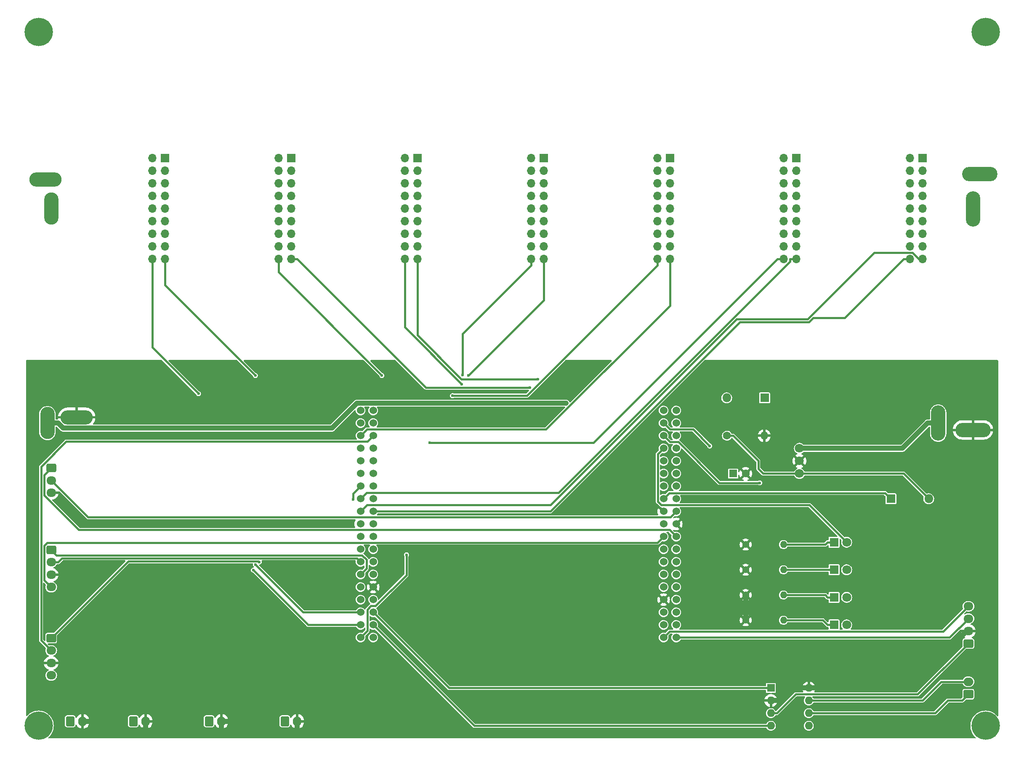
<source format=gbr>
G04 #@! TF.GenerationSoftware,KiCad,Pcbnew,7.0.2*
G04 #@! TF.CreationDate,2023-07-03T12:24:18+09:00*
G04 #@! TF.ProjectId,undercarriage_system,756e6465-7263-4617-9272-696167655f73,rev?*
G04 #@! TF.SameCoordinates,Original*
G04 #@! TF.FileFunction,Copper,L1,Top*
G04 #@! TF.FilePolarity,Positive*
%FSLAX46Y46*%
G04 Gerber Fmt 4.6, Leading zero omitted, Abs format (unit mm)*
G04 Created by KiCad (PCBNEW 7.0.2) date 2023-07-03 12:24:18*
%MOMM*%
%LPD*%
G01*
G04 APERTURE LIST*
G04 Aperture macros list*
%AMRoundRect*
0 Rectangle with rounded corners*
0 $1 Rounding radius*
0 $2 $3 $4 $5 $6 $7 $8 $9 X,Y pos of 4 corners*
0 Add a 4 corners polygon primitive as box body*
4,1,4,$2,$3,$4,$5,$6,$7,$8,$9,$2,$3,0*
0 Add four circle primitives for the rounded corners*
1,1,$1+$1,$2,$3*
1,1,$1+$1,$4,$5*
1,1,$1+$1,$6,$7*
1,1,$1+$1,$8,$9*
0 Add four rect primitives between the rounded corners*
20,1,$1+$1,$2,$3,$4,$5,0*
20,1,$1+$1,$4,$5,$6,$7,0*
20,1,$1+$1,$6,$7,$8,$9,0*
20,1,$1+$1,$8,$9,$2,$3,0*%
G04 Aperture macros list end*
G04 #@! TA.AperFunction,ComponentPad*
%ADD10C,1.600000*%
G04 #@! TD*
G04 #@! TA.AperFunction,ComponentPad*
%ADD11O,1.600000X1.600000*%
G04 #@! TD*
G04 #@! TA.AperFunction,ComponentPad*
%ADD12R,1.600000X1.600000*%
G04 #@! TD*
G04 #@! TA.AperFunction,ComponentPad*
%ADD13R,1.800000X1.800000*%
G04 #@! TD*
G04 #@! TA.AperFunction,ComponentPad*
%ADD14C,1.800000*%
G04 #@! TD*
G04 #@! TA.AperFunction,ComponentPad*
%ADD15C,5.700000*%
G04 #@! TD*
G04 #@! TA.AperFunction,ComponentPad*
%ADD16RoundRect,0.250000X-0.725000X0.600000X-0.725000X-0.600000X0.725000X-0.600000X0.725000X0.600000X0*%
G04 #@! TD*
G04 #@! TA.AperFunction,ComponentPad*
%ADD17O,1.950000X1.700000*%
G04 #@! TD*
G04 #@! TA.AperFunction,ComponentPad*
%ADD18RoundRect,0.250000X0.750000X-0.600000X0.750000X0.600000X-0.750000X0.600000X-0.750000X-0.600000X0*%
G04 #@! TD*
G04 #@! TA.AperFunction,ComponentPad*
%ADD19O,2.000000X1.700000*%
G04 #@! TD*
G04 #@! TA.AperFunction,ComponentPad*
%ADD20R,1.700000X1.700000*%
G04 #@! TD*
G04 #@! TA.AperFunction,ComponentPad*
%ADD21O,1.700000X1.700000*%
G04 #@! TD*
G04 #@! TA.AperFunction,ComponentPad*
%ADD22C,1.400000*%
G04 #@! TD*
G04 #@! TA.AperFunction,ComponentPad*
%ADD23O,1.400000X1.400000*%
G04 #@! TD*
G04 #@! TA.AperFunction,ComponentPad*
%ADD24RoundRect,0.250000X0.725000X-0.600000X0.725000X0.600000X-0.725000X0.600000X-0.725000X-0.600000X0*%
G04 #@! TD*
G04 #@! TA.AperFunction,ComponentPad*
%ADD25O,2.900000X6.500000*%
G04 #@! TD*
G04 #@! TA.AperFunction,ComponentPad*
%ADD26O,6.500000X2.900000*%
G04 #@! TD*
G04 #@! TA.AperFunction,ComponentPad*
%ADD27O,1.800000X1.800000*%
G04 #@! TD*
G04 #@! TA.AperFunction,ComponentPad*
%ADD28RoundRect,0.250000X-0.600000X-0.750000X0.600000X-0.750000X0.600000X0.750000X-0.600000X0.750000X0*%
G04 #@! TD*
G04 #@! TA.AperFunction,ComponentPad*
%ADD29O,1.700000X2.000000*%
G04 #@! TD*
G04 #@! TA.AperFunction,ComponentPad*
%ADD30O,7.100000X2.900000*%
G04 #@! TD*
G04 #@! TA.AperFunction,ComponentPad*
%ADD31O,2.900000X7.100000*%
G04 #@! TD*
G04 #@! TA.AperFunction,ComponentPad*
%ADD32C,1.524000*%
G04 #@! TD*
G04 #@! TA.AperFunction,ViaPad*
%ADD33C,0.600000*%
G04 #@! TD*
G04 #@! TA.AperFunction,Conductor*
%ADD34C,1.000000*%
G04 #@! TD*
G04 #@! TA.AperFunction,Conductor*
%ADD35C,0.400000*%
G04 #@! TD*
G04 APERTURE END LIST*
D10*
X161350000Y-101600000D03*
D11*
X168850000Y-101600000D03*
D12*
X170180000Y-152400000D03*
D11*
X170180000Y-154940000D03*
X170180000Y-157480000D03*
X170180000Y-160020000D03*
X177800000Y-160020000D03*
X177800000Y-157480000D03*
X177800000Y-154940000D03*
X177800000Y-152400000D03*
D13*
X182880000Y-139700000D03*
D14*
X185420000Y-139700000D03*
D15*
X22860000Y-20320000D03*
D16*
X25400000Y-142360000D03*
D17*
X25400000Y-144860000D03*
X25400000Y-147360000D03*
X25400000Y-149860000D03*
D18*
X209910000Y-153650000D03*
D19*
X209910000Y-151150000D03*
D14*
X175920000Y-104140000D03*
X175920000Y-106680000D03*
X175920000Y-109220000D03*
D20*
X200660000Y-45720000D03*
D21*
X198120000Y-45720000D03*
X200660000Y-48260000D03*
X198120000Y-48260000D03*
X200660000Y-50800000D03*
X198120000Y-50800000D03*
X200660000Y-53340000D03*
X198120000Y-53340000D03*
X200660000Y-55880000D03*
X198120000Y-55880000D03*
X200660000Y-58420000D03*
X198120000Y-58420000D03*
X200660000Y-60960000D03*
X198120000Y-60960000D03*
X200660000Y-63500000D03*
X198120000Y-63500000D03*
X200660000Y-66040000D03*
X198120000Y-66040000D03*
D22*
X165100000Y-128600000D03*
D23*
X172720000Y-128600000D03*
D20*
X48260000Y-45720000D03*
D21*
X45720000Y-45720000D03*
X48260000Y-48260000D03*
X45720000Y-48260000D03*
X48260000Y-50800000D03*
X45720000Y-50800000D03*
X48260000Y-53340000D03*
X45720000Y-53340000D03*
X48260000Y-55880000D03*
X45720000Y-55880000D03*
X48260000Y-58420000D03*
X45720000Y-58420000D03*
X48260000Y-60960000D03*
X45720000Y-60960000D03*
X48260000Y-63500000D03*
X45720000Y-63500000D03*
X48260000Y-66040000D03*
X45720000Y-66040000D03*
D20*
X73660000Y-45720000D03*
D21*
X71120000Y-45720000D03*
X73660000Y-48260000D03*
X71120000Y-48260000D03*
X73660000Y-50800000D03*
X71120000Y-50800000D03*
X73660000Y-53340000D03*
X71120000Y-53340000D03*
X73660000Y-55880000D03*
X71120000Y-55880000D03*
X73660000Y-58420000D03*
X71120000Y-58420000D03*
X73660000Y-60960000D03*
X71120000Y-60960000D03*
X73660000Y-63500000D03*
X71120000Y-63500000D03*
X73660000Y-66040000D03*
X71120000Y-66040000D03*
D16*
X25400000Y-124580000D03*
D17*
X25400000Y-127080000D03*
X25400000Y-129580000D03*
X25400000Y-132080000D03*
D15*
X213360000Y-20320000D03*
D22*
X165100000Y-123520000D03*
D23*
X172720000Y-123520000D03*
D16*
X25400000Y-108090000D03*
D17*
X25400000Y-110590000D03*
X25400000Y-113090000D03*
D22*
X165100000Y-138760000D03*
D23*
X172720000Y-138760000D03*
D24*
X209910000Y-143450000D03*
D17*
X209910000Y-140950000D03*
X209910000Y-138450000D03*
X209910000Y-135950000D03*
D13*
X182880000Y-123050000D03*
D14*
X185420000Y-123050000D03*
D25*
X24640000Y-99060000D03*
D26*
X30540000Y-97885000D03*
D13*
X194310000Y-114300000D03*
D27*
X201930000Y-114300000D03*
D22*
X165100000Y-133680000D03*
D23*
X172720000Y-133680000D03*
D28*
X57170000Y-159110000D03*
D29*
X59670000Y-159110000D03*
D15*
X22860000Y-160020000D03*
D30*
X212195000Y-48890000D03*
D31*
X210820000Y-55890000D03*
D20*
X99060000Y-45720000D03*
D21*
X96520000Y-45720000D03*
X99060000Y-48260000D03*
X96520000Y-48260000D03*
X99060000Y-50800000D03*
X96520000Y-50800000D03*
X99060000Y-53340000D03*
X96520000Y-53340000D03*
X99060000Y-55880000D03*
X96520000Y-55880000D03*
X99060000Y-58420000D03*
X96520000Y-58420000D03*
X99060000Y-60960000D03*
X96520000Y-60960000D03*
X99060000Y-63500000D03*
X96520000Y-63500000D03*
X99060000Y-66040000D03*
X96520000Y-66040000D03*
D28*
X41930000Y-159110000D03*
D29*
X44430000Y-159110000D03*
D13*
X182880000Y-134150000D03*
D14*
X185420000Y-134150000D03*
D13*
X182880000Y-128600000D03*
D14*
X185420000Y-128600000D03*
D28*
X29230000Y-159110000D03*
D29*
X31730000Y-159110000D03*
D20*
X175260000Y-45720000D03*
D21*
X172720000Y-45720000D03*
X175260000Y-48260000D03*
X172720000Y-48260000D03*
X175260000Y-50800000D03*
X172720000Y-50800000D03*
X175260000Y-53340000D03*
X172720000Y-53340000D03*
X175260000Y-55880000D03*
X172720000Y-55880000D03*
X175260000Y-58420000D03*
X172720000Y-58420000D03*
X175260000Y-60960000D03*
X172720000Y-60960000D03*
X175260000Y-63500000D03*
X172720000Y-63500000D03*
X175260000Y-66040000D03*
X172720000Y-66040000D03*
D20*
X124460000Y-45720000D03*
D21*
X121920000Y-45720000D03*
X124460000Y-48260000D03*
X121920000Y-48260000D03*
X124460000Y-50800000D03*
X121920000Y-50800000D03*
X124460000Y-53340000D03*
X121920000Y-53340000D03*
X124460000Y-55880000D03*
X121920000Y-55880000D03*
X124460000Y-58420000D03*
X121920000Y-58420000D03*
X124460000Y-60960000D03*
X121920000Y-60960000D03*
X124460000Y-63500000D03*
X121920000Y-63500000D03*
X124460000Y-66040000D03*
X121920000Y-66040000D03*
D12*
X162600000Y-109220000D03*
D10*
X165100000Y-109220000D03*
D26*
X24225000Y-49980000D03*
D25*
X25400000Y-55880000D03*
D32*
X151130000Y-142240000D03*
X148590000Y-142240000D03*
X151130000Y-139700000D03*
X148590000Y-139700000D03*
X151130000Y-137160000D03*
X148590000Y-137160000D03*
X151130000Y-134620000D03*
X148590000Y-134620000D03*
X151130000Y-132080000D03*
X148590000Y-132080000D03*
X151130000Y-129540000D03*
X148590000Y-129540000D03*
X151130000Y-127000000D03*
X148590000Y-127000000D03*
X151130000Y-124460000D03*
X148590000Y-124460000D03*
X151130000Y-121920000D03*
X148590000Y-121920000D03*
X151130000Y-119380000D03*
X148590000Y-119380000D03*
X151130000Y-116840000D03*
X148590000Y-116840000D03*
X151130000Y-114300000D03*
X148590000Y-114300000D03*
X151130000Y-111760000D03*
X148590000Y-111760000D03*
X151130000Y-109220000D03*
X148590000Y-109220000D03*
X151130000Y-106680000D03*
X148590000Y-106680000D03*
X151130000Y-104140000D03*
X148590000Y-104140000D03*
X151130000Y-101600000D03*
X148590000Y-101600000D03*
X151130000Y-99060000D03*
X148590000Y-99060000D03*
X151130000Y-96520000D03*
X148590000Y-96520000D03*
X90170000Y-142240000D03*
X87630000Y-142240000D03*
X90170000Y-139700000D03*
X87630000Y-139700000D03*
X90170000Y-137160000D03*
X87630000Y-137160000D03*
X90170000Y-134620000D03*
X87630000Y-134620000D03*
X90170000Y-132080000D03*
X87630000Y-132080000D03*
X90170000Y-129540000D03*
X87630000Y-129540000D03*
X90170000Y-127000000D03*
X87630000Y-127000000D03*
X90170000Y-124460000D03*
X87630000Y-124460000D03*
X90170000Y-121920000D03*
X87630000Y-121920000D03*
X90170000Y-119380000D03*
X87630000Y-119380000D03*
X90170000Y-116840000D03*
X87630000Y-116840000D03*
X90170000Y-114300000D03*
X87630000Y-114300000D03*
X90170000Y-111760000D03*
X87630000Y-111760000D03*
X90170000Y-109220000D03*
X87630000Y-109220000D03*
X90170000Y-106680000D03*
X87630000Y-106680000D03*
X90170000Y-104140000D03*
X87630000Y-104140000D03*
X90170000Y-101600000D03*
X87630000Y-101600000D03*
X90170000Y-99060000D03*
X87630000Y-99060000D03*
X90170000Y-96520000D03*
X87630000Y-96520000D03*
D13*
X168910000Y-93980000D03*
D27*
X161290000Y-93980000D03*
D20*
X149860000Y-45720000D03*
D21*
X147320000Y-45720000D03*
X149860000Y-48260000D03*
X147320000Y-48260000D03*
X149860000Y-50800000D03*
X147320000Y-50800000D03*
X149860000Y-53340000D03*
X147320000Y-53340000D03*
X149860000Y-55880000D03*
X147320000Y-55880000D03*
X149860000Y-58420000D03*
X147320000Y-58420000D03*
X149860000Y-60960000D03*
X147320000Y-60960000D03*
X149860000Y-63500000D03*
X147320000Y-63500000D03*
X149860000Y-66040000D03*
X147320000Y-66040000D03*
D15*
X213360000Y-160020000D03*
D31*
X203830000Y-99060000D03*
D30*
X210830000Y-100435000D03*
D28*
X72410000Y-159110000D03*
D29*
X74910000Y-159110000D03*
D33*
X128951200Y-95042100D03*
X121720000Y-91899400D03*
X123319100Y-90207900D03*
X167912200Y-111092200D03*
X157877100Y-103666100D03*
X91935700Y-89466000D03*
X108008200Y-91196200D03*
X96864700Y-125581100D03*
X66074900Y-128664700D03*
X55031300Y-93133100D03*
X66470200Y-127566800D03*
X66470200Y-89466000D03*
X109311500Y-89466000D03*
X106124700Y-93534600D03*
X108146000Y-89404100D03*
X101557200Y-103012100D03*
X67243200Y-127022800D03*
X86146500Y-114451600D03*
D34*
X165100000Y-138760000D02*
X165100000Y-133680000D01*
X174220300Y-152400000D02*
X177800000Y-152400000D01*
X44383800Y-160856500D02*
X44430000Y-160810300D01*
X74910000Y-159110000D02*
X74910000Y-160810300D01*
X59670000Y-159110000D02*
X61220300Y-159110000D01*
X59670000Y-159110000D02*
X59670000Y-160810300D01*
X44513500Y-160893800D02*
X59586500Y-160893800D01*
X209910000Y-140950000D02*
X209615600Y-140950000D01*
X44430000Y-160810300D02*
X44513500Y-160893800D01*
X63015100Y-160904800D02*
X61220300Y-159110000D01*
X74815500Y-160904800D02*
X63015100Y-160904800D01*
X44430000Y-159110000D02*
X44430000Y-160510600D01*
X198165600Y-152400000D02*
X177800000Y-152400000D01*
X74910000Y-160810300D02*
X74815500Y-160904800D01*
X31730000Y-159110000D02*
X33280300Y-159110000D01*
X170180000Y-154940000D02*
X171680300Y-154940000D01*
X209615600Y-140950000D02*
X198165600Y-152400000D01*
X44430000Y-160510600D02*
X44430000Y-160810300D01*
X171680300Y-154940000D02*
X174220300Y-152400000D01*
X35026800Y-160856500D02*
X44383800Y-160856500D01*
X59586500Y-160893800D02*
X59670000Y-160810300D01*
X33280300Y-159110000D02*
X35026800Y-160856500D01*
D35*
X172720000Y-128600000D02*
X182880000Y-128600000D01*
X182880000Y-123050000D02*
X181579700Y-123050000D01*
X172720000Y-123520000D02*
X181109700Y-123520000D01*
X181109700Y-123520000D02*
X181579700Y-123050000D01*
X182880000Y-134150000D02*
X181579700Y-134150000D01*
X172720000Y-133680000D02*
X181109700Y-133680000D01*
X181109700Y-133680000D02*
X181579700Y-134150000D01*
X182880000Y-139700000D02*
X181579700Y-139700000D01*
X172720000Y-138760000D02*
X180639700Y-138760000D01*
X180639700Y-138760000D02*
X181579700Y-139700000D01*
D34*
X196599700Y-104140000D02*
X201679700Y-99060000D01*
X26790300Y-99060000D02*
X27801300Y-100071000D01*
X86918000Y-95042100D02*
X128951200Y-95042100D01*
X27801300Y-100071000D02*
X81889100Y-100071000D01*
X175920000Y-104140000D02*
X196599700Y-104140000D01*
X24640000Y-99060000D02*
X26790300Y-99060000D01*
X81889100Y-100071000D02*
X86918000Y-95042100D01*
X203830000Y-99060000D02*
X201679700Y-99060000D01*
D35*
X175920000Y-109220000D02*
X196850000Y-109220000D01*
X167640000Y-108230100D02*
X167640000Y-106680000D01*
X168629900Y-109220000D02*
X167640000Y-108230100D01*
X196850000Y-109220000D02*
X201930000Y-114300000D01*
X167640000Y-106680000D02*
X162560000Y-101600000D01*
X168629900Y-109220000D02*
X175920000Y-109220000D01*
X162560000Y-101600000D02*
X161350000Y-101600000D01*
X105410000Y-152400000D02*
X90170000Y-137160000D01*
X170180000Y-152400000D02*
X105410000Y-152400000D01*
X177800000Y-157480000D02*
X203200000Y-157480000D01*
X208620000Y-154940000D02*
X209910000Y-153650000D01*
X203200000Y-157480000D02*
X205740000Y-154940000D01*
X205740000Y-154940000D02*
X208620000Y-154940000D01*
X24586700Y-123118200D02*
X23974800Y-123730100D01*
X148590000Y-121920000D02*
X147391800Y-123118200D01*
X23974800Y-123730100D02*
X23974800Y-130654800D01*
X175190300Y-153670000D02*
X171380300Y-157480000D01*
X209910000Y-143450000D02*
X199690000Y-153670000D01*
X199690000Y-153670000D02*
X175190300Y-153670000D01*
X23974800Y-130654800D02*
X25400000Y-132080000D01*
X170180000Y-157480000D02*
X171380300Y-157480000D01*
X147391800Y-123118200D02*
X24586700Y-123118200D01*
X200660000Y-154940000D02*
X204450000Y-151150000D01*
X177800000Y-154940000D02*
X200660000Y-154940000D01*
X204450000Y-151150000D02*
X209910000Y-151150000D01*
X110490000Y-160020000D02*
X170180000Y-160020000D01*
X90170000Y-139700000D02*
X110490000Y-160020000D01*
X151130000Y-142240000D02*
X206120000Y-142240000D01*
X206120000Y-142240000D02*
X209910000Y-138450000D01*
X148590000Y-142240000D02*
X149780500Y-141049500D01*
X204810500Y-141049500D02*
X209910000Y-135950000D01*
X149780500Y-141049500D02*
X204810500Y-141049500D01*
X23991000Y-109499000D02*
X25400000Y-108090000D01*
X23991000Y-113576900D02*
X23991000Y-109499000D01*
X30978500Y-120564400D02*
X23991000Y-113576900D01*
X151130000Y-121920000D02*
X149774400Y-120564400D01*
X149774400Y-120564400D02*
X30978500Y-120564400D01*
X32840600Y-118030600D02*
X25400000Y-110590000D01*
X149939400Y-118030600D02*
X32840600Y-118030600D01*
X151130000Y-116840000D02*
X149939400Y-118030600D01*
X100769700Y-91899400D02*
X74910300Y-66040000D01*
X73660000Y-66040000D02*
X74910300Y-66040000D01*
X121720000Y-91899400D02*
X100769700Y-91899400D01*
X107908800Y-90207900D02*
X99060000Y-81359100D01*
X123319100Y-90207900D02*
X107908800Y-90207900D01*
X99060000Y-66040000D02*
X99060000Y-67290300D01*
X99060000Y-81359100D02*
X99060000Y-67290300D01*
X177940000Y-115570000D02*
X185420000Y-123050000D01*
X147425800Y-105304200D02*
X147425800Y-114842800D01*
X148153000Y-115570000D02*
X177940000Y-115570000D01*
X148590000Y-104140000D02*
X147425800Y-105304200D01*
X147425800Y-114842800D02*
X148153000Y-115570000D01*
X159794600Y-111092200D02*
X167912200Y-111092200D01*
X151572400Y-102870000D02*
X159794600Y-111092200D01*
X149860000Y-102870000D02*
X151572400Y-102870000D01*
X148590000Y-101600000D02*
X149860000Y-102870000D01*
X148590000Y-99060000D02*
X149860000Y-100330000D01*
X149860000Y-100330000D02*
X154541000Y-100330000D01*
X154541000Y-100330000D02*
X157877100Y-103666100D01*
X71120000Y-66040000D02*
X71120000Y-68650300D01*
X71120000Y-68650300D02*
X91935700Y-89466000D01*
X89007600Y-140862400D02*
X89007600Y-136598700D01*
X108008200Y-91196200D02*
X96520000Y-79708000D01*
X90625400Y-135890000D02*
X96864700Y-129650700D01*
X96864700Y-129650700D02*
X96864700Y-125581100D01*
X87630000Y-142240000D02*
X89007600Y-140862400D01*
X96520000Y-79708000D02*
X96520000Y-66040000D01*
X89007600Y-136598700D02*
X89716300Y-135890000D01*
X89716300Y-135890000D02*
X90625400Y-135890000D01*
X55031300Y-93133100D02*
X45720000Y-83821800D01*
X45720000Y-83821800D02*
X45720000Y-66040000D01*
X87630000Y-139700000D02*
X77110200Y-139700000D01*
X77110200Y-139700000D02*
X66074900Y-128664700D01*
X76063400Y-137160000D02*
X87630000Y-137160000D01*
X48260000Y-71255800D02*
X66470200Y-89466000D01*
X48260000Y-66040000D02*
X48260000Y-71255800D01*
X66470200Y-127566800D02*
X76063400Y-137160000D01*
X88840400Y-128329600D02*
X88840400Y-126561600D01*
X26485800Y-125665800D02*
X25400000Y-124580000D01*
X87630000Y-129540000D02*
X88840400Y-128329600D01*
X87944600Y-125665800D02*
X26485800Y-125665800D01*
X88840400Y-126561600D02*
X87944600Y-125665800D01*
X87630000Y-127000000D02*
X86896200Y-126266200D01*
X25400000Y-127080000D02*
X26775300Y-127080000D01*
X27589100Y-126266200D02*
X26775300Y-127080000D01*
X86896200Y-126266200D02*
X27589100Y-126266200D01*
X109311500Y-89466000D02*
X124460000Y-74317500D01*
X124460000Y-74317500D02*
X124460000Y-66040000D01*
X121075700Y-93534600D02*
X147320000Y-67290300D01*
X147320000Y-66040000D02*
X147320000Y-67290300D01*
X106124700Y-93534600D02*
X121075700Y-93534600D01*
X108146000Y-81064300D02*
X108146000Y-89404100D01*
X121920000Y-67290300D02*
X108146000Y-81064300D01*
X121920000Y-66040000D02*
X121920000Y-67290300D01*
X163907300Y-78740000D02*
X177800000Y-78740000D01*
X177800000Y-78740000D02*
X178696700Y-77843300D01*
X196869700Y-66040000D02*
X198120000Y-66040000D01*
X90170000Y-116840000D02*
X125807300Y-116840000D01*
X178696700Y-77843300D02*
X185066400Y-77843300D01*
X185066400Y-77843300D02*
X196869700Y-66040000D01*
X125807300Y-116840000D02*
X163907300Y-78740000D01*
X88900000Y-115570000D02*
X125807500Y-115570000D01*
X125807500Y-115570000D02*
X163237500Y-78140000D01*
X87630000Y-116840000D02*
X88900000Y-115570000D01*
X199927800Y-66040000D02*
X200660000Y-66040000D01*
X163237500Y-78140000D02*
X177551472Y-78140000D01*
X198657800Y-64770000D02*
X199927800Y-66040000D01*
X190921472Y-64770000D02*
X198657800Y-64770000D01*
X177551472Y-78140000D02*
X190921472Y-64770000D01*
X172720000Y-66040000D02*
X171469700Y-66040000D01*
X134497600Y-103012100D02*
X171469700Y-66040000D01*
X101557200Y-103012100D02*
X134497600Y-103012100D01*
X127429100Y-113099300D02*
X88830700Y-113099300D01*
X174009700Y-66518700D02*
X127429100Y-113099300D01*
X174009700Y-66040000D02*
X174009700Y-66518700D01*
X175260000Y-66040000D02*
X174009700Y-66040000D01*
X88830700Y-113099300D02*
X87630000Y-114300000D01*
X40893500Y-126866500D02*
X67086900Y-126866500D01*
X25400000Y-142360000D02*
X40893500Y-126866500D01*
X67086900Y-126866500D02*
X67243200Y-127022800D01*
X86146500Y-113243500D02*
X86146500Y-114451600D01*
X87630000Y-111760000D02*
X86146500Y-113243500D01*
X90170000Y-101600000D02*
X88979900Y-102790100D01*
X23374400Y-107804500D02*
X23374400Y-142834400D01*
X28388800Y-102790100D02*
X23374400Y-107804500D01*
X23374400Y-142834400D02*
X25400000Y-144860000D01*
X88979900Y-102790100D02*
X28388800Y-102790100D01*
X87630000Y-101600000D02*
X88900000Y-100330000D01*
X149860000Y-75412500D02*
X149860000Y-66040000D01*
X124942500Y-100330000D02*
X149860000Y-75412500D01*
X88900000Y-100330000D02*
X124942500Y-100330000D01*
X193148000Y-113138000D02*
X149752000Y-113138000D01*
X149752000Y-113138000D02*
X148590000Y-114300000D01*
X194310000Y-114300000D02*
X193148000Y-113138000D01*
G04 #@! TA.AperFunction,Conductor*
G36*
X47707484Y-86379685D02*
G01*
X47728126Y-86396319D01*
X54506669Y-93174862D01*
X54540154Y-93236185D01*
X54541725Y-93244893D01*
X54546134Y-93275555D01*
X54605923Y-93406474D01*
X54700170Y-93515241D01*
X54700172Y-93515243D01*
X54821247Y-93593053D01*
X54959339Y-93633600D01*
X55103261Y-93633600D01*
X55241353Y-93593053D01*
X55362428Y-93515243D01*
X55456677Y-93406473D01*
X55516465Y-93275557D01*
X55536947Y-93133100D01*
X55516465Y-92990643D01*
X55456677Y-92859727D01*
X55456676Y-92859726D01*
X55456676Y-92859725D01*
X55362429Y-92750958D01*
X55362428Y-92750957D01*
X55241353Y-92673147D01*
X55125036Y-92638993D01*
X55072291Y-92607698D01*
X49036274Y-86571681D01*
X49002789Y-86510358D01*
X49007773Y-86440666D01*
X49049645Y-86384733D01*
X49115109Y-86360316D01*
X49123955Y-86360000D01*
X62746445Y-86360000D01*
X62813484Y-86379685D01*
X62834126Y-86396319D01*
X65945569Y-89507762D01*
X65979054Y-89569085D01*
X65980625Y-89577793D01*
X65985034Y-89608455D01*
X66044823Y-89739374D01*
X66119675Y-89825758D01*
X66139072Y-89848143D01*
X66260147Y-89925953D01*
X66398239Y-89966500D01*
X66542161Y-89966500D01*
X66680253Y-89925953D01*
X66801328Y-89848143D01*
X66895577Y-89739373D01*
X66955365Y-89608457D01*
X66975847Y-89466000D01*
X66955365Y-89323543D01*
X66926021Y-89259290D01*
X66895576Y-89192625D01*
X66801329Y-89083858D01*
X66801328Y-89083857D01*
X66680253Y-89006047D01*
X66563936Y-88971893D01*
X66511191Y-88940598D01*
X64142274Y-86571681D01*
X64108789Y-86510358D01*
X64113773Y-86440666D01*
X64155645Y-86384733D01*
X64221109Y-86360316D01*
X64229955Y-86360000D01*
X88211946Y-86360000D01*
X88278985Y-86379685D01*
X88299627Y-86396319D01*
X91411069Y-89507761D01*
X91444554Y-89569084D01*
X91446126Y-89577794D01*
X91450534Y-89608457D01*
X91510323Y-89739374D01*
X91585175Y-89825758D01*
X91604572Y-89848143D01*
X91725647Y-89925953D01*
X91863739Y-89966500D01*
X92007661Y-89966500D01*
X92145753Y-89925953D01*
X92266828Y-89848143D01*
X92361077Y-89739373D01*
X92420865Y-89608457D01*
X92441347Y-89466000D01*
X92420865Y-89323543D01*
X92391521Y-89259290D01*
X92361076Y-89192625D01*
X92266829Y-89083858D01*
X92266828Y-89083857D01*
X92206290Y-89044952D01*
X92145752Y-89006046D01*
X92029435Y-88971893D01*
X91976689Y-88940597D01*
X89607773Y-86571681D01*
X89574288Y-86510358D01*
X89579272Y-86440666D01*
X89621144Y-86384733D01*
X89686608Y-86360316D01*
X89695454Y-86360000D01*
X94612546Y-86360000D01*
X94679585Y-86379685D01*
X94700225Y-86396318D01*
X100441650Y-92137742D01*
X100531358Y-92227450D01*
X100551095Y-92237506D01*
X100567690Y-92247676D01*
X100585608Y-92260695D01*
X100585609Y-92260695D01*
X100585610Y-92260696D01*
X100606679Y-92267541D01*
X100624649Y-92274984D01*
X100644396Y-92285046D01*
X100666279Y-92288511D01*
X100685198Y-92293052D01*
X100706267Y-92299899D01*
X100727912Y-92299899D01*
X100727924Y-92299900D01*
X100738181Y-92299900D01*
X121381026Y-92299900D01*
X121448065Y-92319585D01*
X121448066Y-92319585D01*
X121486794Y-92344474D01*
X121532548Y-92397278D01*
X121542492Y-92466436D01*
X121513467Y-92529992D01*
X121507435Y-92536470D01*
X120946126Y-93097781D01*
X120884803Y-93131266D01*
X120858445Y-93134100D01*
X106463674Y-93134100D01*
X106396635Y-93114416D01*
X106396029Y-93114027D01*
X106334753Y-93074647D01*
X106196661Y-93034100D01*
X106052739Y-93034100D01*
X105914647Y-93074647D01*
X105793570Y-93152458D01*
X105699323Y-93261225D01*
X105639534Y-93392142D01*
X105619053Y-93534600D01*
X105639534Y-93677057D01*
X105699323Y-93807974D01*
X105793570Y-93916741D01*
X105793572Y-93916743D01*
X105914647Y-93994553D01*
X106052739Y-94035100D01*
X106196661Y-94035100D01*
X106334753Y-93994553D01*
X106396634Y-93954784D01*
X106463674Y-93935100D01*
X121139133Y-93935100D01*
X121160199Y-93928255D01*
X121179114Y-93923712D01*
X121201004Y-93920246D01*
X121220742Y-93910187D01*
X121238716Y-93902742D01*
X121259790Y-93895896D01*
X121277721Y-93882867D01*
X121294298Y-93872709D01*
X121314042Y-93862650D01*
X121322374Y-93854317D01*
X121322380Y-93854313D01*
X128780374Y-86396319D01*
X128841697Y-86362834D01*
X128868055Y-86360000D01*
X138046745Y-86360000D01*
X138113784Y-86379685D01*
X138159539Y-86432489D01*
X138169483Y-86501647D01*
X138140458Y-86565203D01*
X138134426Y-86571681D01*
X129826415Y-94879691D01*
X129765092Y-94913176D01*
X129695400Y-94908192D01*
X129639467Y-94866320D01*
X129618337Y-94821683D01*
X129610990Y-94791876D01*
X129610990Y-94791875D01*
X129531934Y-94641248D01*
X129419129Y-94513917D01*
X129419128Y-94513916D01*
X129419127Y-94513915D01*
X129279130Y-94417282D01*
X129120072Y-94356960D01*
X128997292Y-94342051D01*
X128997280Y-94342050D01*
X128993572Y-94341600D01*
X128989823Y-94341600D01*
X86942921Y-94341600D01*
X86935434Y-94341374D01*
X86875391Y-94337741D01*
X86816227Y-94348583D01*
X86808828Y-94349710D01*
X86749124Y-94356960D01*
X86739651Y-94360553D01*
X86718047Y-94366576D01*
X86708069Y-94368405D01*
X86653225Y-94393087D01*
X86646310Y-94395951D01*
X86590070Y-94417281D01*
X86581723Y-94423043D01*
X86562187Y-94434061D01*
X86552946Y-94438220D01*
X86505609Y-94475306D01*
X86499579Y-94479743D01*
X86450070Y-94513917D01*
X86410177Y-94558946D01*
X86405044Y-94564398D01*
X81635262Y-99334181D01*
X81573939Y-99367666D01*
X81547581Y-99370500D01*
X33911540Y-99370500D01*
X33844501Y-99350815D01*
X33798746Y-99298011D01*
X33788802Y-99228853D01*
X33812273Y-99172189D01*
X33984634Y-98941943D01*
X34118311Y-98697128D01*
X34215792Y-98435777D01*
X34275081Y-98163225D01*
X34277100Y-98135000D01*
X33361411Y-98135000D01*
X33374808Y-98090836D01*
X33395081Y-97885000D01*
X33374808Y-97679164D01*
X33361411Y-97635000D01*
X34277101Y-97635000D01*
X34277100Y-97634999D01*
X34275081Y-97606774D01*
X34215792Y-97334222D01*
X34118311Y-97072871D01*
X33984634Y-96828056D01*
X33817473Y-96604757D01*
X33620242Y-96407526D01*
X33396943Y-96240365D01*
X33152128Y-96106688D01*
X32890777Y-96009207D01*
X32618224Y-95949918D01*
X32411853Y-95935158D01*
X32407428Y-95935000D01*
X30790000Y-95935000D01*
X30790000Y-96835000D01*
X30290000Y-96835000D01*
X30290000Y-95935000D01*
X28672572Y-95935000D01*
X28668146Y-95935158D01*
X28461775Y-95949918D01*
X28189222Y-96009207D01*
X27927871Y-96106688D01*
X27683056Y-96240365D01*
X27459757Y-96407526D01*
X27262526Y-96604757D01*
X27095365Y-96828056D01*
X26961688Y-97072871D01*
X26864207Y-97334222D01*
X26804918Y-97606774D01*
X26802899Y-97634999D01*
X26802899Y-97635000D01*
X27718589Y-97635000D01*
X27705192Y-97679164D01*
X27684919Y-97885000D01*
X27705192Y-98090836D01*
X27718589Y-98135000D01*
X26802899Y-98135000D01*
X26804918Y-98163225D01*
X26814907Y-98209142D01*
X26809923Y-98278834D01*
X26768051Y-98334767D01*
X26702587Y-98359184D01*
X26693741Y-98359500D01*
X26414500Y-98359500D01*
X26347461Y-98339815D01*
X26301706Y-98287011D01*
X26290500Y-98235500D01*
X26290500Y-97197592D01*
X26290500Y-97195147D01*
X26275221Y-97001006D01*
X26214573Y-96748390D01*
X26115154Y-96508372D01*
X25979412Y-96286860D01*
X25939701Y-96240365D01*
X25862424Y-96149885D01*
X25810689Y-96089311D01*
X25685836Y-95982676D01*
X25613143Y-95920590D01*
X25613140Y-95920588D01*
X25391628Y-95784846D01*
X25296470Y-95745430D01*
X25151610Y-95685426D01*
X24898995Y-95624779D01*
X24640000Y-95604396D01*
X24381004Y-95624779D01*
X24128389Y-95685426D01*
X23942839Y-95762285D01*
X23888372Y-95784846D01*
X23804705Y-95836117D01*
X23666856Y-95920590D01*
X23469311Y-96089311D01*
X23300590Y-96286856D01*
X23300588Y-96286860D01*
X23164846Y-96508372D01*
X23164845Y-96508375D01*
X23065426Y-96748389D01*
X23004779Y-97001004D01*
X22989691Y-97192712D01*
X22989690Y-97192728D01*
X22989500Y-97195147D01*
X22989500Y-100924853D01*
X22989690Y-100927272D01*
X22989691Y-100927287D01*
X23004779Y-101118995D01*
X23065426Y-101371610D01*
X23106102Y-101469808D01*
X23164846Y-101611628D01*
X23300588Y-101833140D01*
X23300590Y-101833143D01*
X23367567Y-101911563D01*
X23469311Y-102030689D01*
X23666860Y-102199412D01*
X23888372Y-102335154D01*
X24054972Y-102404162D01*
X24128389Y-102434573D01*
X24182493Y-102447562D01*
X24381006Y-102495221D01*
X24640000Y-102515604D01*
X24898994Y-102495221D01*
X25151610Y-102434573D01*
X25391628Y-102335154D01*
X25613140Y-102199412D01*
X25810689Y-102030689D01*
X25979412Y-101833140D01*
X26115154Y-101611628D01*
X26214573Y-101371610D01*
X26275221Y-101118994D01*
X26290500Y-100924853D01*
X26290500Y-99884500D01*
X26310185Y-99817461D01*
X26362989Y-99771706D01*
X26414500Y-99760500D01*
X26448781Y-99760500D01*
X26515820Y-99780185D01*
X26536462Y-99796819D01*
X27288358Y-100548715D01*
X27293478Y-100554153D01*
X27333371Y-100599183D01*
X27382877Y-100633355D01*
X27388897Y-100637785D01*
X27436241Y-100674877D01*
X27436242Y-100674877D01*
X27436243Y-100674878D01*
X27445484Y-100679037D01*
X27465030Y-100690061D01*
X27473370Y-100695818D01*
X27529613Y-100717147D01*
X27536517Y-100720007D01*
X27591369Y-100744695D01*
X27601344Y-100746522D01*
X27622956Y-100752547D01*
X27632428Y-100756140D01*
X27692141Y-100763390D01*
X27699485Y-100764507D01*
X27758694Y-100775358D01*
X27815402Y-100771927D01*
X27818734Y-100771726D01*
X27826221Y-100771500D01*
X81864179Y-100771500D01*
X81871666Y-100771726D01*
X81874806Y-100771915D01*
X81931706Y-100775358D01*
X81990882Y-100764513D01*
X81998281Y-100763387D01*
X82057972Y-100756140D01*
X82067435Y-100752550D01*
X82089058Y-100746522D01*
X82099032Y-100744695D01*
X82153908Y-100719996D01*
X82160773Y-100717152D01*
X82217030Y-100695818D01*
X82225370Y-100690060D01*
X82244919Y-100679035D01*
X82254157Y-100674878D01*
X82301513Y-100637775D01*
X82307520Y-100633355D01*
X82357029Y-100599183D01*
X82396923Y-100554150D01*
X82402024Y-100548731D01*
X83890755Y-99060000D01*
X86662843Y-99060000D01*
X86681426Y-99248681D01*
X86681427Y-99248683D01*
X86736463Y-99430115D01*
X86825838Y-99597324D01*
X86946117Y-99743883D01*
X87092676Y-99864162D01*
X87259885Y-99953537D01*
X87441317Y-100008573D01*
X87630000Y-100027157D01*
X87818683Y-100008573D01*
X88000115Y-99953537D01*
X88167324Y-99864162D01*
X88313883Y-99743883D01*
X88434162Y-99597324D01*
X88523537Y-99430115D01*
X88578573Y-99248683D01*
X88597157Y-99060000D01*
X88578573Y-98871317D01*
X88523537Y-98689885D01*
X88434162Y-98522676D01*
X88313883Y-98376117D01*
X88167324Y-98255838D01*
X88000115Y-98166463D01*
X87896394Y-98135000D01*
X87818681Y-98111426D01*
X87650613Y-98094873D01*
X87630000Y-98092843D01*
X87629999Y-98092843D01*
X87441318Y-98111426D01*
X87280634Y-98160168D01*
X87270560Y-98163225D01*
X87259882Y-98166464D01*
X87092677Y-98255837D01*
X86946117Y-98376117D01*
X86825837Y-98522677D01*
X86736464Y-98689882D01*
X86681426Y-98871318D01*
X86662843Y-99060000D01*
X83890755Y-99060000D01*
X86456649Y-96494106D01*
X86517970Y-96460623D01*
X86587662Y-96465607D01*
X86643595Y-96507479D01*
X86667731Y-96569634D01*
X86681426Y-96708681D01*
X86736464Y-96890117D01*
X86747216Y-96910232D01*
X86825838Y-97057324D01*
X86946117Y-97203883D01*
X87092676Y-97324162D01*
X87259885Y-97413537D01*
X87441317Y-97468573D01*
X87630000Y-97487157D01*
X87818683Y-97468573D01*
X88000115Y-97413537D01*
X88167324Y-97324162D01*
X88313883Y-97203883D01*
X88434162Y-97057324D01*
X88523537Y-96890115D01*
X88578573Y-96708683D01*
X88597157Y-96520000D01*
X88578573Y-96331317D01*
X88523537Y-96149885D01*
X88434162Y-95982676D01*
X88403458Y-95945264D01*
X88376146Y-95880956D01*
X88387937Y-95812088D01*
X88435089Y-95760528D01*
X88499312Y-95742600D01*
X89300688Y-95742600D01*
X89367727Y-95762285D01*
X89413482Y-95815089D01*
X89423426Y-95884247D01*
X89396541Y-95945264D01*
X89377432Y-95968548D01*
X89365837Y-95982677D01*
X89276464Y-96149882D01*
X89221426Y-96331318D01*
X89202843Y-96519999D01*
X89221426Y-96708681D01*
X89276464Y-96890117D01*
X89287216Y-96910232D01*
X89365838Y-97057324D01*
X89486117Y-97203883D01*
X89632676Y-97324162D01*
X89799885Y-97413537D01*
X89981317Y-97468573D01*
X90170000Y-97487157D01*
X90358683Y-97468573D01*
X90540115Y-97413537D01*
X90707324Y-97324162D01*
X90853883Y-97203883D01*
X90974162Y-97057324D01*
X91063537Y-96890115D01*
X91118573Y-96708683D01*
X91137157Y-96520000D01*
X91118573Y-96331317D01*
X91063537Y-96149885D01*
X90974162Y-95982676D01*
X90943458Y-95945264D01*
X90916146Y-95880956D01*
X90927937Y-95812088D01*
X90975089Y-95760528D01*
X91039312Y-95742600D01*
X128664145Y-95742600D01*
X128731184Y-95762285D01*
X128776939Y-95815089D01*
X128786883Y-95884247D01*
X128757858Y-95947803D01*
X128751826Y-95954281D01*
X124812926Y-99893181D01*
X124751603Y-99926666D01*
X124725245Y-99929500D01*
X90963726Y-99929500D01*
X90896687Y-99909815D01*
X90850932Y-99857011D01*
X90840988Y-99787853D01*
X90867870Y-99726838D01*
X90974162Y-99597324D01*
X91063537Y-99430115D01*
X91118573Y-99248683D01*
X91137157Y-99060000D01*
X91118573Y-98871317D01*
X91063537Y-98689885D01*
X90974162Y-98522676D01*
X90853883Y-98376117D01*
X90707324Y-98255838D01*
X90540115Y-98166463D01*
X90436394Y-98135000D01*
X90358681Y-98111426D01*
X90170000Y-98092843D01*
X89981318Y-98111426D01*
X89820634Y-98160168D01*
X89810560Y-98163225D01*
X89799882Y-98166464D01*
X89632677Y-98255837D01*
X89486117Y-98376117D01*
X89365837Y-98522677D01*
X89276464Y-98689882D01*
X89221426Y-98871318D01*
X89202843Y-99060000D01*
X89221426Y-99248681D01*
X89276464Y-99430117D01*
X89344675Y-99557732D01*
X89365838Y-99597324D01*
X89472129Y-99726838D01*
X89499440Y-99791144D01*
X89487649Y-99860012D01*
X89440498Y-99911572D01*
X89376274Y-99929500D01*
X88858224Y-99929500D01*
X88858212Y-99929501D01*
X88836567Y-99929501D01*
X88815499Y-99936346D01*
X88796583Y-99940887D01*
X88774695Y-99944354D01*
X88754951Y-99954413D01*
X88736984Y-99961855D01*
X88715910Y-99968703D01*
X88697984Y-99981727D01*
X88681398Y-99991891D01*
X88661658Y-100001949D01*
X88639091Y-100024517D01*
X88019698Y-100643907D01*
X87958375Y-100677392D01*
X87896023Y-100674887D01*
X87818683Y-100651426D01*
X87630000Y-100632843D01*
X87441318Y-100651426D01*
X87259882Y-100706464D01*
X87092677Y-100795837D01*
X86946117Y-100916117D01*
X86825837Y-101062677D01*
X86736464Y-101229882D01*
X86681426Y-101411318D01*
X86662843Y-101600000D01*
X86681426Y-101788681D01*
X86700027Y-101850000D01*
X86718721Y-101911628D01*
X86736464Y-101970117D01*
X86825837Y-102137323D01*
X86866553Y-102186935D01*
X86893866Y-102251245D01*
X86882075Y-102320112D01*
X86834923Y-102371673D01*
X86770700Y-102389600D01*
X28347024Y-102389600D01*
X28347012Y-102389601D01*
X28325367Y-102389601D01*
X28304299Y-102396446D01*
X28285383Y-102400987D01*
X28263495Y-102404454D01*
X28243751Y-102414513D01*
X28225784Y-102421955D01*
X28204710Y-102428803D01*
X28186784Y-102441827D01*
X28170199Y-102451990D01*
X28150460Y-102462047D01*
X23068913Y-107543594D01*
X23046349Y-107566157D01*
X23036292Y-107585896D01*
X23026131Y-107602479D01*
X23013102Y-107620413D01*
X23006254Y-107641487D01*
X22998812Y-107659454D01*
X22988753Y-107679197D01*
X22985286Y-107701082D01*
X22980747Y-107719991D01*
X22973900Y-107741066D01*
X22973900Y-142897834D01*
X22980746Y-142918907D01*
X22985286Y-142937818D01*
X22988753Y-142959702D01*
X22998812Y-142979444D01*
X23006258Y-142997420D01*
X23013104Y-143018490D01*
X23026126Y-143036414D01*
X23036289Y-143052999D01*
X23046347Y-143072739D01*
X23046349Y-143072741D01*
X23046350Y-143072742D01*
X23062683Y-143089075D01*
X23062696Y-143089090D01*
X24279981Y-144306374D01*
X24313466Y-144367697D01*
X24308482Y-144437389D01*
X24301659Y-144452506D01*
X24299769Y-144456041D01*
X24239699Y-144654067D01*
X24219417Y-144860000D01*
X24239699Y-145065932D01*
X24239700Y-145065934D01*
X24299768Y-145263954D01*
X24397315Y-145446450D01*
X24448609Y-145508952D01*
X24528589Y-145606410D01*
X24608570Y-145672047D01*
X24688550Y-145737685D01*
X24871046Y-145835232D01*
X24871047Y-145835232D01*
X24881817Y-145840989D01*
X24880812Y-145842868D01*
X24925972Y-145872462D01*
X24954430Y-145936274D01*
X24943871Y-146005341D01*
X24897648Y-146057735D01*
X24863634Y-146072602D01*
X24811507Y-146086569D01*
X24597421Y-146186400D01*
X24403921Y-146321890D01*
X24236893Y-146488918D01*
X24101399Y-146682423D01*
X24001569Y-146896507D01*
X23944364Y-147109999D01*
X23944364Y-147110000D01*
X24996031Y-147110000D01*
X24963481Y-147160649D01*
X24925000Y-147291705D01*
X24925000Y-147428295D01*
X24963481Y-147559351D01*
X24996031Y-147610000D01*
X23944364Y-147610000D01*
X24001569Y-147823492D01*
X24101400Y-148037578D01*
X24236890Y-148231078D01*
X24403921Y-148398109D01*
X24597421Y-148533599D01*
X24811509Y-148633431D01*
X24863632Y-148647397D01*
X24923293Y-148683761D01*
X24953823Y-148746608D01*
X24945529Y-148815983D01*
X24901044Y-148869862D01*
X24881546Y-148879155D01*
X24688551Y-148982314D01*
X24528589Y-149113589D01*
X24397314Y-149273551D01*
X24299769Y-149456043D01*
X24239699Y-149654067D01*
X24219417Y-149860000D01*
X24239699Y-150065932D01*
X24299769Y-150263956D01*
X24304237Y-150272315D01*
X24397315Y-150446450D01*
X24448609Y-150508952D01*
X24528589Y-150606410D01*
X24608570Y-150672047D01*
X24688550Y-150737685D01*
X24871046Y-150835232D01*
X25069066Y-150895300D01*
X25223392Y-150910500D01*
X25226442Y-150910500D01*
X25573558Y-150910500D01*
X25576608Y-150910500D01*
X25730934Y-150895300D01*
X25928954Y-150835232D01*
X26111450Y-150737685D01*
X26271410Y-150606410D01*
X26402685Y-150446450D01*
X26500232Y-150263954D01*
X26560300Y-150065934D01*
X26580583Y-149860000D01*
X26560300Y-149654066D01*
X26500232Y-149456046D01*
X26402685Y-149273550D01*
X26337047Y-149193569D01*
X26271410Y-149113589D01*
X26173952Y-149033609D01*
X26111450Y-148982315D01*
X25928954Y-148884768D01*
X25928952Y-148884767D01*
X25918183Y-148879011D01*
X25919187Y-148877132D01*
X25874020Y-148847529D01*
X25845568Y-148783716D01*
X25856132Y-148714649D01*
X25902359Y-148662258D01*
X25936367Y-148647397D01*
X25988491Y-148633431D01*
X26202578Y-148533599D01*
X26396078Y-148398109D01*
X26563106Y-148231081D01*
X26698600Y-148037576D01*
X26798430Y-147823492D01*
X26855636Y-147610000D01*
X25803969Y-147610000D01*
X25836519Y-147559351D01*
X25875000Y-147428295D01*
X25875000Y-147291705D01*
X25836519Y-147160649D01*
X25803969Y-147110000D01*
X26855636Y-147110000D01*
X26855635Y-147109999D01*
X26798430Y-146896507D01*
X26698599Y-146682421D01*
X26563109Y-146488921D01*
X26396078Y-146321890D01*
X26202578Y-146186400D01*
X25988492Y-146086569D01*
X25936365Y-146072602D01*
X25876705Y-146036237D01*
X25846176Y-145973390D01*
X25854471Y-145904014D01*
X25898956Y-145850136D01*
X25918451Y-145840845D01*
X25928949Y-145835233D01*
X25928954Y-145835232D01*
X26111450Y-145737685D01*
X26271410Y-145606410D01*
X26402685Y-145446450D01*
X26500232Y-145263954D01*
X26560300Y-145065934D01*
X26580583Y-144860000D01*
X26560300Y-144654066D01*
X26500232Y-144456046D01*
X26402685Y-144273550D01*
X26288734Y-144134699D01*
X26271410Y-144113589D01*
X26173952Y-144033609D01*
X26111450Y-143982315D01*
X25928954Y-143884768D01*
X25829944Y-143854734D01*
X25730932Y-143824699D01*
X25579641Y-143809798D01*
X25579626Y-143809797D01*
X25576608Y-143809500D01*
X25223392Y-143809500D01*
X25220374Y-143809797D01*
X25220358Y-143809798D01*
X25069066Y-143824699D01*
X25034323Y-143835238D01*
X24964456Y-143835859D01*
X24910650Y-143804257D01*
X24728574Y-143622181D01*
X24695089Y-143560858D01*
X24700073Y-143491166D01*
X24741945Y-143435233D01*
X24807409Y-143410816D01*
X24816255Y-143410500D01*
X26176373Y-143410500D01*
X26179266Y-143410500D01*
X26209699Y-143407646D01*
X26337882Y-143362793D01*
X26337882Y-143362792D01*
X26337884Y-143362792D01*
X26447150Y-143282150D01*
X26527792Y-143172884D01*
X26527793Y-143172882D01*
X26572646Y-143044699D01*
X26575500Y-143014266D01*
X26575500Y-141802254D01*
X26595185Y-141735216D01*
X26611819Y-141714574D01*
X41023074Y-127303319D01*
X41084397Y-127269834D01*
X41110755Y-127267000D01*
X65864553Y-127267000D01*
X65931592Y-127286685D01*
X65977347Y-127339489D01*
X65987291Y-127408646D01*
X65964553Y-127566799D01*
X65985034Y-127709257D01*
X66044823Y-127840174D01*
X66147784Y-127958998D01*
X66176809Y-128022553D01*
X66166865Y-128091712D01*
X66121110Y-128144516D01*
X66054071Y-128164200D01*
X66002939Y-128164200D01*
X65864847Y-128204747D01*
X65743770Y-128282558D01*
X65649523Y-128391325D01*
X65589734Y-128522242D01*
X65569253Y-128664700D01*
X65589734Y-128807157D01*
X65649523Y-128938074D01*
X65743770Y-129046841D01*
X65743772Y-129046843D01*
X65864847Y-129124653D01*
X65981162Y-129158805D01*
X66033908Y-129190101D01*
X76857970Y-140014163D01*
X76857976Y-140014168D01*
X76871858Y-140028050D01*
X76889708Y-140037145D01*
X76891594Y-140038106D01*
X76908182Y-140048271D01*
X76926110Y-140061296D01*
X76947179Y-140068141D01*
X76965158Y-140075588D01*
X76984896Y-140085646D01*
X77006780Y-140089112D01*
X77025694Y-140093653D01*
X77046767Y-140100500D01*
X77078681Y-140100500D01*
X86678382Y-140100500D01*
X86745421Y-140120185D01*
X86787737Y-140166043D01*
X86825838Y-140237324D01*
X86946117Y-140383883D01*
X87092676Y-140504162D01*
X87259885Y-140593537D01*
X87441317Y-140648573D01*
X87630000Y-140667157D01*
X87818683Y-140648573D01*
X88000115Y-140593537D01*
X88167324Y-140504162D01*
X88313883Y-140383883D01*
X88387248Y-140294488D01*
X88444993Y-140255155D01*
X88514838Y-140253284D01*
X88574606Y-140289472D01*
X88605322Y-140352228D01*
X88607100Y-140373154D01*
X88607100Y-140645144D01*
X88587415Y-140712183D01*
X88570781Y-140732825D01*
X88019698Y-141283907D01*
X87958375Y-141317392D01*
X87896023Y-141314887D01*
X87818683Y-141291426D01*
X87630000Y-141272843D01*
X87441318Y-141291426D01*
X87259882Y-141346464D01*
X87092677Y-141435837D01*
X86946117Y-141556117D01*
X86825837Y-141702677D01*
X86736464Y-141869882D01*
X86681426Y-142051318D01*
X86662843Y-142240000D01*
X86681426Y-142428681D01*
X86681427Y-142428683D01*
X86729838Y-142588276D01*
X86736464Y-142610117D01*
X86767674Y-142668507D01*
X86825838Y-142777324D01*
X86946117Y-142923883D01*
X87092676Y-143044162D01*
X87259885Y-143133537D01*
X87441317Y-143188573D01*
X87630000Y-143207157D01*
X87818683Y-143188573D01*
X88000115Y-143133537D01*
X88167324Y-143044162D01*
X88313883Y-142923883D01*
X88434162Y-142777324D01*
X88523537Y-142610115D01*
X88578573Y-142428683D01*
X88597157Y-142240000D01*
X89202843Y-142240000D01*
X89221426Y-142428681D01*
X89221427Y-142428683D01*
X89269838Y-142588276D01*
X89276464Y-142610117D01*
X89307674Y-142668507D01*
X89365838Y-142777324D01*
X89486117Y-142923883D01*
X89632676Y-143044162D01*
X89799885Y-143133537D01*
X89981317Y-143188573D01*
X90170000Y-143207157D01*
X90358683Y-143188573D01*
X90540115Y-143133537D01*
X90707324Y-143044162D01*
X90853883Y-142923883D01*
X90974162Y-142777324D01*
X91063537Y-142610115D01*
X91118573Y-142428683D01*
X91137157Y-142240000D01*
X91118573Y-142051317D01*
X91063537Y-141869885D01*
X90974162Y-141702676D01*
X90853883Y-141556117D01*
X90707324Y-141435838D01*
X90560216Y-141357207D01*
X90540117Y-141346464D01*
X90540116Y-141346463D01*
X90540115Y-141346463D01*
X90444279Y-141317392D01*
X90358681Y-141291426D01*
X90170000Y-141272843D01*
X89981318Y-141291426D01*
X89799882Y-141346464D01*
X89632677Y-141435837D01*
X89486117Y-141556117D01*
X89365837Y-141702677D01*
X89276464Y-141869882D01*
X89221426Y-142051318D01*
X89202843Y-142240000D01*
X88597157Y-142240000D01*
X88578573Y-142051317D01*
X88555112Y-141973975D01*
X88554489Y-141904108D01*
X88586090Y-141850301D01*
X89172135Y-141264258D01*
X89327313Y-141109081D01*
X89327317Y-141109073D01*
X89335650Y-141100742D01*
X89345709Y-141080998D01*
X89355867Y-141064421D01*
X89368896Y-141046489D01*
X89375743Y-141025413D01*
X89383184Y-141007449D01*
X89393246Y-140987704D01*
X89396712Y-140965813D01*
X89401252Y-140946904D01*
X89408100Y-140925833D01*
X89408100Y-140798967D01*
X89408100Y-140582031D01*
X89427785Y-140514993D01*
X89480589Y-140469238D01*
X89549747Y-140459294D01*
X89610762Y-140486178D01*
X89632676Y-140504162D01*
X89799885Y-140593537D01*
X89981317Y-140648573D01*
X90170000Y-140667157D01*
X90358683Y-140648573D01*
X90436024Y-140625111D01*
X90505890Y-140624489D01*
X90559699Y-140656092D01*
X110237770Y-160334163D01*
X110237776Y-160334168D01*
X110251658Y-160348050D01*
X110271397Y-160358107D01*
X110287982Y-160368271D01*
X110305910Y-160381297D01*
X110326978Y-160388142D01*
X110344955Y-160395588D01*
X110362890Y-160404726D01*
X110364696Y-160405646D01*
X110386585Y-160409112D01*
X110405489Y-160413651D01*
X110426567Y-160420500D01*
X110458481Y-160420500D01*
X169185294Y-160420500D01*
X169252333Y-160440185D01*
X169294652Y-160486047D01*
X169319979Y-160533430D01*
X169344090Y-160578538D01*
X169469117Y-160730883D01*
X169621462Y-160855910D01*
X169795273Y-160948814D01*
X169983868Y-161006024D01*
X170180000Y-161025341D01*
X170376132Y-161006024D01*
X170564727Y-160948814D01*
X170738538Y-160855910D01*
X170890883Y-160730883D01*
X171015910Y-160578538D01*
X171108814Y-160404727D01*
X171166024Y-160216132D01*
X171185341Y-160020000D01*
X176794659Y-160020000D01*
X176813976Y-160216133D01*
X176871185Y-160404726D01*
X176914652Y-160486047D01*
X176964090Y-160578538D01*
X177089117Y-160730883D01*
X177241462Y-160855910D01*
X177415273Y-160948814D01*
X177603868Y-161006024D01*
X177800000Y-161025341D01*
X177996132Y-161006024D01*
X178184727Y-160948814D01*
X178358538Y-160855910D01*
X178510883Y-160730883D01*
X178635910Y-160578538D01*
X178728814Y-160404727D01*
X178786024Y-160216132D01*
X178805341Y-160020000D01*
X178786024Y-159823868D01*
X178728814Y-159635273D01*
X178635910Y-159461462D01*
X178510883Y-159309117D01*
X178358538Y-159184090D01*
X178336091Y-159172091D01*
X178184726Y-159091185D01*
X177996133Y-159033976D01*
X177800000Y-159014659D01*
X177603866Y-159033976D01*
X177415273Y-159091185D01*
X177241463Y-159184089D01*
X177089117Y-159309117D01*
X176964089Y-159461463D01*
X176871185Y-159635273D01*
X176813976Y-159823866D01*
X176794659Y-160020000D01*
X171185341Y-160020000D01*
X171166024Y-159823868D01*
X171108814Y-159635273D01*
X171015910Y-159461462D01*
X170890883Y-159309117D01*
X170738538Y-159184090D01*
X170716091Y-159172091D01*
X170564726Y-159091185D01*
X170376133Y-159033976D01*
X170278065Y-159024317D01*
X170180000Y-159014659D01*
X170179999Y-159014659D01*
X169983866Y-159033976D01*
X169795273Y-159091185D01*
X169621463Y-159184089D01*
X169469117Y-159309117D01*
X169344089Y-159461463D01*
X169294652Y-159553953D01*
X169245690Y-159603798D01*
X169185294Y-159619500D01*
X110707255Y-159619500D01*
X110640216Y-159599815D01*
X110619574Y-159583181D01*
X91126092Y-140089699D01*
X91092607Y-140028376D01*
X91095112Y-139966023D01*
X91096939Y-139960000D01*
X91118573Y-139888683D01*
X91137157Y-139700000D01*
X91118573Y-139511317D01*
X91063537Y-139329885D01*
X90974162Y-139162676D01*
X90853883Y-139016117D01*
X90707324Y-138895838D01*
X90561733Y-138818018D01*
X90540117Y-138806464D01*
X90540116Y-138806463D01*
X90540115Y-138806463D01*
X90449398Y-138778945D01*
X90358681Y-138751426D01*
X90170000Y-138732843D01*
X89981318Y-138751426D01*
X89799882Y-138806464D01*
X89632676Y-138895837D01*
X89610765Y-138913820D01*
X89546455Y-138941133D01*
X89477587Y-138929342D01*
X89426027Y-138882190D01*
X89408100Y-138817967D01*
X89408100Y-138042032D01*
X89427785Y-137974993D01*
X89480589Y-137929238D01*
X89549747Y-137919294D01*
X89610762Y-137946178D01*
X89632676Y-137964162D01*
X89799885Y-138053537D01*
X89981317Y-138108573D01*
X90170000Y-138127157D01*
X90358683Y-138108573D01*
X90436024Y-138085111D01*
X90505890Y-138084489D01*
X90559699Y-138116092D01*
X105157770Y-152714163D01*
X105157776Y-152714168D01*
X105171658Y-152728050D01*
X105191400Y-152738109D01*
X105207988Y-152748274D01*
X105225911Y-152761296D01*
X105246987Y-152768144D01*
X105264945Y-152775582D01*
X105284696Y-152785646D01*
X105294525Y-152787202D01*
X105306577Y-152789112D01*
X105325497Y-152793654D01*
X105346567Y-152800500D01*
X105378481Y-152800500D01*
X169055500Y-152800500D01*
X169122539Y-152820185D01*
X169168294Y-152872989D01*
X169179500Y-152924500D01*
X169179500Y-153219748D01*
X169191132Y-153278230D01*
X169235447Y-153344552D01*
X169301769Y-153388867D01*
X169360251Y-153400500D01*
X170020662Y-153400500D01*
X170087701Y-153420185D01*
X170133456Y-153472989D01*
X170143400Y-153542147D01*
X170114375Y-153605703D01*
X170055597Y-153643477D01*
X170031469Y-153648028D01*
X169953397Y-153654858D01*
X169733673Y-153713733D01*
X169527519Y-153809865D01*
X169341180Y-153940341D01*
X169180341Y-154101180D01*
X169049865Y-154287519D01*
X168953733Y-154493673D01*
X168901128Y-154689999D01*
X168901128Y-154690000D01*
X169864314Y-154690000D01*
X169852359Y-154701955D01*
X169794835Y-154814852D01*
X169775014Y-154940000D01*
X169794835Y-155065148D01*
X169852359Y-155178045D01*
X169864314Y-155190000D01*
X168901128Y-155190000D01*
X168953733Y-155386326D01*
X169049865Y-155592480D01*
X169180341Y-155778819D01*
X169341180Y-155939658D01*
X169527519Y-156070134D01*
X169733673Y-156166266D01*
X169929999Y-156218871D01*
X169930000Y-156218871D01*
X169930000Y-155255686D01*
X169941955Y-155267641D01*
X170054852Y-155325165D01*
X170148519Y-155340000D01*
X170211481Y-155340000D01*
X170305148Y-155325165D01*
X170418045Y-155267641D01*
X170430000Y-155255686D01*
X170430000Y-156218871D01*
X170626326Y-156166266D01*
X170832480Y-156070134D01*
X171018819Y-155939658D01*
X171179658Y-155778819D01*
X171310134Y-155592480D01*
X171406266Y-155386326D01*
X171458872Y-155190000D01*
X170495686Y-155190000D01*
X170507641Y-155178045D01*
X170565165Y-155065148D01*
X170584986Y-154940000D01*
X170565165Y-154814852D01*
X170507641Y-154701955D01*
X170495686Y-154690000D01*
X171458872Y-154690000D01*
X171458871Y-154689999D01*
X171406266Y-154493673D01*
X171310134Y-154287519D01*
X171179658Y-154101180D01*
X171018819Y-153940341D01*
X170832480Y-153809865D01*
X170626326Y-153713733D01*
X170406602Y-153654858D01*
X170328531Y-153648028D01*
X170263462Y-153622576D01*
X170222483Y-153565985D01*
X170218605Y-153496223D01*
X170253059Y-153435439D01*
X170314905Y-153402931D01*
X170339338Y-153400500D01*
X170999749Y-153400500D01*
X171028989Y-153394683D01*
X171058231Y-153388867D01*
X171124552Y-153344552D01*
X171168867Y-153278231D01*
X171180500Y-153219748D01*
X171180500Y-151580252D01*
X171175269Y-151553956D01*
X171168867Y-151521769D01*
X171124552Y-151455447D01*
X171058230Y-151411132D01*
X170999749Y-151399500D01*
X170999748Y-151399500D01*
X169360252Y-151399500D01*
X169360251Y-151399500D01*
X169301769Y-151411132D01*
X169235447Y-151455447D01*
X169191132Y-151521769D01*
X169179500Y-151580251D01*
X169179500Y-151875500D01*
X169159815Y-151942539D01*
X169107011Y-151988294D01*
X169055500Y-151999500D01*
X105627255Y-151999500D01*
X105560216Y-151979815D01*
X105539574Y-151963181D01*
X95816393Y-142240000D01*
X147622843Y-142240000D01*
X147641426Y-142428681D01*
X147641427Y-142428683D01*
X147689838Y-142588276D01*
X147696464Y-142610117D01*
X147727674Y-142668507D01*
X147785838Y-142777324D01*
X147906117Y-142923883D01*
X148052676Y-143044162D01*
X148219885Y-143133537D01*
X148401317Y-143188573D01*
X148590000Y-143207157D01*
X148778683Y-143188573D01*
X148960115Y-143133537D01*
X149127324Y-143044162D01*
X149273883Y-142923883D01*
X149394162Y-142777324D01*
X149483537Y-142610115D01*
X149538573Y-142428683D01*
X149557157Y-142240000D01*
X149538573Y-142051317D01*
X149515112Y-141973975D01*
X149514489Y-141904108D01*
X149546090Y-141850301D01*
X149910073Y-141486318D01*
X149971396Y-141452834D01*
X149997754Y-141450000D01*
X150271028Y-141450000D01*
X150338067Y-141469685D01*
X150383822Y-141522489D01*
X150393766Y-141591647D01*
X150366881Y-141652665D01*
X150325837Y-141702676D01*
X150236464Y-141869882D01*
X150181426Y-142051318D01*
X150162843Y-142240000D01*
X150181426Y-142428681D01*
X150181427Y-142428683D01*
X150229838Y-142588276D01*
X150236464Y-142610117D01*
X150267674Y-142668507D01*
X150325838Y-142777324D01*
X150446117Y-142923883D01*
X150592676Y-143044162D01*
X150759885Y-143133537D01*
X150941317Y-143188573D01*
X151130000Y-143207157D01*
X151318683Y-143188573D01*
X151500115Y-143133537D01*
X151667324Y-143044162D01*
X151813883Y-142923883D01*
X151934162Y-142777324D01*
X151972262Y-142706043D01*
X152021222Y-142656203D01*
X152081618Y-142640500D01*
X206183433Y-142640500D01*
X206204499Y-142633655D01*
X206223414Y-142629112D01*
X206245304Y-142625646D01*
X206265042Y-142615587D01*
X206283016Y-142608142D01*
X206304090Y-142601296D01*
X206322021Y-142588267D01*
X206338598Y-142578109D01*
X206358342Y-142568050D01*
X206366674Y-142559717D01*
X206366680Y-142559713D01*
X206668540Y-142257853D01*
X208255405Y-140670985D01*
X208316725Y-140637503D01*
X208386416Y-140642487D01*
X208441458Y-140683182D01*
X208454363Y-140700000D01*
X209506031Y-140700000D01*
X209473481Y-140750649D01*
X209435000Y-140881705D01*
X209435000Y-141018295D01*
X209473481Y-141149351D01*
X209506031Y-141200000D01*
X208454364Y-141200000D01*
X208511569Y-141413492D01*
X208611400Y-141627578D01*
X208746890Y-141821078D01*
X208913921Y-141988109D01*
X209107421Y-142123599D01*
X209192168Y-142163118D01*
X209244607Y-142209291D01*
X209263759Y-142276484D01*
X209243543Y-142343365D01*
X209190377Y-142388700D01*
X209139763Y-142399500D01*
X209130734Y-142399500D01*
X209127861Y-142399769D01*
X209127848Y-142399770D01*
X209100303Y-142402353D01*
X208972115Y-142447207D01*
X208862849Y-142527849D01*
X208782207Y-142637115D01*
X208737353Y-142765303D01*
X208734770Y-142792848D01*
X208734769Y-142792861D01*
X208734500Y-142795734D01*
X208734500Y-142798626D01*
X208734500Y-144007744D01*
X208714815Y-144074783D01*
X208698181Y-144095425D01*
X199560426Y-153233181D01*
X199499103Y-153266666D01*
X199472745Y-153269500D01*
X179016379Y-153269500D01*
X178949340Y-153249815D01*
X178903585Y-153197011D01*
X178893641Y-153127853D01*
X178914804Y-153074377D01*
X178930133Y-153052484D01*
X179026266Y-152846326D01*
X179078872Y-152650000D01*
X178115686Y-152650000D01*
X178127641Y-152638045D01*
X178185165Y-152525148D01*
X178204986Y-152400000D01*
X178185165Y-152274852D01*
X178127641Y-152161955D01*
X178115686Y-152150000D01*
X179078872Y-152150000D01*
X179078871Y-152149999D01*
X179026266Y-151953673D01*
X178930134Y-151747519D01*
X178799658Y-151561180D01*
X178638819Y-151400341D01*
X178452480Y-151269865D01*
X178246326Y-151173733D01*
X178050000Y-151121126D01*
X178050000Y-152084314D01*
X178038045Y-152072359D01*
X177925148Y-152014835D01*
X177831481Y-152000000D01*
X177768519Y-152000000D01*
X177674852Y-152014835D01*
X177561955Y-152072359D01*
X177550000Y-152084314D01*
X177550000Y-151121127D01*
X177549999Y-151121126D01*
X177353673Y-151173733D01*
X177147519Y-151269865D01*
X176961180Y-151400341D01*
X176800341Y-151561180D01*
X176669865Y-151747519D01*
X176573733Y-151953673D01*
X176521128Y-152149999D01*
X176521128Y-152150000D01*
X177484314Y-152150000D01*
X177472359Y-152161955D01*
X177414835Y-152274852D01*
X177395014Y-152400000D01*
X177414835Y-152525148D01*
X177472359Y-152638045D01*
X177484314Y-152650000D01*
X176521128Y-152650000D01*
X176573733Y-152846326D01*
X176669866Y-153052484D01*
X176685196Y-153074377D01*
X176707524Y-153140584D01*
X176690512Y-153208351D01*
X176639564Y-153256163D01*
X176583621Y-153269500D01*
X175126867Y-153269500D01*
X175105791Y-153276347D01*
X175086880Y-153280887D01*
X175064993Y-153284354D01*
X175045252Y-153294412D01*
X175027287Y-153301854D01*
X175006210Y-153308703D01*
X174988282Y-153321728D01*
X174971702Y-153331888D01*
X174951958Y-153341948D01*
X174929395Y-153364512D01*
X174929391Y-153364516D01*
X171258324Y-157035582D01*
X171197001Y-157069067D01*
X171127309Y-157064083D01*
X171071376Y-157022211D01*
X171061291Y-157006364D01*
X171015910Y-156921462D01*
X170890883Y-156769117D01*
X170738538Y-156644090D01*
X170716091Y-156632091D01*
X170564726Y-156551185D01*
X170376133Y-156493976D01*
X170278065Y-156484317D01*
X170180000Y-156474659D01*
X170179999Y-156474659D01*
X169983866Y-156493976D01*
X169795273Y-156551185D01*
X169621463Y-156644089D01*
X169469117Y-156769117D01*
X169344089Y-156921463D01*
X169251185Y-157095273D01*
X169193976Y-157283866D01*
X169174659Y-157480000D01*
X169193976Y-157676133D01*
X169251185Y-157864726D01*
X169301825Y-157959466D01*
X169344090Y-158038538D01*
X169469117Y-158190883D01*
X169621462Y-158315910D01*
X169795273Y-158408814D01*
X169983868Y-158466024D01*
X170180000Y-158485341D01*
X170376132Y-158466024D01*
X170564727Y-158408814D01*
X170738538Y-158315910D01*
X170890883Y-158190883D01*
X171015910Y-158038538D01*
X171058175Y-157959466D01*
X171065348Y-157946047D01*
X171114310Y-157896202D01*
X171174706Y-157880500D01*
X171443733Y-157880500D01*
X171464799Y-157873655D01*
X171483714Y-157869112D01*
X171505604Y-157865646D01*
X171525342Y-157855587D01*
X171543316Y-157848142D01*
X171564390Y-157841296D01*
X171582321Y-157828267D01*
X171598898Y-157818109D01*
X171618642Y-157808050D01*
X171626974Y-157799717D01*
X171626980Y-157799713D01*
X171946693Y-157480000D01*
X176794659Y-157480000D01*
X176813976Y-157676133D01*
X176871185Y-157864726D01*
X176921825Y-157959466D01*
X176964090Y-158038538D01*
X177089117Y-158190883D01*
X177241462Y-158315910D01*
X177415273Y-158408814D01*
X177603868Y-158466024D01*
X177800000Y-158485341D01*
X177996132Y-158466024D01*
X178184727Y-158408814D01*
X178358538Y-158315910D01*
X178510883Y-158190883D01*
X178635910Y-158038538D01*
X178678175Y-157959466D01*
X178685348Y-157946047D01*
X178734310Y-157896202D01*
X178794706Y-157880500D01*
X203263433Y-157880500D01*
X203284499Y-157873655D01*
X203303414Y-157869112D01*
X203325304Y-157865646D01*
X203345042Y-157855587D01*
X203363016Y-157848142D01*
X203384090Y-157841296D01*
X203402021Y-157828267D01*
X203418598Y-157818109D01*
X203438342Y-157808050D01*
X203446674Y-157799717D01*
X203446680Y-157799713D01*
X205869573Y-155376819D01*
X205930896Y-155343334D01*
X205957254Y-155340500D01*
X208683433Y-155340500D01*
X208704499Y-155333655D01*
X208723414Y-155329112D01*
X208745304Y-155325646D01*
X208765042Y-155315587D01*
X208783016Y-155308142D01*
X208804090Y-155301296D01*
X208822021Y-155288267D01*
X208838598Y-155278109D01*
X208858342Y-155268050D01*
X208866674Y-155259717D01*
X208866680Y-155259713D01*
X209389574Y-154736819D01*
X209450897Y-154703334D01*
X209477255Y-154700500D01*
X210711373Y-154700500D01*
X210714266Y-154700500D01*
X210744699Y-154697646D01*
X210872882Y-154652793D01*
X210872882Y-154652792D01*
X210872884Y-154652792D01*
X210982150Y-154572150D01*
X211062792Y-154462884D01*
X211062793Y-154462882D01*
X211107646Y-154334699D01*
X211110500Y-154304266D01*
X211110500Y-152995734D01*
X211107646Y-152965301D01*
X211062793Y-152837118D01*
X211062792Y-152837115D01*
X210982150Y-152727849D01*
X210872884Y-152647207D01*
X210744696Y-152602353D01*
X210717151Y-152599770D01*
X210717139Y-152599769D01*
X210714266Y-152599500D01*
X209105734Y-152599500D01*
X209102861Y-152599769D01*
X209102848Y-152599770D01*
X209075303Y-152602353D01*
X208947115Y-152647207D01*
X208837849Y-152727849D01*
X208757207Y-152837115D01*
X208712353Y-152965303D01*
X208709770Y-152992848D01*
X208709769Y-152992861D01*
X208709500Y-152995734D01*
X208709499Y-152998604D01*
X208709499Y-152998626D01*
X208709499Y-154232745D01*
X208689814Y-154299785D01*
X208673180Y-154320426D01*
X208490426Y-154503181D01*
X208429103Y-154536666D01*
X208402745Y-154539500D01*
X205698224Y-154539500D01*
X205698212Y-154539501D01*
X205676567Y-154539501D01*
X205655499Y-154546346D01*
X205636583Y-154550887D01*
X205614695Y-154554354D01*
X205594951Y-154564413D01*
X205576984Y-154571855D01*
X205555910Y-154578703D01*
X205537984Y-154591727D01*
X205521398Y-154601891D01*
X205501658Y-154611949D01*
X205479091Y-154634517D01*
X203070426Y-157043181D01*
X203009103Y-157076666D01*
X202982745Y-157079500D01*
X178794706Y-157079500D01*
X178727667Y-157059815D01*
X178685348Y-157013953D01*
X178659017Y-156964693D01*
X178635910Y-156921462D01*
X178510883Y-156769117D01*
X178358538Y-156644090D01*
X178336091Y-156632091D01*
X178184726Y-156551185D01*
X177996133Y-156493976D01*
X177800000Y-156474659D01*
X177603866Y-156493976D01*
X177415273Y-156551185D01*
X177241463Y-156644089D01*
X177089117Y-156769117D01*
X176964089Y-156921463D01*
X176871185Y-157095273D01*
X176813976Y-157283866D01*
X176794659Y-157480000D01*
X171946693Y-157480000D01*
X175319874Y-154106819D01*
X175381197Y-154073334D01*
X175407555Y-154070500D01*
X176957115Y-154070500D01*
X177024154Y-154090185D01*
X177069909Y-154142989D01*
X177079853Y-154212147D01*
X177052968Y-154273163D01*
X177025076Y-154307151D01*
X176964089Y-154381463D01*
X176871185Y-154555273D01*
X176813976Y-154743866D01*
X176794659Y-154940000D01*
X176813976Y-155136133D01*
X176871185Y-155324726D01*
X176904111Y-155386326D01*
X176964090Y-155498538D01*
X177089117Y-155650883D01*
X177241462Y-155775910D01*
X177415273Y-155868814D01*
X177603868Y-155926024D01*
X177800000Y-155945341D01*
X177996132Y-155926024D01*
X178184727Y-155868814D01*
X178358538Y-155775910D01*
X178510883Y-155650883D01*
X178635910Y-155498538D01*
X178668115Y-155438286D01*
X178685348Y-155406047D01*
X178734310Y-155356202D01*
X178794706Y-155340500D01*
X200723433Y-155340500D01*
X200744499Y-155333655D01*
X200763414Y-155329112D01*
X200785304Y-155325646D01*
X200805042Y-155315587D01*
X200823016Y-155308142D01*
X200844090Y-155301296D01*
X200862021Y-155288267D01*
X200878598Y-155278109D01*
X200898342Y-155268050D01*
X200906674Y-155259717D01*
X200906680Y-155259713D01*
X202730954Y-153435439D01*
X204579573Y-151586818D01*
X204640896Y-151553334D01*
X204667254Y-151550500D01*
X208708600Y-151550500D01*
X208775639Y-151570185D01*
X208817957Y-151616046D01*
X208882315Y-151736450D01*
X208933608Y-151798952D01*
X209013589Y-151896410D01*
X209093570Y-151962047D01*
X209173550Y-152027685D01*
X209356046Y-152125232D01*
X209554066Y-152185300D01*
X209708392Y-152200500D01*
X209711442Y-152200500D01*
X210108558Y-152200500D01*
X210111608Y-152200500D01*
X210265934Y-152185300D01*
X210463954Y-152125232D01*
X210646450Y-152027685D01*
X210806410Y-151896410D01*
X210937685Y-151736450D01*
X211035232Y-151553954D01*
X211095300Y-151355934D01*
X211115583Y-151150000D01*
X211095300Y-150944066D01*
X211035232Y-150746046D01*
X210937685Y-150563550D01*
X210841584Y-150446450D01*
X210806410Y-150403589D01*
X210708952Y-150323608D01*
X210646450Y-150272315D01*
X210463954Y-150174768D01*
X210364944Y-150144734D01*
X210265932Y-150114699D01*
X210114641Y-150099798D01*
X210114626Y-150099797D01*
X210111608Y-150099500D01*
X209708392Y-150099500D01*
X209705374Y-150099797D01*
X209705358Y-150099798D01*
X209554067Y-150114699D01*
X209356043Y-150174769D01*
X209173551Y-150272314D01*
X209013589Y-150403589D01*
X208882314Y-150563551D01*
X208817958Y-150683953D01*
X208768996Y-150733797D01*
X208708600Y-150749500D01*
X204408224Y-150749500D01*
X204408212Y-150749501D01*
X204386567Y-150749501D01*
X204365499Y-150756346D01*
X204346583Y-150760887D01*
X204324695Y-150764354D01*
X204304951Y-150774413D01*
X204286984Y-150781855D01*
X204265910Y-150788703D01*
X204247984Y-150801727D01*
X204231399Y-150811890D01*
X204211660Y-150821947D01*
X200530426Y-154503181D01*
X200469103Y-154536666D01*
X200442745Y-154539500D01*
X178794706Y-154539500D01*
X178727667Y-154519815D01*
X178685348Y-154473953D01*
X178659791Y-154426140D01*
X178635910Y-154381462D01*
X178547031Y-154273163D01*
X178519719Y-154208855D01*
X178531510Y-154139988D01*
X178578662Y-154088427D01*
X178642885Y-154070500D01*
X199753433Y-154070500D01*
X199774499Y-154063655D01*
X199793414Y-154059112D01*
X199815304Y-154055646D01*
X199835042Y-154045587D01*
X199853016Y-154038142D01*
X199874090Y-154031296D01*
X199892021Y-154018267D01*
X199908598Y-154008109D01*
X199928342Y-153998050D01*
X199936674Y-153989717D01*
X199936680Y-153989713D01*
X209389574Y-144536819D01*
X209450897Y-144503334D01*
X209477255Y-144500500D01*
X210686373Y-144500500D01*
X210689266Y-144500500D01*
X210719699Y-144497646D01*
X210847882Y-144452793D01*
X210847882Y-144452792D01*
X210847884Y-144452792D01*
X210957150Y-144372150D01*
X211037792Y-144262884D01*
X211037793Y-144262882D01*
X211082646Y-144134699D01*
X211085500Y-144104266D01*
X211085500Y-142795734D01*
X211082646Y-142765301D01*
X211037793Y-142637118D01*
X211037792Y-142637115D01*
X210957150Y-142527849D01*
X210847884Y-142447207D01*
X210719696Y-142402353D01*
X210692151Y-142399770D01*
X210692139Y-142399769D01*
X210689266Y-142399500D01*
X210680237Y-142399500D01*
X210613198Y-142379815D01*
X210567443Y-142327011D01*
X210557499Y-142257853D01*
X210586524Y-142194297D01*
X210627832Y-142163118D01*
X210712578Y-142123599D01*
X210906078Y-141988109D01*
X211073106Y-141821081D01*
X211208600Y-141627576D01*
X211308430Y-141413492D01*
X211365636Y-141200000D01*
X210313969Y-141200000D01*
X210346519Y-141149351D01*
X210385000Y-141018295D01*
X210385000Y-140881705D01*
X210346519Y-140750649D01*
X210313969Y-140700000D01*
X211365636Y-140700000D01*
X211365635Y-140699999D01*
X211308430Y-140486507D01*
X211208599Y-140272421D01*
X211073109Y-140078921D01*
X210906078Y-139911890D01*
X210712578Y-139776400D01*
X210498492Y-139676569D01*
X210446365Y-139662602D01*
X210386705Y-139626237D01*
X210356176Y-139563390D01*
X210364471Y-139494014D01*
X210408956Y-139440136D01*
X210428451Y-139430845D01*
X210438949Y-139425233D01*
X210438954Y-139425232D01*
X210621450Y-139327685D01*
X210781410Y-139196410D01*
X210912685Y-139036450D01*
X211010232Y-138853954D01*
X211070300Y-138655934D01*
X211090583Y-138450000D01*
X211070300Y-138244066D01*
X211010232Y-138046046D01*
X210912685Y-137863550D01*
X210847047Y-137783569D01*
X210781410Y-137703589D01*
X210640622Y-137588049D01*
X210621450Y-137572315D01*
X210438954Y-137474768D01*
X210339943Y-137444733D01*
X210240932Y-137414699D01*
X210089641Y-137399798D01*
X210089626Y-137399797D01*
X210086608Y-137399500D01*
X209733392Y-137399500D01*
X209730374Y-137399797D01*
X209730358Y-137399798D01*
X209579067Y-137414699D01*
X209411652Y-137465484D01*
X209383041Y-137474163D01*
X209381043Y-137474769D01*
X209195758Y-137573807D01*
X209127356Y-137588049D01*
X209062112Y-137563049D01*
X209020741Y-137506744D01*
X209016379Y-137437011D01*
X209049624Y-137376768D01*
X209077711Y-137348681D01*
X209420652Y-137005739D01*
X209481973Y-136972256D01*
X209544327Y-136974761D01*
X209558383Y-136979025D01*
X209579065Y-136985300D01*
X209633983Y-136990708D01*
X209733392Y-137000500D01*
X209736442Y-137000500D01*
X210083558Y-137000500D01*
X210086608Y-137000500D01*
X210240934Y-136985300D01*
X210438954Y-136925232D01*
X210621450Y-136827685D01*
X210781410Y-136696410D01*
X210912685Y-136536450D01*
X211010232Y-136353954D01*
X211070300Y-136155934D01*
X211090583Y-135950000D01*
X211070300Y-135744066D01*
X211010232Y-135546046D01*
X210912685Y-135363550D01*
X210847047Y-135283570D01*
X210781410Y-135203589D01*
X210683952Y-135123608D01*
X210621450Y-135072315D01*
X210438954Y-134974768D01*
X210274296Y-134924820D01*
X210240932Y-134914699D01*
X210089641Y-134899798D01*
X210089626Y-134899797D01*
X210086608Y-134899500D01*
X209733392Y-134899500D01*
X209730374Y-134899797D01*
X209730358Y-134899798D01*
X209579067Y-134914699D01*
X209430676Y-134959713D01*
X209385052Y-134973553D01*
X209381043Y-134974769D01*
X209198551Y-135072314D01*
X209038589Y-135203589D01*
X208907314Y-135363551D01*
X208809769Y-135546043D01*
X208809768Y-135546045D01*
X208809768Y-135546046D01*
X208807995Y-135551890D01*
X208749699Y-135744067D01*
X208729417Y-135949999D01*
X208749699Y-136155932D01*
X208749700Y-136155934D01*
X208809768Y-136353954D01*
X208810775Y-136355838D01*
X208811659Y-136357491D01*
X208825900Y-136425894D01*
X208800899Y-136491138D01*
X208789981Y-136503624D01*
X204680926Y-140612681D01*
X204619603Y-140646166D01*
X204593245Y-140649000D01*
X186331418Y-140649000D01*
X186264379Y-140629315D01*
X186218624Y-140576511D01*
X186208680Y-140507353D01*
X186232464Y-140450273D01*
X186236764Y-140444579D01*
X186359673Y-140281821D01*
X186359673Y-140281819D01*
X186359675Y-140281818D01*
X186405313Y-140190161D01*
X186450582Y-140099250D01*
X186506397Y-139903083D01*
X186525215Y-139700000D01*
X186506397Y-139496917D01*
X186450582Y-139300750D01*
X186446333Y-139292216D01*
X186359675Y-139118181D01*
X186236763Y-138955419D01*
X186086041Y-138818018D01*
X185912638Y-138710652D01*
X185722457Y-138636976D01*
X185655629Y-138624483D01*
X185521976Y-138599500D01*
X185318024Y-138599500D01*
X185255793Y-138611133D01*
X185117542Y-138636976D01*
X184927361Y-138710652D01*
X184753958Y-138818018D01*
X184603236Y-138955419D01*
X184480324Y-139118181D01*
X184389418Y-139300748D01*
X184333602Y-139496916D01*
X184314785Y-139700000D01*
X184333602Y-139903083D01*
X184389418Y-140099251D01*
X184480324Y-140281818D01*
X184591582Y-140429147D01*
X184602645Y-140443797D01*
X184607536Y-140450273D01*
X184632228Y-140515635D01*
X184617663Y-140583969D01*
X184568465Y-140633582D01*
X184508582Y-140649000D01*
X184104500Y-140649000D01*
X184037461Y-140629315D01*
X183991706Y-140576511D01*
X183980500Y-140525000D01*
X183980500Y-139660500D01*
X183980500Y-138780252D01*
X183968867Y-138721769D01*
X183924877Y-138655934D01*
X183924552Y-138655447D01*
X183858230Y-138611132D01*
X183799749Y-138599500D01*
X183799748Y-138599500D01*
X181960252Y-138599500D01*
X181960251Y-138599500D01*
X181901769Y-138611132D01*
X181835447Y-138655447D01*
X181791132Y-138721769D01*
X181779500Y-138780251D01*
X181779500Y-139034044D01*
X181759815Y-139101083D01*
X181707011Y-139146838D01*
X181637853Y-139156782D01*
X181574297Y-139127757D01*
X181567819Y-139121725D01*
X180894390Y-138448296D01*
X180894375Y-138448283D01*
X180878042Y-138431950D01*
X180878041Y-138431949D01*
X180878039Y-138431947D01*
X180858299Y-138421889D01*
X180841714Y-138411726D01*
X180823790Y-138398704D01*
X180802720Y-138391858D01*
X180784744Y-138384412D01*
X180765002Y-138374353D01*
X180743118Y-138370886D01*
X180724207Y-138366346D01*
X180703135Y-138359500D01*
X180703133Y-138359500D01*
X180671219Y-138359500D01*
X173600171Y-138359500D01*
X173533132Y-138339815D01*
X173492784Y-138297500D01*
X173452533Y-138227783D01*
X173325870Y-138087110D01*
X173172730Y-137975848D01*
X172999802Y-137898855D01*
X172814648Y-137859500D01*
X172814646Y-137859500D01*
X172625354Y-137859500D01*
X172625352Y-137859500D01*
X172440197Y-137898855D01*
X172267269Y-137975848D01*
X172114129Y-138087110D01*
X171987466Y-138227783D01*
X171892820Y-138391715D01*
X171834326Y-138571742D01*
X171814540Y-138760000D01*
X171834326Y-138948257D01*
X171892820Y-139128284D01*
X171987466Y-139292216D01*
X172114129Y-139432889D01*
X172267269Y-139544151D01*
X172440197Y-139621144D01*
X172625352Y-139660500D01*
X172625354Y-139660500D01*
X172814648Y-139660500D01*
X172975842Y-139626237D01*
X172999803Y-139621144D01*
X173172730Y-139544151D01*
X173325871Y-139432888D01*
X173452533Y-139292216D01*
X173459693Y-139279815D01*
X173492784Y-139222500D01*
X173543351Y-139174284D01*
X173600171Y-139160500D01*
X180422445Y-139160500D01*
X180489484Y-139180185D01*
X180510126Y-139196819D01*
X181327470Y-140014163D01*
X181327476Y-140014168D01*
X181341358Y-140028050D01*
X181359208Y-140037145D01*
X181361100Y-140038109D01*
X181377688Y-140048274D01*
X181395611Y-140061296D01*
X181416687Y-140068144D01*
X181434645Y-140075582D01*
X181454396Y-140085646D01*
X181464225Y-140087202D01*
X181476277Y-140089112D01*
X181495197Y-140093654D01*
X181516267Y-140100500D01*
X181548181Y-140100500D01*
X181655500Y-140100500D01*
X181722539Y-140120185D01*
X181768294Y-140172989D01*
X181779500Y-140224500D01*
X181779500Y-140525000D01*
X181759815Y-140592039D01*
X181707011Y-140637794D01*
X181655500Y-140649000D01*
X151837394Y-140649000D01*
X151770355Y-140629315D01*
X151724600Y-140576511D01*
X151714656Y-140507353D01*
X151743681Y-140443797D01*
X151758721Y-140429153D01*
X151813883Y-140383883D01*
X151934162Y-140237324D01*
X152023537Y-140070115D01*
X152078573Y-139888683D01*
X152090570Y-139766881D01*
X164446672Y-139766881D01*
X164562816Y-139838795D01*
X164770198Y-139919135D01*
X164988806Y-139960000D01*
X165211194Y-139960000D01*
X165429801Y-139919135D01*
X165637180Y-139838797D01*
X165753326Y-139766880D01*
X165753326Y-139766879D01*
X165100001Y-139113553D01*
X165100000Y-139113553D01*
X164446672Y-139766879D01*
X164446672Y-139766881D01*
X152090570Y-139766881D01*
X152097157Y-139700000D01*
X152078573Y-139511317D01*
X152023537Y-139329885D01*
X151934162Y-139162676D01*
X151813883Y-139016117D01*
X151667324Y-138895838D01*
X151521733Y-138818018D01*
X151500117Y-138806464D01*
X151500116Y-138806463D01*
X151500115Y-138806463D01*
X151409398Y-138778945D01*
X151346942Y-138759999D01*
X163894859Y-138759999D01*
X163915378Y-138981445D01*
X163976238Y-139195347D01*
X164075367Y-139394425D01*
X164091137Y-139415308D01*
X164091138Y-139415308D01*
X164717145Y-138789302D01*
X164746372Y-138789302D01*
X164775047Y-138902538D01*
X164838936Y-139000327D01*
X164931115Y-139072072D01*
X165041595Y-139110000D01*
X165129005Y-139110000D01*
X165215216Y-139095614D01*
X165317947Y-139040019D01*
X165397060Y-138954079D01*
X165443982Y-138847108D01*
X165451200Y-138759999D01*
X165453553Y-138759999D01*
X166108860Y-139415308D01*
X166108861Y-139415308D01*
X166124632Y-139394424D01*
X166223761Y-139195347D01*
X166284621Y-138981445D01*
X166305140Y-138759999D01*
X166284621Y-138538554D01*
X166223762Y-138324654D01*
X166124630Y-138125572D01*
X166108860Y-138104690D01*
X165453553Y-138759998D01*
X165453553Y-138759999D01*
X165451200Y-138759999D01*
X165453628Y-138730698D01*
X165424953Y-138617462D01*
X165361064Y-138519673D01*
X165268885Y-138447928D01*
X165158405Y-138410000D01*
X165070995Y-138410000D01*
X164984784Y-138424386D01*
X164882053Y-138479981D01*
X164802940Y-138565921D01*
X164756018Y-138672892D01*
X164746372Y-138789302D01*
X164717145Y-138789302D01*
X164746447Y-138760000D01*
X164091138Y-138104691D01*
X164091137Y-138104691D01*
X164075368Y-138125574D01*
X163976237Y-138324654D01*
X163915378Y-138538554D01*
X163894859Y-138759999D01*
X151346942Y-138759999D01*
X151318681Y-138751426D01*
X151130000Y-138732843D01*
X150941318Y-138751426D01*
X150759882Y-138806464D01*
X150592677Y-138895837D01*
X150446117Y-139016117D01*
X150325837Y-139162677D01*
X150236464Y-139329882D01*
X150181426Y-139511318D01*
X150162843Y-139700000D01*
X150181426Y-139888681D01*
X150190664Y-139919135D01*
X150233787Y-140061294D01*
X150236464Y-140070117D01*
X150252704Y-140100500D01*
X150325838Y-140237324D01*
X150446117Y-140383883D01*
X150501273Y-140429149D01*
X150540606Y-140486894D01*
X150542475Y-140556738D01*
X150506288Y-140616506D01*
X150443531Y-140647222D01*
X150422606Y-140649000D01*
X149738724Y-140649000D01*
X149738712Y-140649001D01*
X149717067Y-140649001D01*
X149695999Y-140655846D01*
X149677083Y-140660387D01*
X149655195Y-140663854D01*
X149635451Y-140673913D01*
X149617484Y-140681355D01*
X149596410Y-140688203D01*
X149578484Y-140701227D01*
X149561899Y-140711390D01*
X149542158Y-140721449D01*
X149461030Y-140802573D01*
X149461004Y-140802603D01*
X148979698Y-141283907D01*
X148918375Y-141317392D01*
X148856023Y-141314887D01*
X148778683Y-141291426D01*
X148590000Y-141272843D01*
X148401318Y-141291426D01*
X148219882Y-141346464D01*
X148052677Y-141435837D01*
X147906117Y-141556117D01*
X147785837Y-141702677D01*
X147696464Y-141869882D01*
X147641426Y-142051318D01*
X147622843Y-142240000D01*
X95816393Y-142240000D01*
X93276393Y-139700000D01*
X147622843Y-139700000D01*
X147641426Y-139888681D01*
X147650664Y-139919135D01*
X147693787Y-140061294D01*
X147696464Y-140070117D01*
X147712704Y-140100500D01*
X147785838Y-140237324D01*
X147906117Y-140383883D01*
X148052676Y-140504162D01*
X148219885Y-140593537D01*
X148401317Y-140648573D01*
X148590000Y-140667157D01*
X148778683Y-140648573D01*
X148960115Y-140593537D01*
X149127324Y-140504162D01*
X149273883Y-140383883D01*
X149394162Y-140237324D01*
X149483537Y-140070115D01*
X149538573Y-139888683D01*
X149557157Y-139700000D01*
X149538573Y-139511317D01*
X149483537Y-139329885D01*
X149394162Y-139162676D01*
X149273883Y-139016117D01*
X149127324Y-138895838D01*
X148981733Y-138818018D01*
X148960117Y-138806464D01*
X148960116Y-138806463D01*
X148960115Y-138806463D01*
X148869398Y-138778945D01*
X148778681Y-138751426D01*
X148590000Y-138732843D01*
X148401318Y-138751426D01*
X148219882Y-138806464D01*
X148052677Y-138895837D01*
X147906117Y-139016117D01*
X147785837Y-139162677D01*
X147696464Y-139329882D01*
X147641426Y-139511318D01*
X147622843Y-139700000D01*
X93276393Y-139700000D01*
X91126092Y-137549699D01*
X91092607Y-137488376D01*
X91095112Y-137426023D01*
X91098547Y-137414699D01*
X91118573Y-137348683D01*
X91137157Y-137160000D01*
X91137157Y-137159999D01*
X147622843Y-137159999D01*
X147641426Y-137348681D01*
X147641427Y-137348683D01*
X147696463Y-137530115D01*
X147785838Y-137697324D01*
X147906117Y-137843883D01*
X148052676Y-137964162D01*
X148219885Y-138053537D01*
X148401317Y-138108573D01*
X148590000Y-138127157D01*
X148778683Y-138108573D01*
X148960115Y-138053537D01*
X149127324Y-137964162D01*
X149273883Y-137843883D01*
X149394162Y-137697324D01*
X149483537Y-137530115D01*
X149538573Y-137348683D01*
X149557157Y-137160000D01*
X150162843Y-137160000D01*
X150181426Y-137348681D01*
X150181427Y-137348683D01*
X150236463Y-137530115D01*
X150325838Y-137697324D01*
X150446117Y-137843883D01*
X150592676Y-137964162D01*
X150759885Y-138053537D01*
X150941317Y-138108573D01*
X151130000Y-138127157D01*
X151318683Y-138108573D01*
X151500115Y-138053537D01*
X151667324Y-137964162D01*
X151813883Y-137843883D01*
X151888372Y-137753119D01*
X164446671Y-137753119D01*
X165100000Y-138406447D01*
X165100001Y-138406447D01*
X165753327Y-137753119D01*
X165637179Y-137681202D01*
X165429801Y-137600864D01*
X165211194Y-137560000D01*
X164988806Y-137560000D01*
X164770198Y-137600864D01*
X164562821Y-137681202D01*
X164446671Y-137753119D01*
X151888372Y-137753119D01*
X151934162Y-137697324D01*
X152023537Y-137530115D01*
X152078573Y-137348683D01*
X152097157Y-137160000D01*
X152078573Y-136971317D01*
X152023537Y-136789885D01*
X151934162Y-136622676D01*
X151813883Y-136476117D01*
X151667324Y-136355838D01*
X151500115Y-136266463D01*
X151407194Y-136238276D01*
X151318681Y-136211426D01*
X151130000Y-136192843D01*
X150941318Y-136211426D01*
X150759882Y-136266464D01*
X150592677Y-136355837D01*
X150446117Y-136476117D01*
X150325837Y-136622677D01*
X150236464Y-136789882D01*
X150181426Y-136971318D01*
X150162843Y-137160000D01*
X149557157Y-137160000D01*
X149538573Y-136971317D01*
X149483537Y-136789885D01*
X149394162Y-136622676D01*
X149273883Y-136476117D01*
X149127324Y-136355838D01*
X148960115Y-136266463D01*
X148867194Y-136238276D01*
X148778681Y-136211426D01*
X148590000Y-136192843D01*
X148401318Y-136211426D01*
X148219882Y-136266464D01*
X148052677Y-136355837D01*
X147906117Y-136476117D01*
X147785837Y-136622677D01*
X147696464Y-136789882D01*
X147641426Y-136971318D01*
X147622843Y-137159999D01*
X91137157Y-137159999D01*
X91118573Y-136971317D01*
X91063537Y-136789885D01*
X90974162Y-136622676D01*
X90853883Y-136476117D01*
X90811803Y-136441583D01*
X90772471Y-136383839D01*
X90770600Y-136313995D01*
X90806788Y-136254226D01*
X90817576Y-136245420D01*
X90827416Y-136238271D01*
X90843998Y-136228109D01*
X90863742Y-136218050D01*
X90872074Y-136209717D01*
X90872080Y-136209713D01*
X92461793Y-134620000D01*
X147323178Y-134620000D01*
X147342424Y-134839978D01*
X147399579Y-135053281D01*
X147492898Y-135253406D01*
X147538258Y-135318187D01*
X148205096Y-134651349D01*
X148205051Y-134651898D01*
X148236266Y-134775162D01*
X148305813Y-134881612D01*
X148406157Y-134959713D01*
X148526422Y-135001000D01*
X148562553Y-135001000D01*
X147891812Y-135671740D01*
X147956593Y-135717101D01*
X148156718Y-135810420D01*
X148370021Y-135867575D01*
X148590000Y-135886821D01*
X148809978Y-135867575D01*
X149023281Y-135810420D01*
X149223408Y-135717100D01*
X149288187Y-135671740D01*
X148617448Y-135001000D01*
X148621569Y-135001000D01*
X148715421Y-134985339D01*
X148827251Y-134924820D01*
X148913371Y-134831269D01*
X148964448Y-134714823D01*
X148970105Y-134646552D01*
X149641740Y-135318186D01*
X149687100Y-135253408D01*
X149780420Y-135053281D01*
X149837575Y-134839978D01*
X149856821Y-134620000D01*
X149856821Y-134619999D01*
X150162843Y-134619999D01*
X150181426Y-134808681D01*
X150190920Y-134839978D01*
X150236463Y-134990115D01*
X150325838Y-135157324D01*
X150446117Y-135303883D01*
X150592676Y-135424162D01*
X150759885Y-135513537D01*
X150941317Y-135568573D01*
X151130000Y-135587157D01*
X151318683Y-135568573D01*
X151500115Y-135513537D01*
X151667324Y-135424162D01*
X151813883Y-135303883D01*
X151934162Y-135157324D01*
X152023537Y-134990115D01*
X152078573Y-134808683D01*
X152090570Y-134686881D01*
X164446672Y-134686881D01*
X164562816Y-134758795D01*
X164770198Y-134839135D01*
X164988806Y-134880000D01*
X165211194Y-134880000D01*
X165429801Y-134839135D01*
X165637180Y-134758797D01*
X165753326Y-134686880D01*
X165753326Y-134686879D01*
X165100001Y-134033553D01*
X165100000Y-134033553D01*
X164446672Y-134686879D01*
X164446672Y-134686881D01*
X152090570Y-134686881D01*
X152097157Y-134620000D01*
X152078573Y-134431317D01*
X152023537Y-134249885D01*
X151934162Y-134082676D01*
X151813883Y-133936117D01*
X151667324Y-133815838D01*
X151500115Y-133726463D01*
X151409398Y-133698945D01*
X151346942Y-133679999D01*
X163894859Y-133679999D01*
X163915378Y-133901445D01*
X163976238Y-134115347D01*
X164075367Y-134314425D01*
X164091137Y-134335308D01*
X164091138Y-134335308D01*
X164717145Y-133709302D01*
X164746372Y-133709302D01*
X164775047Y-133822538D01*
X164838936Y-133920327D01*
X164931115Y-133992072D01*
X165041595Y-134030000D01*
X165129005Y-134030000D01*
X165215216Y-134015614D01*
X165317947Y-133960019D01*
X165397060Y-133874079D01*
X165443982Y-133767108D01*
X165451200Y-133680000D01*
X165453553Y-133680000D01*
X166108861Y-134335308D01*
X166124632Y-134314424D01*
X166223761Y-134115347D01*
X166284621Y-133901445D01*
X166305140Y-133679999D01*
X171814540Y-133679999D01*
X171834326Y-133868257D01*
X171892820Y-134048284D01*
X171987466Y-134212216D01*
X172114129Y-134352889D01*
X172267269Y-134464151D01*
X172440197Y-134541144D01*
X172625352Y-134580500D01*
X172625354Y-134580500D01*
X172814648Y-134580500D01*
X172961667Y-134549250D01*
X172999803Y-134541144D01*
X173172730Y-134464151D01*
X173217922Y-134431317D01*
X173325870Y-134352889D01*
X173359824Y-134315180D01*
X173452533Y-134212216D01*
X173467254Y-134186719D01*
X173492784Y-134142500D01*
X173543351Y-134094284D01*
X173600171Y-134080500D01*
X180892445Y-134080500D01*
X180959484Y-134100185D01*
X180980126Y-134116819D01*
X181117969Y-134254661D01*
X181251650Y-134388342D01*
X181341358Y-134478050D01*
X181361095Y-134488106D01*
X181377690Y-134498276D01*
X181395608Y-134511295D01*
X181395609Y-134511295D01*
X181395610Y-134511296D01*
X181416679Y-134518141D01*
X181434649Y-134525584D01*
X181454396Y-134535646D01*
X181476279Y-134539111D01*
X181495198Y-134543652D01*
X181516267Y-134550499D01*
X181537912Y-134550499D01*
X181537924Y-134550500D01*
X181548181Y-134550500D01*
X181655500Y-134550500D01*
X181722539Y-134570185D01*
X181768294Y-134622989D01*
X181779500Y-134674500D01*
X181779500Y-135069748D01*
X181791132Y-135128230D01*
X181835447Y-135194552D01*
X181901769Y-135238867D01*
X181960251Y-135250500D01*
X181960252Y-135250500D01*
X183799749Y-135250500D01*
X183828989Y-135244683D01*
X183858231Y-135238867D01*
X183924552Y-135194552D01*
X183968867Y-135128231D01*
X183980500Y-135069748D01*
X183980500Y-134150000D01*
X184314785Y-134150000D01*
X184333602Y-134353083D01*
X184389418Y-134549251D01*
X184480324Y-134731818D01*
X184603236Y-134894580D01*
X184753958Y-135031981D01*
X184909408Y-135128231D01*
X184927363Y-135139348D01*
X185117544Y-135213024D01*
X185318024Y-135250500D01*
X185318026Y-135250500D01*
X185521974Y-135250500D01*
X185521976Y-135250500D01*
X185722456Y-135213024D01*
X185912637Y-135139348D01*
X186086041Y-135031981D01*
X186236764Y-134894579D01*
X186359673Y-134731821D01*
X186359673Y-134731819D01*
X186359675Y-134731818D01*
X186406509Y-134637762D01*
X186450582Y-134549250D01*
X186506397Y-134353083D01*
X186525215Y-134150000D01*
X186506397Y-133946917D01*
X186498831Y-133920327D01*
X186450581Y-133750748D01*
X186359675Y-133568181D01*
X186236763Y-133405419D01*
X186086041Y-133268018D01*
X185912638Y-133160652D01*
X185722457Y-133086976D01*
X185655629Y-133074484D01*
X185521976Y-133049500D01*
X185318024Y-133049500D01*
X185255793Y-133061133D01*
X185117542Y-133086976D01*
X184927361Y-133160652D01*
X184753958Y-133268018D01*
X184603236Y-133405419D01*
X184480324Y-133568181D01*
X184389418Y-133750748D01*
X184333602Y-133946916D01*
X184314785Y-134150000D01*
X183980500Y-134150000D01*
X183980500Y-133230252D01*
X183977963Y-133217500D01*
X183968867Y-133171769D01*
X183924552Y-133105447D01*
X183858230Y-133061132D01*
X183799749Y-133049500D01*
X183799748Y-133049500D01*
X181960252Y-133049500D01*
X181960251Y-133049500D01*
X181901769Y-133061132D01*
X181835447Y-133105447D01*
X181791132Y-133171769D01*
X181779500Y-133230251D01*
X181779500Y-133484045D01*
X181759815Y-133551084D01*
X181707011Y-133596839D01*
X181637853Y-133606783D01*
X181574297Y-133577758D01*
X181567819Y-133571726D01*
X181364390Y-133368296D01*
X181364375Y-133368283D01*
X181348042Y-133351950D01*
X181348041Y-133351949D01*
X181348039Y-133351947D01*
X181328299Y-133341889D01*
X181311714Y-133331726D01*
X181293790Y-133318704D01*
X181272720Y-133311858D01*
X181254744Y-133304412D01*
X181235002Y-133294353D01*
X181213118Y-133290886D01*
X181194207Y-133286346D01*
X181173135Y-133279500D01*
X181173133Y-133279500D01*
X181141219Y-133279500D01*
X173600171Y-133279500D01*
X173533132Y-133259815D01*
X173492784Y-133217500D01*
X173452533Y-133147783D01*
X173325870Y-133007110D01*
X173172730Y-132895848D01*
X172999802Y-132818855D01*
X172814648Y-132779500D01*
X172814646Y-132779500D01*
X172625354Y-132779500D01*
X172625352Y-132779500D01*
X172440197Y-132818855D01*
X172267269Y-132895848D01*
X172114129Y-133007110D01*
X171987466Y-133147783D01*
X171892820Y-133311715D01*
X171834326Y-133491742D01*
X171814540Y-133679999D01*
X166305140Y-133679999D01*
X166284621Y-133458554D01*
X166223762Y-133244654D01*
X166124630Y-133045572D01*
X166108860Y-133024690D01*
X165453553Y-133679999D01*
X165453553Y-133680000D01*
X165451200Y-133680000D01*
X165453628Y-133650698D01*
X165424953Y-133537462D01*
X165361064Y-133439673D01*
X165268885Y-133367928D01*
X165158405Y-133330000D01*
X165070995Y-133330000D01*
X164984784Y-133344386D01*
X164882053Y-133399981D01*
X164802940Y-133485921D01*
X164756018Y-133592892D01*
X164746372Y-133709302D01*
X164717145Y-133709302D01*
X164746447Y-133680000D01*
X164091138Y-133024691D01*
X164091137Y-133024691D01*
X164075368Y-133045574D01*
X163976237Y-133244654D01*
X163915378Y-133458554D01*
X163894859Y-133679999D01*
X151346942Y-133679999D01*
X151318681Y-133671426D01*
X151130000Y-133652843D01*
X150941318Y-133671426D01*
X150759882Y-133726464D01*
X150592677Y-133815837D01*
X150446117Y-133936117D01*
X150325837Y-134082677D01*
X150236464Y-134249882D01*
X150181426Y-134431318D01*
X150162843Y-134619999D01*
X149856821Y-134619999D01*
X149837575Y-134400021D01*
X149780421Y-134186720D01*
X149687098Y-133986589D01*
X149641740Y-133921811D01*
X148974903Y-134588648D01*
X148974949Y-134588102D01*
X148943734Y-134464838D01*
X148874187Y-134358388D01*
X148773843Y-134280287D01*
X148653578Y-134239000D01*
X148617447Y-134239000D01*
X149288187Y-133568258D01*
X149223406Y-133522898D01*
X149023281Y-133429579D01*
X148809978Y-133372424D01*
X148590000Y-133353178D01*
X148370021Y-133372424D01*
X148156719Y-133429578D01*
X147956589Y-133522900D01*
X147891812Y-133568258D01*
X147891811Y-133568258D01*
X148562554Y-134239000D01*
X148558431Y-134239000D01*
X148464579Y-134254661D01*
X148352749Y-134315180D01*
X148266629Y-134408731D01*
X148215552Y-134525177D01*
X148209894Y-134593447D01*
X147538258Y-133921811D01*
X147538258Y-133921812D01*
X147492900Y-133986589D01*
X147399578Y-134186719D01*
X147342424Y-134400021D01*
X147323178Y-134620000D01*
X92461793Y-134620000D01*
X95001795Y-132079999D01*
X147622843Y-132079999D01*
X147641426Y-132268681D01*
X147641427Y-132268683D01*
X147696463Y-132450115D01*
X147785838Y-132617324D01*
X147906117Y-132763883D01*
X148052676Y-132884162D01*
X148219885Y-132973537D01*
X148401317Y-133028573D01*
X148590000Y-133047157D01*
X148778683Y-133028573D01*
X148960115Y-132973537D01*
X149127324Y-132884162D01*
X149273883Y-132763883D01*
X149394162Y-132617324D01*
X149483537Y-132450115D01*
X149538573Y-132268683D01*
X149557157Y-132080000D01*
X150162843Y-132080000D01*
X150181426Y-132268681D01*
X150181427Y-132268683D01*
X150236463Y-132450115D01*
X150325838Y-132617324D01*
X150446117Y-132763883D01*
X150592676Y-132884162D01*
X150759885Y-132973537D01*
X150941317Y-133028573D01*
X151130000Y-133047157D01*
X151318683Y-133028573D01*
X151500115Y-132973537D01*
X151667324Y-132884162D01*
X151813883Y-132763883D01*
X151888372Y-132673119D01*
X164446671Y-132673119D01*
X165100000Y-133326447D01*
X165100001Y-133326447D01*
X165753327Y-132673119D01*
X165637179Y-132601202D01*
X165429801Y-132520864D01*
X165211194Y-132480000D01*
X164988806Y-132480000D01*
X164770198Y-132520864D01*
X164562821Y-132601202D01*
X164446671Y-132673119D01*
X151888372Y-132673119D01*
X151934162Y-132617324D01*
X152023537Y-132450115D01*
X152078573Y-132268683D01*
X152097157Y-132080000D01*
X152078573Y-131891317D01*
X152023537Y-131709885D01*
X151934162Y-131542676D01*
X151813883Y-131396117D01*
X151667324Y-131275838D01*
X151500115Y-131186463D01*
X151409398Y-131158945D01*
X151318681Y-131131426D01*
X151130000Y-131112843D01*
X150941318Y-131131426D01*
X150759882Y-131186464D01*
X150592677Y-131275837D01*
X150446117Y-131396117D01*
X150325837Y-131542677D01*
X150236464Y-131709882D01*
X150181426Y-131891318D01*
X150162843Y-132080000D01*
X149557157Y-132080000D01*
X149538573Y-131891317D01*
X149483537Y-131709885D01*
X149394162Y-131542676D01*
X149273883Y-131396117D01*
X149127324Y-131275838D01*
X148960115Y-131186463D01*
X148869398Y-131158945D01*
X148778681Y-131131426D01*
X148590000Y-131112843D01*
X148401318Y-131131426D01*
X148219882Y-131186464D01*
X148052677Y-131275837D01*
X147906117Y-131396117D01*
X147785837Y-131542677D01*
X147696464Y-131709882D01*
X147641426Y-131891318D01*
X147622843Y-132079999D01*
X95001795Y-132079999D01*
X97184413Y-129897381D01*
X97184417Y-129897373D01*
X97192750Y-129889042D01*
X97202809Y-129869298D01*
X97212967Y-129852721D01*
X97225996Y-129834789D01*
X97232843Y-129813713D01*
X97240284Y-129795749D01*
X97250346Y-129776004D01*
X97253812Y-129754113D01*
X97258352Y-129735204D01*
X97265200Y-129714133D01*
X97265200Y-129587267D01*
X97265200Y-129587266D01*
X97265200Y-129540000D01*
X147622843Y-129540000D01*
X147641426Y-129728681D01*
X147650664Y-129759135D01*
X147692600Y-129897381D01*
X147696464Y-129910117D01*
X147735798Y-129983705D01*
X147785838Y-130077324D01*
X147906117Y-130223883D01*
X148052676Y-130344162D01*
X148219885Y-130433537D01*
X148401317Y-130488573D01*
X148590000Y-130507157D01*
X148778683Y-130488573D01*
X148960115Y-130433537D01*
X149127324Y-130344162D01*
X149273883Y-130223883D01*
X149394162Y-130077324D01*
X149483537Y-129910115D01*
X149538573Y-129728683D01*
X149557157Y-129540000D01*
X149557157Y-129539999D01*
X150162843Y-129539999D01*
X150181426Y-129728681D01*
X150190664Y-129759135D01*
X150232600Y-129897381D01*
X150236464Y-129910117D01*
X150275798Y-129983705D01*
X150325838Y-130077324D01*
X150446117Y-130223883D01*
X150592676Y-130344162D01*
X150759885Y-130433537D01*
X150941317Y-130488573D01*
X151130000Y-130507157D01*
X151318683Y-130488573D01*
X151500115Y-130433537D01*
X151667324Y-130344162D01*
X151813883Y-130223883D01*
X151934162Y-130077324D01*
X152023537Y-129910115D01*
X152078573Y-129728683D01*
X152090570Y-129606881D01*
X164446672Y-129606881D01*
X164562816Y-129678795D01*
X164770198Y-129759135D01*
X164988806Y-129800000D01*
X165211194Y-129800000D01*
X165429801Y-129759135D01*
X165637180Y-129678797D01*
X165753326Y-129606880D01*
X165753326Y-129606879D01*
X165100001Y-128953553D01*
X165100000Y-128953553D01*
X164446672Y-129606879D01*
X164446672Y-129606881D01*
X152090570Y-129606881D01*
X152097157Y-129540000D01*
X152078573Y-129351317D01*
X152023537Y-129169885D01*
X151934162Y-129002676D01*
X151813883Y-128856117D01*
X151667324Y-128735838D01*
X151500115Y-128646463D01*
X151404279Y-128617392D01*
X151346942Y-128599999D01*
X163894859Y-128599999D01*
X163915378Y-128821445D01*
X163976238Y-129035347D01*
X164075367Y-129234425D01*
X164091137Y-129255308D01*
X164091138Y-129255308D01*
X164717145Y-128629302D01*
X164746372Y-128629302D01*
X164775047Y-128742538D01*
X164838936Y-128840327D01*
X164931115Y-128912072D01*
X165041595Y-128950000D01*
X165129005Y-128950000D01*
X165215216Y-128935614D01*
X165317947Y-128880019D01*
X165397060Y-128794079D01*
X165443982Y-128687108D01*
X165451200Y-128600000D01*
X165453553Y-128600000D01*
X166108861Y-129255308D01*
X166124632Y-129234424D01*
X166223761Y-129035347D01*
X166284621Y-128821445D01*
X166305140Y-128599999D01*
X171814540Y-128599999D01*
X171834326Y-128788257D01*
X171892820Y-128968284D01*
X171987466Y-129132216D01*
X172114129Y-129272889D01*
X172267269Y-129384151D01*
X172440197Y-129461144D01*
X172625352Y-129500500D01*
X172625354Y-129500500D01*
X172814648Y-129500500D01*
X172938083Y-129474262D01*
X172999803Y-129461144D01*
X173172730Y-129384151D01*
X173227195Y-129344580D01*
X173325870Y-129272889D01*
X173452533Y-129132216D01*
X173492784Y-129062500D01*
X173543351Y-129014284D01*
X173600171Y-129000500D01*
X181655500Y-129000500D01*
X181722539Y-129020185D01*
X181768294Y-129072989D01*
X181779500Y-129124500D01*
X181779500Y-129519748D01*
X181791132Y-129578230D01*
X181835447Y-129644552D01*
X181901769Y-129688867D01*
X181960251Y-129700500D01*
X181960252Y-129700500D01*
X183799749Y-129700500D01*
X183828989Y-129694683D01*
X183858231Y-129688867D01*
X183924552Y-129644552D01*
X183968867Y-129578231D01*
X183980500Y-129519748D01*
X183980500Y-128600000D01*
X184314785Y-128600000D01*
X184333602Y-128803083D01*
X184389418Y-128999251D01*
X184480324Y-129181818D01*
X184603236Y-129344580D01*
X184753958Y-129481981D01*
X184909408Y-129578231D01*
X184927363Y-129589348D01*
X185117544Y-129663024D01*
X185318024Y-129700500D01*
X185318026Y-129700500D01*
X185521974Y-129700500D01*
X185521976Y-129700500D01*
X185722456Y-129663024D01*
X185912637Y-129589348D01*
X186086041Y-129481981D01*
X186236764Y-129344579D01*
X186359673Y-129181821D01*
X186359673Y-129181819D01*
X186359675Y-129181818D01*
X186405313Y-129090161D01*
X186450582Y-128999250D01*
X186506397Y-128803083D01*
X186525215Y-128600000D01*
X186506397Y-128396917D01*
X186504806Y-128391327D01*
X186476716Y-128292602D01*
X186450582Y-128200750D01*
X186439943Y-128179383D01*
X186359675Y-128018181D01*
X186236763Y-127855419D01*
X186086041Y-127718018D01*
X185912638Y-127610652D01*
X185722457Y-127536976D01*
X185638072Y-127521202D01*
X185521976Y-127499500D01*
X185318024Y-127499500D01*
X185255793Y-127511133D01*
X185117542Y-127536976D01*
X184927361Y-127610652D01*
X184753958Y-127718018D01*
X184603236Y-127855419D01*
X184480324Y-128018181D01*
X184389418Y-128200748D01*
X184333602Y-128396916D01*
X184314785Y-128600000D01*
X183980500Y-128600000D01*
X183980500Y-127680252D01*
X183979188Y-127673658D01*
X183968867Y-127621769D01*
X183924552Y-127555447D01*
X183858230Y-127511132D01*
X183799749Y-127499500D01*
X183799748Y-127499500D01*
X181960252Y-127499500D01*
X181960251Y-127499500D01*
X181901769Y-127511132D01*
X181835447Y-127555447D01*
X181791132Y-127621769D01*
X181779500Y-127680251D01*
X181779500Y-128075500D01*
X181759815Y-128142539D01*
X181707011Y-128188294D01*
X181655500Y-128199500D01*
X173600171Y-128199500D01*
X173533132Y-128179815D01*
X173492784Y-128137500D01*
X173452533Y-128067783D01*
X173325870Y-127927110D01*
X173172730Y-127815848D01*
X172999802Y-127738855D01*
X172814648Y-127699500D01*
X172814646Y-127699500D01*
X172625354Y-127699500D01*
X172625352Y-127699500D01*
X172440197Y-127738855D01*
X172267269Y-127815848D01*
X172114129Y-127927110D01*
X171987466Y-128067783D01*
X171892820Y-128231715D01*
X171834326Y-128411742D01*
X171814540Y-128599999D01*
X166305140Y-128599999D01*
X166284621Y-128378554D01*
X166223762Y-128164654D01*
X166124630Y-127965572D01*
X166108860Y-127944690D01*
X165453553Y-128599999D01*
X165453553Y-128600000D01*
X165451200Y-128600000D01*
X165453628Y-128570698D01*
X165424953Y-128457462D01*
X165361064Y-128359673D01*
X165268885Y-128287928D01*
X165158405Y-128250000D01*
X165070995Y-128250000D01*
X164984784Y-128264386D01*
X164882053Y-128319981D01*
X164802940Y-128405921D01*
X164756018Y-128512892D01*
X164746372Y-128629302D01*
X164717145Y-128629302D01*
X164746447Y-128600000D01*
X164746447Y-128599998D01*
X164091138Y-127944690D01*
X164091137Y-127944691D01*
X164075368Y-127965574D01*
X163976237Y-128164654D01*
X163915378Y-128378554D01*
X163894859Y-128599999D01*
X151346942Y-128599999D01*
X151318681Y-128591426D01*
X151130000Y-128572843D01*
X150941318Y-128591426D01*
X150759882Y-128646464D01*
X150592677Y-128735837D01*
X150446117Y-128856117D01*
X150325837Y-129002677D01*
X150236464Y-129169882D01*
X150181426Y-129351318D01*
X150162843Y-129539999D01*
X149557157Y-129539999D01*
X149538573Y-129351317D01*
X149483537Y-129169885D01*
X149394162Y-129002676D01*
X149273883Y-128856117D01*
X149127324Y-128735838D01*
X148960115Y-128646463D01*
X148864279Y-128617392D01*
X148778681Y-128591426D01*
X148610613Y-128574873D01*
X148590000Y-128572843D01*
X148589999Y-128572843D01*
X148401318Y-128591426D01*
X148219882Y-128646464D01*
X148052677Y-128735837D01*
X147906117Y-128856117D01*
X147785837Y-129002677D01*
X147696464Y-129169882D01*
X147641426Y-129351318D01*
X147622843Y-129540000D01*
X97265200Y-129540000D01*
X97265200Y-126999999D01*
X147622843Y-126999999D01*
X147641426Y-127188681D01*
X147668945Y-127279398D01*
X147696463Y-127370115D01*
X147785838Y-127537324D01*
X147906117Y-127683883D01*
X148052676Y-127804162D01*
X148219885Y-127893537D01*
X148401317Y-127948573D01*
X148590000Y-127967157D01*
X148778683Y-127948573D01*
X148960115Y-127893537D01*
X149127324Y-127804162D01*
X149273883Y-127683883D01*
X149394162Y-127537324D01*
X149483537Y-127370115D01*
X149538573Y-127188683D01*
X149557157Y-127000000D01*
X150162843Y-127000000D01*
X150181426Y-127188681D01*
X150208945Y-127279398D01*
X150236463Y-127370115D01*
X150325838Y-127537324D01*
X150446117Y-127683883D01*
X150592676Y-127804162D01*
X150759885Y-127893537D01*
X150941317Y-127948573D01*
X151130000Y-127967157D01*
X151318683Y-127948573D01*
X151500115Y-127893537D01*
X151667324Y-127804162D01*
X151813883Y-127683883D01*
X151888372Y-127593119D01*
X164446671Y-127593119D01*
X165099998Y-128246447D01*
X165099999Y-128246447D01*
X165753327Y-127593119D01*
X165637179Y-127521202D01*
X165429801Y-127440864D01*
X165211194Y-127400000D01*
X164988806Y-127400000D01*
X164770198Y-127440864D01*
X164562821Y-127521202D01*
X164446671Y-127593119D01*
X151888372Y-127593119D01*
X151934162Y-127537324D01*
X152023537Y-127370115D01*
X152078573Y-127188683D01*
X152097157Y-127000000D01*
X152078573Y-126811317D01*
X152023537Y-126629885D01*
X151934162Y-126462676D01*
X151813883Y-126316117D01*
X151667324Y-126195838D01*
X151500115Y-126106463D01*
X151409398Y-126078945D01*
X151318681Y-126051426D01*
X151130000Y-126032843D01*
X150941318Y-126051426D01*
X150780634Y-126100168D01*
X150765470Y-126104769D01*
X150759882Y-126106464D01*
X150592677Y-126195837D01*
X150446117Y-126316117D01*
X150325837Y-126462677D01*
X150236464Y-126629882D01*
X150181426Y-126811318D01*
X150162843Y-127000000D01*
X149557157Y-127000000D01*
X149538573Y-126811317D01*
X149483537Y-126629885D01*
X149394162Y-126462676D01*
X149273883Y-126316117D01*
X149127324Y-126195838D01*
X148960115Y-126106463D01*
X148869398Y-126078945D01*
X148778681Y-126051426D01*
X148590000Y-126032843D01*
X148401318Y-126051426D01*
X148240634Y-126100168D01*
X148225470Y-126104769D01*
X148219882Y-126106464D01*
X148052677Y-126195837D01*
X147906117Y-126316117D01*
X147785837Y-126462677D01*
X147696464Y-126629882D01*
X147641426Y-126811318D01*
X147622843Y-126999999D01*
X97265200Y-126999999D01*
X97265200Y-125929432D01*
X97284885Y-125862393D01*
X97288925Y-125856996D01*
X97349865Y-125723557D01*
X97349864Y-125723557D01*
X97370347Y-125581100D01*
X97349865Y-125438643D01*
X97344619Y-125427157D01*
X97290076Y-125307725D01*
X97195829Y-125198958D01*
X97195828Y-125198957D01*
X97074753Y-125121147D01*
X96936661Y-125080600D01*
X96792739Y-125080600D01*
X96654647Y-125121147D01*
X96533570Y-125198958D01*
X96439323Y-125307725D01*
X96379534Y-125438642D01*
X96359053Y-125581100D01*
X96379534Y-125723557D01*
X96446729Y-125870691D01*
X96444611Y-125871658D01*
X96462936Y-125911775D01*
X96464200Y-125929432D01*
X96464200Y-129433444D01*
X96444515Y-129500483D01*
X96427881Y-129521125D01*
X91339744Y-134609261D01*
X91278421Y-134642746D01*
X91208729Y-134637762D01*
X91152796Y-134595890D01*
X91128660Y-134533734D01*
X91127857Y-134525586D01*
X91118573Y-134431317D01*
X91063537Y-134249885D01*
X90974162Y-134082676D01*
X90853883Y-133936117D01*
X90707324Y-133815838D01*
X90540115Y-133726463D01*
X90449398Y-133698945D01*
X90358681Y-133671426D01*
X90170000Y-133652843D01*
X89981318Y-133671426D01*
X89799882Y-133726464D01*
X89632677Y-133815837D01*
X89486117Y-133936117D01*
X89365837Y-134082677D01*
X89276464Y-134249882D01*
X89221426Y-134431318D01*
X89202843Y-134620000D01*
X89221426Y-134808681D01*
X89230920Y-134839978D01*
X89276463Y-134990115D01*
X89365838Y-135157324D01*
X89486117Y-135303883D01*
X89528993Y-135339071D01*
X89568326Y-135396815D01*
X89570197Y-135466659D01*
X89534009Y-135526428D01*
X89523211Y-135535241D01*
X89514285Y-135541726D01*
X89497699Y-135551890D01*
X89477960Y-135561947D01*
X88702113Y-136337794D01*
X88679549Y-136360357D01*
X88669492Y-136380096D01*
X88659331Y-136396679D01*
X88646302Y-136414613D01*
X88639454Y-136435687D01*
X88632012Y-136453654D01*
X88621953Y-136473397D01*
X88618486Y-136495282D01*
X88613946Y-136514193D01*
X88607731Y-136533323D01*
X88568296Y-136591000D01*
X88503938Y-136618200D01*
X88435091Y-136606288D01*
X88393948Y-136573675D01*
X88313883Y-136476117D01*
X88167324Y-136355838D01*
X88000115Y-136266463D01*
X87907194Y-136238276D01*
X87818681Y-136211426D01*
X87630000Y-136192843D01*
X87441318Y-136211426D01*
X87259882Y-136266464D01*
X87092677Y-136355837D01*
X86946117Y-136476117D01*
X86896603Y-136536450D01*
X86825838Y-136622676D01*
X86787737Y-136693956D01*
X86738778Y-136743797D01*
X86678382Y-136759500D01*
X76280655Y-136759500D01*
X76213616Y-136739815D01*
X76192974Y-136723181D01*
X74089793Y-134620000D01*
X86662843Y-134620000D01*
X86681426Y-134808681D01*
X86690920Y-134839978D01*
X86736463Y-134990115D01*
X86825838Y-135157324D01*
X86946117Y-135303883D01*
X87092676Y-135424162D01*
X87259885Y-135513537D01*
X87441317Y-135568573D01*
X87630000Y-135587157D01*
X87818683Y-135568573D01*
X88000115Y-135513537D01*
X88167324Y-135424162D01*
X88313883Y-135303883D01*
X88434162Y-135157324D01*
X88523537Y-134990115D01*
X88578573Y-134808683D01*
X88597157Y-134620000D01*
X88578573Y-134431317D01*
X88523537Y-134249885D01*
X88434162Y-134082676D01*
X88313883Y-133936117D01*
X88167324Y-133815838D01*
X88000115Y-133726463D01*
X87909398Y-133698945D01*
X87818681Y-133671426D01*
X87630000Y-133652843D01*
X87441318Y-133671426D01*
X87259882Y-133726464D01*
X87092677Y-133815837D01*
X86946117Y-133936117D01*
X86825837Y-134082677D01*
X86736464Y-134249882D01*
X86681426Y-134431318D01*
X86662843Y-134620000D01*
X74089793Y-134620000D01*
X71549793Y-132080000D01*
X86662843Y-132080000D01*
X86681426Y-132268681D01*
X86681427Y-132268683D01*
X86736463Y-132450115D01*
X86825838Y-132617324D01*
X86946117Y-132763883D01*
X87092676Y-132884162D01*
X87259885Y-132973537D01*
X87441317Y-133028573D01*
X87630000Y-133047157D01*
X87818683Y-133028573D01*
X88000115Y-132973537D01*
X88167324Y-132884162D01*
X88313883Y-132763883D01*
X88434162Y-132617324D01*
X88523537Y-132450115D01*
X88578573Y-132268683D01*
X88597157Y-132080000D01*
X88903178Y-132080000D01*
X88922424Y-132299978D01*
X88979579Y-132513281D01*
X89072898Y-132713406D01*
X89118258Y-132778187D01*
X89785096Y-132111348D01*
X89785051Y-132111898D01*
X89816266Y-132235162D01*
X89885813Y-132341612D01*
X89986157Y-132419713D01*
X90106422Y-132461000D01*
X90142553Y-132461000D01*
X89471812Y-133131740D01*
X89536593Y-133177101D01*
X89736718Y-133270420D01*
X89950021Y-133327575D01*
X90169999Y-133346821D01*
X90389978Y-133327575D01*
X90603281Y-133270420D01*
X90803408Y-133177100D01*
X90868187Y-133131740D01*
X90197448Y-132461000D01*
X90201569Y-132461000D01*
X90295421Y-132445339D01*
X90407251Y-132384820D01*
X90493371Y-132291269D01*
X90544448Y-132174823D01*
X90550105Y-132106552D01*
X91221740Y-132778186D01*
X91267100Y-132713408D01*
X91360420Y-132513281D01*
X91417575Y-132299978D01*
X91436821Y-132080000D01*
X91417575Y-131860021D01*
X91360421Y-131646720D01*
X91267098Y-131446589D01*
X91221740Y-131381811D01*
X90554903Y-132048648D01*
X90554949Y-132048102D01*
X90523734Y-131924838D01*
X90454187Y-131818388D01*
X90353843Y-131740287D01*
X90233578Y-131699000D01*
X90197447Y-131699000D01*
X90868187Y-131028258D01*
X90803406Y-130982898D01*
X90603281Y-130889579D01*
X90389978Y-130832424D01*
X90169999Y-130813178D01*
X89950021Y-130832424D01*
X89736719Y-130889578D01*
X89536589Y-130982900D01*
X89471812Y-131028258D01*
X89471811Y-131028258D01*
X90142554Y-131699000D01*
X90138431Y-131699000D01*
X90044579Y-131714661D01*
X89932749Y-131775180D01*
X89846629Y-131868731D01*
X89795552Y-131985177D01*
X89789894Y-132053446D01*
X89118258Y-131381812D01*
X89072900Y-131446589D01*
X88979578Y-131646719D01*
X88922424Y-131860021D01*
X88903178Y-132080000D01*
X88597157Y-132080000D01*
X88578573Y-131891317D01*
X88523537Y-131709885D01*
X88434162Y-131542676D01*
X88313883Y-131396117D01*
X88167324Y-131275838D01*
X88000115Y-131186463D01*
X87909398Y-131158945D01*
X87818681Y-131131426D01*
X87630000Y-131112843D01*
X87441318Y-131131426D01*
X87259882Y-131186464D01*
X87092677Y-131275837D01*
X86946117Y-131396117D01*
X86825837Y-131542677D01*
X86736464Y-131709882D01*
X86681426Y-131891318D01*
X86662843Y-132080000D01*
X71549793Y-132080000D01*
X67204774Y-127734981D01*
X67171289Y-127673658D01*
X67176273Y-127603966D01*
X67218145Y-127548033D01*
X67283609Y-127523616D01*
X67292455Y-127523300D01*
X67315161Y-127523300D01*
X67453253Y-127482753D01*
X67574328Y-127404943D01*
X67668577Y-127296173D01*
X67728365Y-127165257D01*
X67748847Y-127022800D01*
X67728365Y-126880343D01*
X67710950Y-126842211D01*
X67701007Y-126773054D01*
X67730031Y-126709498D01*
X67788809Y-126671723D01*
X67823745Y-126666700D01*
X86558857Y-126666700D01*
X86625896Y-126686385D01*
X86671651Y-126739189D01*
X86682260Y-126802854D01*
X86662843Y-126999999D01*
X86681426Y-127188681D01*
X86708945Y-127279399D01*
X86736463Y-127370115D01*
X86825838Y-127537324D01*
X86946117Y-127683883D01*
X87092676Y-127804162D01*
X87259885Y-127893537D01*
X87441317Y-127948573D01*
X87630000Y-127967157D01*
X87818683Y-127948573D01*
X88000115Y-127893537D01*
X88167324Y-127804162D01*
X88237236Y-127746786D01*
X88301544Y-127719473D01*
X88370411Y-127731263D01*
X88421972Y-127778415D01*
X88439900Y-127842639D01*
X88439900Y-128112344D01*
X88420215Y-128179383D01*
X88403581Y-128200025D01*
X88019698Y-128583907D01*
X87958375Y-128617392D01*
X87896023Y-128614887D01*
X87818683Y-128591426D01*
X87630000Y-128572843D01*
X87441318Y-128591426D01*
X87259882Y-128646464D01*
X87092677Y-128735837D01*
X86946117Y-128856117D01*
X86825837Y-129002677D01*
X86736464Y-129169882D01*
X86681426Y-129351318D01*
X86662843Y-129540000D01*
X86681426Y-129728681D01*
X86690664Y-129759135D01*
X86732600Y-129897381D01*
X86736464Y-129910117D01*
X86775798Y-129983705D01*
X86825838Y-130077324D01*
X86946117Y-130223883D01*
X87092676Y-130344162D01*
X87259885Y-130433537D01*
X87441317Y-130488573D01*
X87630000Y-130507157D01*
X87818683Y-130488573D01*
X88000115Y-130433537D01*
X88167324Y-130344162D01*
X88313883Y-130223883D01*
X88434162Y-130077324D01*
X88523537Y-129910115D01*
X88578573Y-129728683D01*
X88597157Y-129540000D01*
X89202843Y-129540000D01*
X89221426Y-129728681D01*
X89230664Y-129759135D01*
X89272600Y-129897381D01*
X89276464Y-129910117D01*
X89315798Y-129983705D01*
X89365838Y-130077324D01*
X89486117Y-130223883D01*
X89632676Y-130344162D01*
X89799885Y-130433537D01*
X89981317Y-130488573D01*
X90170000Y-130507157D01*
X90358683Y-130488573D01*
X90540115Y-130433537D01*
X90707324Y-130344162D01*
X90853883Y-130223883D01*
X90974162Y-130077324D01*
X91063537Y-129910115D01*
X91118573Y-129728683D01*
X91137157Y-129540000D01*
X91118573Y-129351317D01*
X91063537Y-129169885D01*
X90974162Y-129002676D01*
X90853883Y-128856117D01*
X90707324Y-128735838D01*
X90540115Y-128646463D01*
X90444279Y-128617392D01*
X90358681Y-128591426D01*
X90170000Y-128572843D01*
X89981318Y-128591426D01*
X89799882Y-128646464D01*
X89632677Y-128735837D01*
X89486117Y-128856117D01*
X89365837Y-129002677D01*
X89276464Y-129169882D01*
X89221426Y-129351318D01*
X89202843Y-129540000D01*
X88597157Y-129540000D01*
X88578573Y-129351317D01*
X88555112Y-129273975D01*
X88554489Y-129204108D01*
X88586090Y-129150301D01*
X89145883Y-128590509D01*
X89172715Y-128563677D01*
X89176796Y-128551559D01*
X89178510Y-128548195D01*
X89188674Y-128531611D01*
X89201696Y-128513690D01*
X89208544Y-128492611D01*
X89215986Y-128474644D01*
X89226046Y-128454904D01*
X89229512Y-128433014D01*
X89234055Y-128414099D01*
X89240900Y-128393033D01*
X89240900Y-127731641D01*
X89260585Y-127664602D01*
X89313389Y-127618847D01*
X89382547Y-127608903D01*
X89446103Y-127637928D01*
X89460746Y-127652969D01*
X89486117Y-127683883D01*
X89632676Y-127804162D01*
X89799885Y-127893537D01*
X89981317Y-127948573D01*
X90170000Y-127967157D01*
X90358683Y-127948573D01*
X90540115Y-127893537D01*
X90707324Y-127804162D01*
X90853883Y-127683883D01*
X90974162Y-127537324D01*
X91063537Y-127370115D01*
X91118573Y-127188683D01*
X91137157Y-127000000D01*
X91118573Y-126811317D01*
X91063537Y-126629885D01*
X90974162Y-126462676D01*
X90853883Y-126316117D01*
X90707324Y-126195838D01*
X90540115Y-126106463D01*
X90449398Y-126078945D01*
X90358681Y-126051426D01*
X90170000Y-126032843D01*
X89981318Y-126051426D01*
X89820634Y-126100168D01*
X89805470Y-126104769D01*
X89799882Y-126106464D01*
X89632677Y-126195837D01*
X89486116Y-126316117D01*
X89411832Y-126406632D01*
X89354086Y-126445966D01*
X89284242Y-126447835D01*
X89224474Y-126411647D01*
X89213665Y-126393091D01*
X89213241Y-126393400D01*
X89188671Y-126359582D01*
X89178507Y-126342997D01*
X89168450Y-126323258D01*
X89154568Y-126309376D01*
X89154566Y-126309373D01*
X88232226Y-125387032D01*
X88198741Y-125325709D01*
X88203725Y-125256017D01*
X88241241Y-125203499D01*
X88313883Y-125143883D01*
X88434162Y-124997324D01*
X88523537Y-124830115D01*
X88578573Y-124648683D01*
X88597157Y-124460000D01*
X88578573Y-124271317D01*
X88523537Y-124089885D01*
X88434162Y-123922676D01*
X88313883Y-123776117D01*
X88268110Y-123738551D01*
X88228777Y-123680807D01*
X88226906Y-123610962D01*
X88263094Y-123551194D01*
X88325850Y-123520478D01*
X88346776Y-123518700D01*
X89453224Y-123518700D01*
X89520263Y-123538385D01*
X89566018Y-123591189D01*
X89575962Y-123660347D01*
X89546937Y-123723903D01*
X89531892Y-123738550D01*
X89497082Y-123767118D01*
X89486117Y-123776117D01*
X89365837Y-123922677D01*
X89276464Y-124089882D01*
X89221426Y-124271318D01*
X89202843Y-124459999D01*
X89221426Y-124648681D01*
X89221427Y-124648683D01*
X89276463Y-124830115D01*
X89365838Y-124997324D01*
X89486117Y-125143883D01*
X89632676Y-125264162D01*
X89799885Y-125353537D01*
X89981317Y-125408573D01*
X90170000Y-125427157D01*
X90358683Y-125408573D01*
X90540115Y-125353537D01*
X90707324Y-125264162D01*
X90853883Y-125143883D01*
X90974162Y-124997324D01*
X91063537Y-124830115D01*
X91118573Y-124648683D01*
X91137157Y-124460000D01*
X91137157Y-124459999D01*
X147622843Y-124459999D01*
X147641426Y-124648681D01*
X147641427Y-124648683D01*
X147696463Y-124830115D01*
X147785838Y-124997324D01*
X147906117Y-125143883D01*
X148052676Y-125264162D01*
X148219885Y-125353537D01*
X148401317Y-125408573D01*
X148590000Y-125427157D01*
X148778683Y-125408573D01*
X148960115Y-125353537D01*
X149127324Y-125264162D01*
X149273883Y-125143883D01*
X149394162Y-124997324D01*
X149483537Y-124830115D01*
X149538573Y-124648683D01*
X149557157Y-124460000D01*
X149557157Y-124459999D01*
X150162843Y-124459999D01*
X150181426Y-124648681D01*
X150181427Y-124648683D01*
X150236463Y-124830115D01*
X150325838Y-124997324D01*
X150446117Y-125143883D01*
X150592676Y-125264162D01*
X150759885Y-125353537D01*
X150941317Y-125408573D01*
X151130000Y-125427157D01*
X151318683Y-125408573D01*
X151500115Y-125353537D01*
X151667324Y-125264162D01*
X151813883Y-125143883D01*
X151934162Y-124997324D01*
X152023537Y-124830115D01*
X152078573Y-124648683D01*
X152090570Y-124526881D01*
X164446672Y-124526881D01*
X164562816Y-124598795D01*
X164770198Y-124679135D01*
X164988806Y-124720000D01*
X165211194Y-124720000D01*
X165429801Y-124679135D01*
X165637180Y-124598797D01*
X165753326Y-124526880D01*
X165753326Y-124526879D01*
X165100001Y-123873553D01*
X165100000Y-123873553D01*
X164446672Y-124526879D01*
X164446672Y-124526881D01*
X152090570Y-124526881D01*
X152097157Y-124460000D01*
X152078573Y-124271317D01*
X152023537Y-124089885D01*
X151934162Y-123922676D01*
X151813883Y-123776117D01*
X151667324Y-123655838D01*
X151500115Y-123566463D01*
X151348521Y-123520478D01*
X151346942Y-123519999D01*
X163894859Y-123519999D01*
X163915378Y-123741445D01*
X163976238Y-123955347D01*
X164075367Y-124154425D01*
X164091137Y-124175308D01*
X164091138Y-124175308D01*
X164717145Y-123549302D01*
X164746372Y-123549302D01*
X164775047Y-123662538D01*
X164838936Y-123760327D01*
X164931115Y-123832072D01*
X165041595Y-123870000D01*
X165129005Y-123870000D01*
X165215216Y-123855614D01*
X165317947Y-123800019D01*
X165397060Y-123714079D01*
X165443982Y-123607108D01*
X165451200Y-123520000D01*
X165453553Y-123520000D01*
X166108861Y-124175308D01*
X166124632Y-124154424D01*
X166223761Y-123955347D01*
X166284621Y-123741445D01*
X166305140Y-123520000D01*
X166284621Y-123298554D01*
X166223762Y-123084654D01*
X166124630Y-122885572D01*
X166108860Y-122864690D01*
X165453553Y-123519999D01*
X165453553Y-123520000D01*
X165451200Y-123520000D01*
X165453628Y-123490698D01*
X165424953Y-123377462D01*
X165361064Y-123279673D01*
X165268885Y-123207928D01*
X165158405Y-123170000D01*
X165070995Y-123170000D01*
X164984784Y-123184386D01*
X164882053Y-123239981D01*
X164802940Y-123325921D01*
X164756018Y-123432892D01*
X164746372Y-123549302D01*
X164717145Y-123549302D01*
X164746447Y-123520000D01*
X164746447Y-123519998D01*
X164091138Y-122864690D01*
X164091137Y-122864691D01*
X164075368Y-122885574D01*
X163976237Y-123084654D01*
X163915378Y-123298554D01*
X163894859Y-123519999D01*
X151346942Y-123519999D01*
X151318681Y-123511426D01*
X151130000Y-123492843D01*
X150941318Y-123511426D01*
X150759882Y-123566464D01*
X150592677Y-123655837D01*
X150446117Y-123776117D01*
X150325837Y-123922677D01*
X150236464Y-124089882D01*
X150181426Y-124271318D01*
X150162843Y-124459999D01*
X149557157Y-124459999D01*
X149538573Y-124271317D01*
X149483537Y-124089885D01*
X149394162Y-123922676D01*
X149273883Y-123776117D01*
X149127324Y-123655838D01*
X148960115Y-123566463D01*
X148808521Y-123520478D01*
X148778681Y-123511426D01*
X148610613Y-123494873D01*
X148590000Y-123492843D01*
X148589999Y-123492843D01*
X148401318Y-123511426D01*
X148219882Y-123566464D01*
X148052677Y-123655837D01*
X147906117Y-123776117D01*
X147785837Y-123922677D01*
X147696464Y-124089882D01*
X147641426Y-124271318D01*
X147622843Y-124459999D01*
X91137157Y-124459999D01*
X91118573Y-124271317D01*
X91063537Y-124089885D01*
X90974162Y-123922676D01*
X90853883Y-123776117D01*
X90808110Y-123738551D01*
X90768777Y-123680807D01*
X90766906Y-123610962D01*
X90803094Y-123551194D01*
X90865850Y-123520478D01*
X90886776Y-123518700D01*
X147455233Y-123518700D01*
X147476299Y-123511855D01*
X147495214Y-123507312D01*
X147517104Y-123503846D01*
X147536842Y-123493787D01*
X147554816Y-123486342D01*
X147575890Y-123479496D01*
X147593821Y-123466467D01*
X147610398Y-123456309D01*
X147630142Y-123446250D01*
X147638474Y-123437917D01*
X147638480Y-123437913D01*
X147777839Y-123298554D01*
X148200301Y-122876090D01*
X148261622Y-122842607D01*
X148323975Y-122845112D01*
X148330562Y-122847110D01*
X148401317Y-122868573D01*
X148590000Y-122887157D01*
X148778683Y-122868573D01*
X148960115Y-122813537D01*
X149127324Y-122724162D01*
X149273883Y-122603883D01*
X149394162Y-122457324D01*
X149483537Y-122290115D01*
X149538573Y-122108683D01*
X149557157Y-121920000D01*
X149538573Y-121731317D01*
X149483537Y-121549885D01*
X149394162Y-121382676D01*
X149273883Y-121236117D01*
X149211293Y-121184750D01*
X149171961Y-121127007D01*
X149170092Y-121057162D01*
X149206279Y-120997394D01*
X149269035Y-120966678D01*
X149289961Y-120964900D01*
X149557145Y-120964900D01*
X149624184Y-120984585D01*
X149644826Y-121001219D01*
X150173907Y-121530300D01*
X150207392Y-121591623D01*
X150204887Y-121653975D01*
X150181427Y-121731316D01*
X150162843Y-121920000D01*
X150181426Y-122108681D01*
X150236464Y-122290117D01*
X150274279Y-122360864D01*
X150325838Y-122457324D01*
X150446117Y-122603883D01*
X150592676Y-122724162D01*
X150759885Y-122813537D01*
X150941317Y-122868573D01*
X151130000Y-122887157D01*
X151318683Y-122868573D01*
X151500115Y-122813537D01*
X151667324Y-122724162D01*
X151813883Y-122603883D01*
X151888372Y-122513119D01*
X164446671Y-122513119D01*
X165099998Y-123166446D01*
X165099999Y-123166446D01*
X165753327Y-122513119D01*
X165637179Y-122441202D01*
X165429801Y-122360864D01*
X165211194Y-122320000D01*
X164988806Y-122320000D01*
X164770198Y-122360864D01*
X164562821Y-122441202D01*
X164446671Y-122513119D01*
X151888372Y-122513119D01*
X151934162Y-122457324D01*
X152023537Y-122290115D01*
X152078573Y-122108683D01*
X152097157Y-121920000D01*
X152078573Y-121731317D01*
X152023537Y-121549885D01*
X151934162Y-121382676D01*
X151813883Y-121236117D01*
X151667324Y-121115838D01*
X151500115Y-121026463D01*
X151398075Y-120995510D01*
X151318681Y-120971426D01*
X151136782Y-120953511D01*
X151130000Y-120952843D01*
X151129999Y-120952843D01*
X150941316Y-120971427D01*
X150863975Y-120994887D01*
X150794108Y-120995510D01*
X150740300Y-120963907D01*
X150538352Y-120761959D01*
X150504867Y-120700636D01*
X150509851Y-120630944D01*
X150551723Y-120575011D01*
X150617187Y-120550594D01*
X150678437Y-120561896D01*
X150696718Y-120570420D01*
X150910021Y-120627575D01*
X151130000Y-120646821D01*
X151349978Y-120627575D01*
X151563281Y-120570420D01*
X151763408Y-120477100D01*
X151828186Y-120431740D01*
X151157446Y-119761000D01*
X151161569Y-119761000D01*
X151255421Y-119745339D01*
X151367251Y-119684820D01*
X151453371Y-119591269D01*
X151504448Y-119474823D01*
X151510105Y-119406551D01*
X152181740Y-120078186D01*
X152227100Y-120013408D01*
X152320420Y-119813281D01*
X152377575Y-119599978D01*
X152396821Y-119380000D01*
X152377575Y-119160021D01*
X152320421Y-118946720D01*
X152227098Y-118746589D01*
X152181740Y-118681811D01*
X151514903Y-119348647D01*
X151514949Y-119348102D01*
X151483734Y-119224838D01*
X151414187Y-119118388D01*
X151313843Y-119040287D01*
X151193578Y-118999000D01*
X151157447Y-118999000D01*
X151828187Y-118328258D01*
X151763406Y-118282898D01*
X151563281Y-118189579D01*
X151349978Y-118132424D01*
X151130000Y-118113178D01*
X150910021Y-118132424D01*
X150696716Y-118189579D01*
X150678435Y-118198104D01*
X150609358Y-118208595D01*
X150545574Y-118180074D01*
X150507336Y-118121596D01*
X150506783Y-118051729D01*
X150538352Y-117998040D01*
X150740301Y-117796090D01*
X150801622Y-117762607D01*
X150863975Y-117765112D01*
X150941317Y-117788573D01*
X151130000Y-117807157D01*
X151318683Y-117788573D01*
X151500115Y-117733537D01*
X151667324Y-117644162D01*
X151813883Y-117523883D01*
X151934162Y-117377324D01*
X152023537Y-117210115D01*
X152078573Y-117028683D01*
X152097157Y-116840000D01*
X152078573Y-116651317D01*
X152023537Y-116469885D01*
X151934162Y-116302676D01*
X151827870Y-116173161D01*
X151800560Y-116108856D01*
X151812351Y-116039988D01*
X151859502Y-115988428D01*
X151923726Y-115970500D01*
X177722745Y-115970500D01*
X177789784Y-115990185D01*
X177810426Y-116006819D01*
X180751571Y-118947964D01*
X183541427Y-121737819D01*
X183574912Y-121799142D01*
X183569928Y-121868834D01*
X183528056Y-121924767D01*
X183462592Y-121949184D01*
X183453746Y-121949500D01*
X181960251Y-121949500D01*
X181901769Y-121961132D01*
X181835447Y-122005447D01*
X181791132Y-122071769D01*
X181779500Y-122130251D01*
X181779500Y-122525500D01*
X181759815Y-122592539D01*
X181707011Y-122638294D01*
X181655500Y-122649500D01*
X181537924Y-122649500D01*
X181537912Y-122649501D01*
X181516267Y-122649501D01*
X181495199Y-122656346D01*
X181476283Y-122660887D01*
X181454395Y-122664354D01*
X181434651Y-122674413D01*
X181416684Y-122681855D01*
X181395610Y-122688703D01*
X181377684Y-122701727D01*
X181361099Y-122711890D01*
X181341358Y-122721949D01*
X181260230Y-122803073D01*
X181260204Y-122803103D01*
X180980126Y-123083181D01*
X180918803Y-123116666D01*
X180892445Y-123119500D01*
X173600171Y-123119500D01*
X173533132Y-123099815D01*
X173492784Y-123057500D01*
X173452533Y-122987783D01*
X173325870Y-122847110D01*
X173172730Y-122735848D01*
X172999802Y-122658855D01*
X172814648Y-122619500D01*
X172814646Y-122619500D01*
X172625354Y-122619500D01*
X172625352Y-122619500D01*
X172440197Y-122658855D01*
X172267269Y-122735848D01*
X172114129Y-122847110D01*
X171987466Y-122987783D01*
X171892820Y-123151715D01*
X171834326Y-123331742D01*
X171814540Y-123520000D01*
X171834326Y-123708257D01*
X171892820Y-123888284D01*
X171987466Y-124052216D01*
X172114129Y-124192889D01*
X172267269Y-124304151D01*
X172440197Y-124381144D01*
X172625352Y-124420500D01*
X172625354Y-124420500D01*
X172814648Y-124420500D01*
X172938083Y-124394262D01*
X172999803Y-124381144D01*
X173172730Y-124304151D01*
X173325871Y-124192888D01*
X173452533Y-124052216D01*
X173466381Y-124028230D01*
X173492784Y-123982500D01*
X173543351Y-123934284D01*
X173600171Y-123920500D01*
X181173133Y-123920500D01*
X181194199Y-123913655D01*
X181213114Y-123909112D01*
X181235004Y-123905646D01*
X181254742Y-123895587D01*
X181272716Y-123888142D01*
X181293790Y-123881296D01*
X181311721Y-123868267D01*
X181328298Y-123858109D01*
X181348042Y-123848050D01*
X181356374Y-123839717D01*
X181356380Y-123839713D01*
X181401514Y-123794579D01*
X181567821Y-123628271D01*
X181629141Y-123594788D01*
X181698833Y-123599772D01*
X181754767Y-123641643D01*
X181779184Y-123707107D01*
X181779500Y-123715954D01*
X181779500Y-123969748D01*
X181791132Y-124028230D01*
X181835447Y-124094552D01*
X181901769Y-124138867D01*
X181960251Y-124150500D01*
X181960252Y-124150500D01*
X183799749Y-124150500D01*
X183828989Y-124144683D01*
X183858231Y-124138867D01*
X183924552Y-124094552D01*
X183968867Y-124028231D01*
X183980500Y-123969748D01*
X183980500Y-122476254D01*
X184000185Y-122409215D01*
X184052989Y-122363460D01*
X184122147Y-122353516D01*
X184185703Y-122382541D01*
X184192181Y-122388573D01*
X184352274Y-122548666D01*
X184385759Y-122609989D01*
X184383859Y-122670281D01*
X184333603Y-122846914D01*
X184314785Y-123049999D01*
X184333602Y-123253083D01*
X184389418Y-123449251D01*
X184480324Y-123631818D01*
X184603236Y-123794580D01*
X184753958Y-123931981D01*
X184909408Y-124028231D01*
X184927363Y-124039348D01*
X185117544Y-124113024D01*
X185318024Y-124150500D01*
X185318026Y-124150500D01*
X185521974Y-124150500D01*
X185521976Y-124150500D01*
X185722456Y-124113024D01*
X185912637Y-124039348D01*
X186086041Y-123931981D01*
X186236764Y-123794579D01*
X186359673Y-123631821D01*
X186359673Y-123631819D01*
X186359675Y-123631818D01*
X186416000Y-123518700D01*
X186450582Y-123449250D01*
X186506397Y-123253083D01*
X186525215Y-123050000D01*
X186506397Y-122846917D01*
X186505883Y-122845112D01*
X186477261Y-122744517D01*
X186450582Y-122650750D01*
X186444380Y-122638294D01*
X186359675Y-122468181D01*
X186236763Y-122305419D01*
X186086041Y-122168018D01*
X185912638Y-122060652D01*
X185722457Y-121986976D01*
X185655629Y-121974484D01*
X185521976Y-121949500D01*
X185318024Y-121949500D01*
X185117544Y-121986976D01*
X185069957Y-122005410D01*
X185052928Y-122012008D01*
X184983304Y-122017869D01*
X184921564Y-121985159D01*
X184920454Y-121984062D01*
X178194690Y-115258296D01*
X178194675Y-115258283D01*
X178178342Y-115241950D01*
X178178341Y-115241949D01*
X178178339Y-115241947D01*
X178158599Y-115231889D01*
X178142014Y-115221726D01*
X178124090Y-115208704D01*
X178103020Y-115201858D01*
X178085044Y-115194412D01*
X178065302Y-115184353D01*
X178043418Y-115180886D01*
X178024507Y-115176346D01*
X178003435Y-115169500D01*
X178003433Y-115169500D01*
X177971519Y-115169500D01*
X151923726Y-115169500D01*
X151856687Y-115149815D01*
X151810932Y-115097011D01*
X151800988Y-115027853D01*
X151827870Y-114966838D01*
X151934162Y-114837324D01*
X152023537Y-114670115D01*
X152078573Y-114488683D01*
X152097157Y-114300000D01*
X152078573Y-114111317D01*
X152023537Y-113929885D01*
X151934162Y-113762676D01*
X151916507Y-113741164D01*
X151889195Y-113676856D01*
X151900986Y-113607988D01*
X151948138Y-113556428D01*
X152012361Y-113538500D01*
X192930745Y-113538500D01*
X192997784Y-113558185D01*
X193018421Y-113574814D01*
X193173182Y-113729574D01*
X193206666Y-113790896D01*
X193209500Y-113817254D01*
X193209500Y-115219748D01*
X193221132Y-115278230D01*
X193265447Y-115344552D01*
X193331769Y-115388867D01*
X193390251Y-115400500D01*
X193390252Y-115400500D01*
X195229749Y-115400500D01*
X195258989Y-115394683D01*
X195288231Y-115388867D01*
X195354552Y-115344552D01*
X195398867Y-115278231D01*
X195410500Y-115219748D01*
X195410500Y-113380252D01*
X195398867Y-113321769D01*
X195362851Y-113267868D01*
X195354552Y-113255447D01*
X195288230Y-113211132D01*
X195229749Y-113199500D01*
X195229748Y-113199500D01*
X193827255Y-113199500D01*
X193760216Y-113179815D01*
X193739574Y-113163181D01*
X193402690Y-112826296D01*
X193402675Y-112826283D01*
X193386342Y-112809950D01*
X193386341Y-112809949D01*
X193386339Y-112809947D01*
X193366599Y-112799889D01*
X193350014Y-112789726D01*
X193332090Y-112776704D01*
X193311020Y-112769858D01*
X193293044Y-112762412D01*
X193273302Y-112752353D01*
X193251418Y-112748886D01*
X193232507Y-112744346D01*
X193211435Y-112737500D01*
X193211433Y-112737500D01*
X193179519Y-112737500D01*
X151802667Y-112737500D01*
X151735628Y-112717815D01*
X151689873Y-112665011D01*
X151679929Y-112595853D01*
X151708954Y-112532297D01*
X151723994Y-112517653D01*
X151813883Y-112443883D01*
X151934162Y-112297324D01*
X152023537Y-112130115D01*
X152078573Y-111948683D01*
X152097157Y-111760000D01*
X152078573Y-111571317D01*
X152023537Y-111389885D01*
X151934162Y-111222676D01*
X151813883Y-111076117D01*
X151667324Y-110955838D01*
X151500115Y-110866463D01*
X151409399Y-110838945D01*
X151318681Y-110811426D01*
X151130000Y-110792843D01*
X150941318Y-110811426D01*
X150759882Y-110866464D01*
X150592677Y-110955837D01*
X150446117Y-111076117D01*
X150325837Y-111222677D01*
X150236464Y-111389882D01*
X150181426Y-111571318D01*
X150162843Y-111759999D01*
X150181426Y-111948681D01*
X150181427Y-111948683D01*
X150236463Y-112130115D01*
X150325838Y-112297324D01*
X150446117Y-112443883D01*
X150536000Y-112517649D01*
X150575333Y-112575393D01*
X150577202Y-112645238D01*
X150541015Y-112705006D01*
X150478259Y-112735722D01*
X150457333Y-112737500D01*
X149688567Y-112737500D01*
X149667491Y-112744347D01*
X149648582Y-112748886D01*
X149626696Y-112752353D01*
X149606956Y-112762411D01*
X149588985Y-112769855D01*
X149567909Y-112776703D01*
X149549985Y-112789726D01*
X149533398Y-112799891D01*
X149513658Y-112809949D01*
X149454952Y-112868650D01*
X149454771Y-112868835D01*
X148979698Y-113343907D01*
X148918375Y-113377392D01*
X148856023Y-113374887D01*
X148778683Y-113351426D01*
X148590000Y-113332843D01*
X148401318Y-113351426D01*
X148219882Y-113406464D01*
X148052676Y-113495837D01*
X148028965Y-113515297D01*
X147964654Y-113542610D01*
X147895787Y-113530819D01*
X147844227Y-113483666D01*
X147826300Y-113419444D01*
X147826300Y-112640555D01*
X147845985Y-112573516D01*
X147898789Y-112527761D01*
X147967947Y-112517817D01*
X148028964Y-112544702D01*
X148052676Y-112564162D01*
X148219885Y-112653537D01*
X148401317Y-112708573D01*
X148590000Y-112727157D01*
X148778683Y-112708573D01*
X148960115Y-112653537D01*
X149127324Y-112564162D01*
X149273883Y-112443883D01*
X149394162Y-112297324D01*
X149483537Y-112130115D01*
X149538573Y-111948683D01*
X149557157Y-111760000D01*
X149538573Y-111571317D01*
X149483537Y-111389885D01*
X149394162Y-111222676D01*
X149273883Y-111076117D01*
X149127324Y-110955838D01*
X148960115Y-110866463D01*
X148869399Y-110838945D01*
X148778681Y-110811426D01*
X148590000Y-110792843D01*
X148401318Y-110811426D01*
X148219882Y-110866464D01*
X148052676Y-110955837D01*
X148028965Y-110975297D01*
X147964654Y-111002610D01*
X147895787Y-110990819D01*
X147844227Y-110943666D01*
X147826300Y-110879444D01*
X147826300Y-110100555D01*
X147845985Y-110033516D01*
X147898789Y-109987761D01*
X147967947Y-109977817D01*
X148028964Y-110004702D01*
X148052676Y-110024162D01*
X148219885Y-110113537D01*
X148401317Y-110168573D01*
X148590000Y-110187157D01*
X148778683Y-110168573D01*
X148960115Y-110113537D01*
X149127324Y-110024162D01*
X149273883Y-109903883D01*
X149394162Y-109757324D01*
X149483537Y-109590115D01*
X149538573Y-109408683D01*
X149557157Y-109220000D01*
X150162843Y-109220000D01*
X150181426Y-109408681D01*
X150198735Y-109465742D01*
X150236463Y-109590115D01*
X150325838Y-109757324D01*
X150446117Y-109903883D01*
X150592676Y-110024162D01*
X150759885Y-110113537D01*
X150941317Y-110168573D01*
X151130000Y-110187157D01*
X151318683Y-110168573D01*
X151500115Y-110113537D01*
X151667324Y-110024162D01*
X151813883Y-109903883D01*
X151934162Y-109757324D01*
X152023537Y-109590115D01*
X152078573Y-109408683D01*
X152097157Y-109220000D01*
X152078573Y-109031317D01*
X152023537Y-108849885D01*
X151934162Y-108682676D01*
X151813883Y-108536117D01*
X151667324Y-108415838D01*
X151500115Y-108326463D01*
X151391558Y-108293533D01*
X151318681Y-108271426D01*
X151130000Y-108252843D01*
X150941318Y-108271426D01*
X150759882Y-108326464D01*
X150592677Y-108415837D01*
X150446117Y-108536117D01*
X150325837Y-108682677D01*
X150236464Y-108849882D01*
X150181426Y-109031318D01*
X150162843Y-109220000D01*
X149557157Y-109220000D01*
X149538573Y-109031317D01*
X149483537Y-108849885D01*
X149394162Y-108682676D01*
X149273883Y-108536117D01*
X149127324Y-108415838D01*
X148960115Y-108326463D01*
X148851558Y-108293533D01*
X148778681Y-108271426D01*
X148590000Y-108252843D01*
X148401318Y-108271426D01*
X148219882Y-108326464D01*
X148052676Y-108415837D01*
X148028965Y-108435297D01*
X147964654Y-108462610D01*
X147895787Y-108450819D01*
X147844227Y-108403666D01*
X147826300Y-108339444D01*
X147826300Y-107560555D01*
X147845985Y-107493516D01*
X147898789Y-107447761D01*
X147967947Y-107437817D01*
X148028964Y-107464702D01*
X148052676Y-107484162D01*
X148219885Y-107573537D01*
X148401317Y-107628573D01*
X148590000Y-107647157D01*
X148778683Y-107628573D01*
X148960115Y-107573537D01*
X149127324Y-107484162D01*
X149273883Y-107363883D01*
X149394162Y-107217324D01*
X149483537Y-107050115D01*
X149538573Y-106868683D01*
X149557157Y-106680000D01*
X149557157Y-106679999D01*
X150162843Y-106679999D01*
X150181426Y-106868681D01*
X150181427Y-106868683D01*
X150236463Y-107050115D01*
X150325838Y-107217324D01*
X150446117Y-107363883D01*
X150592676Y-107484162D01*
X150759885Y-107573537D01*
X150941317Y-107628573D01*
X151130000Y-107647157D01*
X151318683Y-107628573D01*
X151500115Y-107573537D01*
X151667324Y-107484162D01*
X151813883Y-107363883D01*
X151934162Y-107217324D01*
X152023537Y-107050115D01*
X152078573Y-106868683D01*
X152097157Y-106680000D01*
X152078573Y-106491317D01*
X152023537Y-106309885D01*
X151934162Y-106142676D01*
X151813883Y-105996117D01*
X151667324Y-105875838D01*
X151500115Y-105786463D01*
X151409399Y-105758945D01*
X151318681Y-105731426D01*
X151130000Y-105712843D01*
X150941318Y-105731426D01*
X150759882Y-105786464D01*
X150592677Y-105875837D01*
X150446117Y-105996117D01*
X150325837Y-106142677D01*
X150236464Y-106309882D01*
X150181426Y-106491318D01*
X150162843Y-106679999D01*
X149557157Y-106679999D01*
X149538573Y-106491317D01*
X149483537Y-106309885D01*
X149394162Y-106142676D01*
X149273883Y-105996117D01*
X149127324Y-105875838D01*
X148960115Y-105786463D01*
X148869399Y-105758945D01*
X148778681Y-105731426D01*
X148610613Y-105714873D01*
X148590000Y-105712843D01*
X148589999Y-105712843D01*
X148401318Y-105731426D01*
X148219882Y-105786464D01*
X148052676Y-105875837D01*
X148028965Y-105895297D01*
X147964654Y-105922610D01*
X147895787Y-105910819D01*
X147844227Y-105863666D01*
X147826300Y-105799444D01*
X147826300Y-105521454D01*
X147845985Y-105454415D01*
X147862619Y-105433773D01*
X148023712Y-105272680D01*
X148200301Y-105096090D01*
X148261622Y-105062607D01*
X148323975Y-105065112D01*
X148401317Y-105088573D01*
X148590000Y-105107157D01*
X148778683Y-105088573D01*
X148960115Y-105033537D01*
X149127324Y-104944162D01*
X149273883Y-104823883D01*
X149394162Y-104677324D01*
X149483537Y-104510115D01*
X149538573Y-104328683D01*
X149557157Y-104140000D01*
X149538573Y-103951317D01*
X149483537Y-103769885D01*
X149394162Y-103602676D01*
X149273883Y-103456117D01*
X149127324Y-103335838D01*
X148960115Y-103246463D01*
X148867194Y-103218276D01*
X148778681Y-103191426D01*
X148590000Y-103172843D01*
X148401318Y-103191426D01*
X148219882Y-103246464D01*
X148052677Y-103335837D01*
X147906117Y-103456117D01*
X147785837Y-103602677D01*
X147696464Y-103769882D01*
X147641426Y-103951318D01*
X147622843Y-104139999D01*
X147641426Y-104328683D01*
X147664887Y-104406023D01*
X147665510Y-104475890D01*
X147633907Y-104529698D01*
X147120316Y-105043291D01*
X147120313Y-105043294D01*
X147097749Y-105065857D01*
X147087692Y-105085596D01*
X147077531Y-105102179D01*
X147064502Y-105120113D01*
X147057654Y-105141187D01*
X147050212Y-105159154D01*
X147040153Y-105178897D01*
X147036686Y-105200782D01*
X147032147Y-105219691D01*
X147025300Y-105240766D01*
X147025300Y-114906234D01*
X147032146Y-114927307D01*
X147036686Y-114946218D01*
X147040153Y-114968102D01*
X147050212Y-114987844D01*
X147057658Y-115005820D01*
X147064504Y-115026890D01*
X147077526Y-115044814D01*
X147087689Y-115061399D01*
X147097747Y-115081139D01*
X147097749Y-115081141D01*
X147097750Y-115081142D01*
X147114083Y-115097475D01*
X147114096Y-115097490D01*
X147294837Y-115278230D01*
X147824950Y-115808342D01*
X147914658Y-115898050D01*
X147934395Y-115908106D01*
X147950990Y-115918275D01*
X147968910Y-115931296D01*
X147989984Y-115938142D01*
X148007959Y-115945589D01*
X148045197Y-115964564D01*
X148045146Y-115964663D01*
X148088467Y-115985199D01*
X148093618Y-115990064D01*
X148562554Y-116459000D01*
X148558431Y-116459000D01*
X148464579Y-116474661D01*
X148352749Y-116535180D01*
X148266629Y-116628731D01*
X148215552Y-116745177D01*
X148209894Y-116813448D01*
X147538258Y-116141812D01*
X147492900Y-116206589D01*
X147399578Y-116406719D01*
X147342424Y-116620021D01*
X147323178Y-116840000D01*
X147342424Y-117059978D01*
X147399578Y-117273278D01*
X147483708Y-117453695D01*
X147494200Y-117522773D01*
X147465680Y-117586557D01*
X147407204Y-117624796D01*
X147371326Y-117630100D01*
X91028890Y-117630100D01*
X90961851Y-117610415D01*
X90916096Y-117557611D01*
X90906152Y-117488453D01*
X90933037Y-117427435D01*
X90942812Y-117415523D01*
X90974162Y-117377324D01*
X91012262Y-117306043D01*
X91061222Y-117256203D01*
X91121618Y-117240500D01*
X125870733Y-117240500D01*
X125891799Y-117233655D01*
X125910714Y-117229112D01*
X125932604Y-117225646D01*
X125952342Y-117215587D01*
X125970316Y-117208142D01*
X125991390Y-117201296D01*
X126009321Y-117188267D01*
X126025898Y-117178109D01*
X126045642Y-117168050D01*
X126053974Y-117159717D01*
X126053980Y-117159713D01*
X141613693Y-101600000D01*
X147622843Y-101600000D01*
X147641426Y-101788681D01*
X147660027Y-101850000D01*
X147696463Y-101970115D01*
X147785838Y-102137324D01*
X147906117Y-102283883D01*
X148052676Y-102404162D01*
X148219885Y-102493537D01*
X148401317Y-102548573D01*
X148590000Y-102567157D01*
X148778683Y-102548573D01*
X148856024Y-102525111D01*
X148925890Y-102524489D01*
X148979699Y-102556092D01*
X149293250Y-102869642D01*
X149531950Y-103108342D01*
X149621658Y-103198050D01*
X149641395Y-103208106D01*
X149657990Y-103218276D01*
X149675908Y-103231295D01*
X149675909Y-103231295D01*
X149675910Y-103231296D01*
X149696979Y-103238141D01*
X149714949Y-103245584D01*
X149734696Y-103255646D01*
X149756579Y-103259111D01*
X149775498Y-103263652D01*
X149796567Y-103270499D01*
X149818212Y-103270499D01*
X149818224Y-103270500D01*
X149828481Y-103270500D01*
X150336274Y-103270500D01*
X150403313Y-103290185D01*
X150449068Y-103342989D01*
X150459012Y-103412147D01*
X150432129Y-103473161D01*
X150325838Y-103602676D01*
X150325835Y-103602680D01*
X150236464Y-103769882D01*
X150181426Y-103951318D01*
X150162843Y-104139999D01*
X150181426Y-104328681D01*
X150236464Y-104510117D01*
X150281150Y-104593719D01*
X150325838Y-104677324D01*
X150446117Y-104823883D01*
X150592676Y-104944162D01*
X150759885Y-105033537D01*
X150941317Y-105088573D01*
X151130000Y-105107157D01*
X151318683Y-105088573D01*
X151500115Y-105033537D01*
X151667324Y-104944162D01*
X151813883Y-104823883D01*
X151934162Y-104677324D01*
X152023537Y-104510115D01*
X152078573Y-104328683D01*
X152087495Y-104238096D01*
X152113654Y-104173312D01*
X152170688Y-104132952D01*
X152240488Y-104129835D01*
X152298578Y-104162571D01*
X159542370Y-111406363D01*
X159542376Y-111406368D01*
X159556258Y-111420250D01*
X159576000Y-111430309D01*
X159592588Y-111440474D01*
X159610511Y-111453496D01*
X159631587Y-111460344D01*
X159649545Y-111467782D01*
X159669296Y-111477846D01*
X159679125Y-111479402D01*
X159691177Y-111481312D01*
X159710097Y-111485854D01*
X159731167Y-111492700D01*
X159763081Y-111492700D01*
X167573226Y-111492700D01*
X167640265Y-111512384D01*
X167702147Y-111552153D01*
X167840239Y-111592700D01*
X167984161Y-111592700D01*
X168122253Y-111552153D01*
X168243328Y-111474343D01*
X168337577Y-111365573D01*
X168397365Y-111234657D01*
X168417847Y-111092200D01*
X168397365Y-110949743D01*
X168337577Y-110818827D01*
X168337576Y-110818826D01*
X168337576Y-110818825D01*
X168243329Y-110710058D01*
X168243328Y-110710057D01*
X168122253Y-110632247D01*
X167984161Y-110591700D01*
X167840239Y-110591700D01*
X167702147Y-110632247D01*
X167640265Y-110672016D01*
X167573226Y-110691700D01*
X165572231Y-110691700D01*
X165505192Y-110672015D01*
X165459437Y-110619211D01*
X165449493Y-110550053D01*
X165478518Y-110486497D01*
X165537296Y-110448723D01*
X165540137Y-110447925D01*
X165546326Y-110446266D01*
X165752480Y-110350134D01*
X165825472Y-110299025D01*
X165144401Y-109617953D01*
X165225148Y-109605165D01*
X165338045Y-109547641D01*
X165427641Y-109458045D01*
X165485165Y-109345148D01*
X165497953Y-109264400D01*
X166179025Y-109945472D01*
X166230134Y-109872480D01*
X166326266Y-109666326D01*
X166385141Y-109446602D01*
X166404966Y-109219999D01*
X166385141Y-108993397D01*
X166326266Y-108773673D01*
X166230133Y-108567515D01*
X166179025Y-108494526D01*
X165497953Y-109175598D01*
X165485165Y-109094852D01*
X165427641Y-108981955D01*
X165338045Y-108892359D01*
X165225148Y-108834835D01*
X165144400Y-108822046D01*
X165825472Y-108140974D01*
X165825471Y-108140972D01*
X165752484Y-108089866D01*
X165546326Y-107993733D01*
X165326602Y-107934858D01*
X165100000Y-107915033D01*
X164873397Y-107934858D01*
X164653672Y-107993733D01*
X164447516Y-108089865D01*
X164374527Y-108140973D01*
X164374526Y-108140973D01*
X165055600Y-108822046D01*
X164974852Y-108834835D01*
X164861955Y-108892359D01*
X164772359Y-108981955D01*
X164714835Y-109094852D01*
X164702046Y-109175599D01*
X164020973Y-108494526D01*
X164020973Y-108494527D01*
X163969865Y-108567516D01*
X163873733Y-108773673D01*
X163844275Y-108883613D01*
X163807910Y-108943273D01*
X163745063Y-108973802D01*
X163675687Y-108965507D01*
X163621809Y-108921022D01*
X163600535Y-108854470D01*
X163600500Y-108851519D01*
X163600500Y-108400251D01*
X163588867Y-108341769D01*
X163544552Y-108275447D01*
X163478230Y-108231132D01*
X163419749Y-108219500D01*
X163419748Y-108219500D01*
X161780252Y-108219500D01*
X161780251Y-108219500D01*
X161721769Y-108231132D01*
X161655447Y-108275447D01*
X161611132Y-108341769D01*
X161599500Y-108400251D01*
X161599500Y-110039748D01*
X161611132Y-110098230D01*
X161655447Y-110164552D01*
X161721769Y-110208867D01*
X161780251Y-110220500D01*
X161780252Y-110220500D01*
X163419749Y-110220500D01*
X163448989Y-110214683D01*
X163478231Y-110208867D01*
X163544552Y-110164552D01*
X163588867Y-110098231D01*
X163600500Y-110039748D01*
X163600500Y-109588480D01*
X163620185Y-109521441D01*
X163672989Y-109475686D01*
X163742147Y-109465742D01*
X163805703Y-109494767D01*
X163843477Y-109553545D01*
X163844275Y-109556386D01*
X163873733Y-109666326D01*
X163969866Y-109872484D01*
X164020972Y-109945471D01*
X164020974Y-109945472D01*
X164702046Y-109264399D01*
X164714835Y-109345148D01*
X164772359Y-109458045D01*
X164861955Y-109547641D01*
X164974852Y-109605165D01*
X165055599Y-109617953D01*
X164374526Y-110299025D01*
X164374526Y-110299026D01*
X164447515Y-110350133D01*
X164653673Y-110446266D01*
X164659863Y-110447925D01*
X164719523Y-110484291D01*
X164750052Y-110547138D01*
X164741757Y-110616513D01*
X164697271Y-110670391D01*
X164630719Y-110691665D01*
X164627769Y-110691700D01*
X160011855Y-110691700D01*
X159944816Y-110672015D01*
X159924174Y-110655381D01*
X151827090Y-102558296D01*
X151827075Y-102558283D01*
X151810742Y-102541950D01*
X151810741Y-102541949D01*
X151810739Y-102541947D01*
X151790999Y-102531889D01*
X151774423Y-102521732D01*
X151771492Y-102519603D01*
X151728820Y-102464278D01*
X151722833Y-102394665D01*
X151755432Y-102332867D01*
X151765687Y-102323436D01*
X151813883Y-102283883D01*
X151934162Y-102137324D01*
X152023537Y-101970115D01*
X152078573Y-101788683D01*
X152097157Y-101600000D01*
X152078573Y-101411317D01*
X152023537Y-101229885D01*
X151934162Y-101062676D01*
X151827870Y-100933161D01*
X151800560Y-100868856D01*
X151812351Y-100799988D01*
X151859502Y-100748428D01*
X151923726Y-100730500D01*
X154323745Y-100730500D01*
X154390784Y-100750185D01*
X154411426Y-100766819D01*
X157352469Y-103707862D01*
X157385954Y-103769185D01*
X157387525Y-103777893D01*
X157391934Y-103808555D01*
X157451723Y-103939474D01*
X157545970Y-104048241D01*
X157545972Y-104048243D01*
X157667047Y-104126053D01*
X157805139Y-104166600D01*
X157949061Y-104166600D01*
X158087153Y-104126053D01*
X158208228Y-104048243D01*
X158302477Y-103939473D01*
X158362265Y-103808557D01*
X158382747Y-103666100D01*
X158362265Y-103523643D01*
X158338704Y-103472053D01*
X158307049Y-103402738D01*
X158302477Y-103392727D01*
X158302476Y-103392726D01*
X158302476Y-103392725D01*
X158208229Y-103283958D01*
X158208228Y-103283957D01*
X158087153Y-103206147D01*
X157970836Y-103171993D01*
X157918091Y-103140698D01*
X156377393Y-101600000D01*
X160344659Y-101600000D01*
X160363976Y-101796133D01*
X160421185Y-101984726D01*
X160471915Y-102079634D01*
X160514090Y-102158538D01*
X160639117Y-102310883D01*
X160791462Y-102435910D01*
X160965273Y-102528814D01*
X161153868Y-102586024D01*
X161350000Y-102605341D01*
X161546132Y-102586024D01*
X161734727Y-102528814D01*
X161908538Y-102435910D01*
X162060883Y-102310883D01*
X162185910Y-102158538D01*
X162234665Y-102067322D01*
X162283625Y-102017480D01*
X162351763Y-102002019D01*
X162417443Y-102025850D01*
X162431703Y-102038096D01*
X167203181Y-106809573D01*
X167236666Y-106870896D01*
X167239500Y-106897254D01*
X167239500Y-108293534D01*
X167246346Y-108314607D01*
X167250886Y-108333518D01*
X167254353Y-108355402D01*
X167264412Y-108375144D01*
X167271858Y-108393120D01*
X167278704Y-108414190D01*
X167291726Y-108432114D01*
X167301889Y-108448699D01*
X167311947Y-108468439D01*
X167311949Y-108468441D01*
X167311950Y-108468442D01*
X167328283Y-108484775D01*
X167328296Y-108484790D01*
X168377670Y-109534163D01*
X168377676Y-109534168D01*
X168391558Y-109548050D01*
X168407918Y-109556386D01*
X168411294Y-109558106D01*
X168427882Y-109568271D01*
X168445810Y-109581296D01*
X168466879Y-109588141D01*
X168484858Y-109595588D01*
X168504596Y-109605646D01*
X168526480Y-109609112D01*
X168545394Y-109613653D01*
X168566467Y-109620500D01*
X168598381Y-109620500D01*
X174813263Y-109620500D01*
X174880302Y-109640185D01*
X174924261Y-109689226D01*
X174980327Y-109801821D01*
X174980328Y-109801822D01*
X175103236Y-109964580D01*
X175253958Y-110101981D01*
X175391523Y-110187157D01*
X175427363Y-110209348D01*
X175617544Y-110283024D01*
X175818024Y-110320500D01*
X175818026Y-110320500D01*
X176021974Y-110320500D01*
X176021976Y-110320500D01*
X176222456Y-110283024D01*
X176412637Y-110209348D01*
X176586041Y-110101981D01*
X176661144Y-110033516D01*
X176736763Y-109964580D01*
X176751193Y-109945472D01*
X176859673Y-109801821D01*
X176915738Y-109689226D01*
X176963239Y-109637992D01*
X177026737Y-109620500D01*
X196632745Y-109620500D01*
X196699784Y-109640185D01*
X196720426Y-109656819D01*
X200862274Y-113798667D01*
X200895759Y-113859990D01*
X200893859Y-113920282D01*
X200843603Y-114096914D01*
X200824785Y-114300000D01*
X200843602Y-114503083D01*
X200899418Y-114699251D01*
X200990324Y-114881818D01*
X201113236Y-115044580D01*
X201263958Y-115181981D01*
X201419408Y-115278231D01*
X201437363Y-115289348D01*
X201627544Y-115363024D01*
X201828024Y-115400500D01*
X201828026Y-115400500D01*
X202031974Y-115400500D01*
X202031976Y-115400500D01*
X202232456Y-115363024D01*
X202422637Y-115289348D01*
X202596041Y-115181981D01*
X202649572Y-115133181D01*
X202746763Y-115044580D01*
X202746764Y-115044579D01*
X202869673Y-114881821D01*
X202869673Y-114881819D01*
X202869675Y-114881818D01*
X202947773Y-114724974D01*
X202960582Y-114699250D01*
X203016397Y-114503083D01*
X203035215Y-114300000D01*
X203016397Y-114096917D01*
X202960582Y-113900750D01*
X202927185Y-113833679D01*
X202869675Y-113718181D01*
X202746763Y-113555419D01*
X202596041Y-113418018D01*
X202422638Y-113310652D01*
X202232457Y-113236976D01*
X202165629Y-113224484D01*
X202031976Y-113199500D01*
X201828024Y-113199500D01*
X201727783Y-113218238D01*
X201627542Y-113236976D01*
X201562926Y-113262008D01*
X201493303Y-113267868D01*
X201431563Y-113235157D01*
X201430454Y-113234061D01*
X197104690Y-108908296D01*
X197104675Y-108908283D01*
X197088342Y-108891950D01*
X197088341Y-108891949D01*
X197088339Y-108891947D01*
X197068599Y-108881889D01*
X197052014Y-108871726D01*
X197034090Y-108858704D01*
X197013020Y-108851858D01*
X196995044Y-108844412D01*
X196975302Y-108834353D01*
X196953418Y-108830886D01*
X196934507Y-108826346D01*
X196913435Y-108819500D01*
X196913433Y-108819500D01*
X196881519Y-108819500D01*
X177026737Y-108819500D01*
X176959698Y-108799815D01*
X176915738Y-108750773D01*
X176859673Y-108638179D01*
X176799486Y-108558479D01*
X176736763Y-108475419D01*
X176586041Y-108338018D01*
X176412635Y-108230650D01*
X176401387Y-108226293D01*
X176345985Y-108183720D01*
X176322395Y-108117953D01*
X176338106Y-108049873D01*
X176388131Y-108001094D01*
X176405918Y-107993386D01*
X176484297Y-107966478D01*
X176688353Y-107856048D01*
X176718798Y-107832351D01*
X176129220Y-107242773D01*
X176222588Y-107204099D01*
X176347925Y-107107925D01*
X176444099Y-106982589D01*
X176482773Y-106889219D01*
X177071186Y-107477634D01*
X177155483Y-107348607D01*
X177248680Y-107136138D01*
X177305638Y-106911217D01*
X177324798Y-106679999D01*
X177305638Y-106448782D01*
X177248680Y-106223860D01*
X177155484Y-106011392D01*
X177071186Y-105882364D01*
X176482772Y-106470778D01*
X176444099Y-106377412D01*
X176347925Y-106252075D01*
X176222588Y-106155901D01*
X176129220Y-106117227D01*
X176718799Y-105527648D01*
X176718799Y-105527647D01*
X176688349Y-105503948D01*
X176484301Y-105393523D01*
X176405917Y-105366613D01*
X176348902Y-105326227D01*
X176322772Y-105261427D01*
X176335824Y-105192787D01*
X176383913Y-105142100D01*
X176401383Y-105133707D01*
X176412637Y-105129348D01*
X176586041Y-105021981D01*
X176586041Y-105021980D01*
X176745256Y-104876838D01*
X176747280Y-104879058D01*
X176788955Y-104848136D01*
X176831796Y-104840500D01*
X196574779Y-104840500D01*
X196582266Y-104840726D01*
X196585406Y-104840915D01*
X196642306Y-104844358D01*
X196701482Y-104833513D01*
X196708881Y-104832387D01*
X196768572Y-104825140D01*
X196778035Y-104821550D01*
X196799658Y-104815522D01*
X196809632Y-104813695D01*
X196864508Y-104788996D01*
X196871373Y-104786152D01*
X196927630Y-104764818D01*
X196935970Y-104759060D01*
X196955519Y-104748035D01*
X196964757Y-104743878D01*
X197012113Y-104706775D01*
X197018120Y-104702355D01*
X197067629Y-104668183D01*
X197107523Y-104623150D01*
X197112624Y-104617731D01*
X201933537Y-99796819D01*
X201994861Y-99763334D01*
X202021219Y-99760500D01*
X202055500Y-99760500D01*
X202122539Y-99780185D01*
X202168294Y-99832989D01*
X202179500Y-99884500D01*
X202179499Y-101222407D01*
X202179500Y-101222432D01*
X202179500Y-101224853D01*
X202179690Y-101227272D01*
X202179691Y-101227287D01*
X202194779Y-101418995D01*
X202255426Y-101671610D01*
X202303920Y-101788683D01*
X202354846Y-101911628D01*
X202437389Y-102046326D01*
X202490590Y-102133143D01*
X202494161Y-102137324D01*
X202659311Y-102330689D01*
X202782509Y-102435910D01*
X202856192Y-102498842D01*
X202856860Y-102499412D01*
X203078372Y-102635154D01*
X203258385Y-102709718D01*
X203318389Y-102734573D01*
X203398197Y-102753733D01*
X203571006Y-102795221D01*
X203830000Y-102815604D01*
X204088994Y-102795221D01*
X204341610Y-102734573D01*
X204581628Y-102635154D01*
X204803140Y-102499412D01*
X205000689Y-102330689D01*
X205169412Y-102133140D01*
X205305154Y-101911628D01*
X205404573Y-101671610D01*
X205465221Y-101418994D01*
X205480500Y-101224853D01*
X205480500Y-100685000D01*
X206792899Y-100685000D01*
X206794918Y-100713225D01*
X206854207Y-100985777D01*
X206951688Y-101247128D01*
X207085365Y-101491943D01*
X207252526Y-101715242D01*
X207449757Y-101912473D01*
X207673056Y-102079634D01*
X207917871Y-102213311D01*
X208179222Y-102310792D01*
X208451775Y-102370081D01*
X208658146Y-102384841D01*
X208662572Y-102385000D01*
X210580000Y-102385000D01*
X210580000Y-101485000D01*
X211080000Y-101485000D01*
X211080000Y-102385000D01*
X212997428Y-102385000D01*
X213001853Y-102384841D01*
X213208224Y-102370081D01*
X213480777Y-102310792D01*
X213742128Y-102213311D01*
X213986943Y-102079634D01*
X214210242Y-101912473D01*
X214407473Y-101715242D01*
X214574634Y-101491943D01*
X214708311Y-101247128D01*
X214805792Y-100985777D01*
X214865081Y-100713225D01*
X214867100Y-100685000D01*
X213951411Y-100685000D01*
X213964808Y-100640836D01*
X213985081Y-100435000D01*
X213964808Y-100229164D01*
X213951411Y-100185000D01*
X214867101Y-100185000D01*
X214867100Y-100184999D01*
X214865081Y-100156774D01*
X214805792Y-99884222D01*
X214708311Y-99622871D01*
X214574634Y-99378056D01*
X214407473Y-99154757D01*
X214210242Y-98957526D01*
X213986943Y-98790365D01*
X213742128Y-98656688D01*
X213480777Y-98559207D01*
X213208224Y-98499918D01*
X213001853Y-98485158D01*
X212997428Y-98485000D01*
X211080000Y-98485000D01*
X211080000Y-99385000D01*
X210580000Y-99385000D01*
X210580000Y-98485000D01*
X208662572Y-98485000D01*
X208658146Y-98485158D01*
X208451775Y-98499918D01*
X208179222Y-98559207D01*
X207917871Y-98656688D01*
X207673056Y-98790365D01*
X207449757Y-98957526D01*
X207252526Y-99154757D01*
X207085365Y-99378056D01*
X206951688Y-99622871D01*
X206854207Y-99884222D01*
X206794918Y-100156774D01*
X206792899Y-100184999D01*
X206792899Y-100185000D01*
X207708589Y-100185000D01*
X207695192Y-100229164D01*
X207674919Y-100435000D01*
X207695192Y-100640836D01*
X207708589Y-100685000D01*
X206792899Y-100685000D01*
X205480500Y-100685000D01*
X205480500Y-96895147D01*
X205465221Y-96701006D01*
X205418974Y-96508375D01*
X205404573Y-96448389D01*
X205356080Y-96331318D01*
X205305154Y-96208372D01*
X205169412Y-95986860D01*
X205165839Y-95982677D01*
X205078961Y-95880956D01*
X205000689Y-95789311D01*
X204879055Y-95685426D01*
X204803143Y-95620590D01*
X204803140Y-95620588D01*
X204581628Y-95484846D01*
X204486470Y-95445430D01*
X204341610Y-95385426D01*
X204088995Y-95324779D01*
X203830000Y-95304396D01*
X203571004Y-95324779D01*
X203318389Y-95385426D01*
X203113524Y-95470285D01*
X203078372Y-95484846D01*
X202937086Y-95571426D01*
X202856856Y-95620590D01*
X202659311Y-95789311D01*
X202490590Y-95986856D01*
X202443096Y-96064359D01*
X202354846Y-96208372D01*
X202354845Y-96208375D01*
X202255426Y-96448389D01*
X202194779Y-96701004D01*
X202179691Y-96892712D01*
X202179690Y-96892728D01*
X202179500Y-96895147D01*
X202179500Y-96897566D01*
X202179499Y-96897592D01*
X202179500Y-98235500D01*
X202159815Y-98302539D01*
X202107011Y-98348294D01*
X202055500Y-98359500D01*
X201704621Y-98359500D01*
X201697134Y-98359274D01*
X201637091Y-98355641D01*
X201577927Y-98366483D01*
X201570528Y-98367610D01*
X201510824Y-98374860D01*
X201501351Y-98378453D01*
X201479747Y-98384476D01*
X201469769Y-98386305D01*
X201414912Y-98410993D01*
X201407996Y-98413857D01*
X201351770Y-98435181D01*
X201343426Y-98440941D01*
X201323885Y-98451962D01*
X201314641Y-98456122D01*
X201267297Y-98493213D01*
X201261268Y-98497649D01*
X201211770Y-98531816D01*
X201171883Y-98576838D01*
X201166751Y-98582290D01*
X196345862Y-103403181D01*
X196284539Y-103436666D01*
X196258181Y-103439500D01*
X176831796Y-103439500D01*
X176764757Y-103419815D01*
X176745960Y-103402389D01*
X176745256Y-103403162D01*
X176586041Y-103258018D01*
X176412638Y-103150652D01*
X176222457Y-103076976D01*
X176155629Y-103064484D01*
X176021976Y-103039500D01*
X175818024Y-103039500D01*
X175717783Y-103058238D01*
X175617542Y-103076976D01*
X175427361Y-103150652D01*
X175253958Y-103258018D01*
X175103236Y-103395419D01*
X174980324Y-103558181D01*
X174889418Y-103740748D01*
X174833602Y-103936916D01*
X174814785Y-104139999D01*
X174833602Y-104343083D01*
X174889418Y-104539251D01*
X174980324Y-104721818D01*
X175103236Y-104884580D01*
X175253958Y-105021981D01*
X175319572Y-105062607D01*
X175427363Y-105129348D01*
X175438607Y-105133704D01*
X175438610Y-105133705D01*
X175494012Y-105176276D01*
X175517604Y-105242043D01*
X175501894Y-105310123D01*
X175451871Y-105358903D01*
X175434082Y-105366613D01*
X175355701Y-105393521D01*
X175151645Y-105503952D01*
X175121200Y-105527646D01*
X175121200Y-105527647D01*
X175710779Y-106117226D01*
X175617412Y-106155901D01*
X175492075Y-106252075D01*
X175395901Y-106377411D01*
X175357227Y-106470778D01*
X174768812Y-105882365D01*
X174684516Y-106011390D01*
X174591319Y-106223860D01*
X174534361Y-106448782D01*
X174515201Y-106680000D01*
X174534361Y-106911217D01*
X174591319Y-107136139D01*
X174684516Y-107348609D01*
X174768811Y-107477633D01*
X175357226Y-106889218D01*
X175395901Y-106982588D01*
X175492075Y-107107925D01*
X175617412Y-107204099D01*
X175710779Y-107242772D01*
X175121199Y-107832351D01*
X175151650Y-107856051D01*
X175355700Y-107966477D01*
X175434081Y-107993386D01*
X175491096Y-108033772D01*
X175517227Y-108098571D01*
X175504175Y-108167211D01*
X175456087Y-108217899D01*
X175438614Y-108226293D01*
X175427362Y-108230652D01*
X175253958Y-108338018D01*
X175103236Y-108475419D01*
X174980328Y-108638177D01*
X174980327Y-108638178D01*
X174980327Y-108638179D01*
X174924261Y-108750773D01*
X174876761Y-108802008D01*
X174813263Y-108819500D01*
X168847155Y-108819500D01*
X168780116Y-108799815D01*
X168759474Y-108783181D01*
X168076819Y-108100526D01*
X168043334Y-108039203D01*
X168040500Y-108012845D01*
X168040500Y-106616566D01*
X168033653Y-106595494D01*
X168029112Y-106576580D01*
X168025646Y-106554696D01*
X168015588Y-106534958D01*
X168008140Y-106516976D01*
X168001296Y-106495910D01*
X167988271Y-106477982D01*
X167978106Y-106461394D01*
X167968049Y-106441657D01*
X167954168Y-106427776D01*
X167954166Y-106427773D01*
X163376394Y-101850000D01*
X167571128Y-101850000D01*
X167623733Y-102046326D01*
X167719865Y-102252480D01*
X167850341Y-102438819D01*
X168011180Y-102599658D01*
X168197519Y-102730134D01*
X168403673Y-102826266D01*
X168599999Y-102878871D01*
X168600000Y-102878871D01*
X168600000Y-101915686D01*
X168611955Y-101927641D01*
X168724852Y-101985165D01*
X168818519Y-102000000D01*
X168881481Y-102000000D01*
X168975148Y-101985165D01*
X169088045Y-101927641D01*
X169100000Y-101915686D01*
X169100000Y-102878871D01*
X169296326Y-102826266D01*
X169502480Y-102730134D01*
X169688819Y-102599658D01*
X169849658Y-102438819D01*
X169980134Y-102252480D01*
X170076266Y-102046326D01*
X170128872Y-101850000D01*
X169165686Y-101850000D01*
X169177641Y-101838045D01*
X169235165Y-101725148D01*
X169254986Y-101600000D01*
X169235165Y-101474852D01*
X169177641Y-101361955D01*
X169165686Y-101350000D01*
X170128872Y-101350000D01*
X170128871Y-101349999D01*
X170076266Y-101153673D01*
X169980134Y-100947519D01*
X169849658Y-100761180D01*
X169688819Y-100600341D01*
X169502480Y-100469865D01*
X169296326Y-100373733D01*
X169100000Y-100321126D01*
X169099999Y-100321126D01*
X169099999Y-101284313D01*
X169088045Y-101272359D01*
X168975148Y-101214835D01*
X168881481Y-101200000D01*
X168818519Y-101200000D01*
X168724852Y-101214835D01*
X168611955Y-101272359D01*
X168600000Y-101284314D01*
X168600000Y-100321126D01*
X168599999Y-100321126D01*
X168403673Y-100373733D01*
X168197519Y-100469865D01*
X168011180Y-100600341D01*
X167850341Y-100761180D01*
X167719865Y-100947519D01*
X167623733Y-101153673D01*
X167571128Y-101349999D01*
X167571128Y-101350000D01*
X168534314Y-101350000D01*
X168522359Y-101361955D01*
X168464835Y-101474852D01*
X168445014Y-101600000D01*
X168464835Y-101725148D01*
X168522359Y-101838045D01*
X168534314Y-101850000D01*
X167571128Y-101850000D01*
X163376394Y-101850000D01*
X162814690Y-101288296D01*
X162814675Y-101288283D01*
X162798342Y-101271950D01*
X162798341Y-101271949D01*
X162798339Y-101271947D01*
X162778599Y-101261889D01*
X162762014Y-101251726D01*
X162744090Y-101238704D01*
X162723020Y-101231858D01*
X162705044Y-101224412D01*
X162685302Y-101214353D01*
X162663418Y-101210886D01*
X162644507Y-101206346D01*
X162623435Y-101199500D01*
X162623433Y-101199500D01*
X162591519Y-101199500D01*
X162344706Y-101199500D01*
X162277667Y-101179815D01*
X162235348Y-101133953D01*
X162197251Y-101062680D01*
X162185910Y-101041462D01*
X162060883Y-100889117D01*
X161908538Y-100764090D01*
X161879470Y-100748553D01*
X161734726Y-100671185D01*
X161546133Y-100613976D01*
X161407691Y-100600341D01*
X161350000Y-100594659D01*
X161349999Y-100594659D01*
X161153866Y-100613976D01*
X160965273Y-100671185D01*
X160791463Y-100764089D01*
X160639117Y-100889117D01*
X160514089Y-101041463D01*
X160421185Y-101215273D01*
X160363976Y-101403866D01*
X160344659Y-101600000D01*
X156377393Y-101600000D01*
X154795690Y-100018296D01*
X154795675Y-100018283D01*
X154779342Y-100001950D01*
X154779341Y-100001949D01*
X154779339Y-100001947D01*
X154759599Y-99991889D01*
X154743014Y-99981726D01*
X154725090Y-99968704D01*
X154704020Y-99961858D01*
X154686044Y-99954412D01*
X154666302Y-99944353D01*
X154644418Y-99940886D01*
X154625507Y-99936346D01*
X154604435Y-99929500D01*
X154604433Y-99929500D01*
X154572519Y-99929500D01*
X151923726Y-99929500D01*
X151856687Y-99909815D01*
X151810932Y-99857011D01*
X151800988Y-99787853D01*
X151827870Y-99726838D01*
X151934162Y-99597324D01*
X152023537Y-99430115D01*
X152078573Y-99248683D01*
X152097157Y-99060000D01*
X152078573Y-98871317D01*
X152023537Y-98689885D01*
X151934162Y-98522676D01*
X151813883Y-98376117D01*
X151667324Y-98255838D01*
X151500115Y-98166463D01*
X151396394Y-98135000D01*
X151318681Y-98111426D01*
X151150613Y-98094873D01*
X151130000Y-98092843D01*
X151129999Y-98092843D01*
X150941318Y-98111426D01*
X150780634Y-98160168D01*
X150770560Y-98163225D01*
X150759882Y-98166464D01*
X150592677Y-98255837D01*
X150446117Y-98376117D01*
X150325837Y-98522677D01*
X150236464Y-98689882D01*
X150181426Y-98871318D01*
X150162843Y-99060000D01*
X150181426Y-99248681D01*
X150236464Y-99430117D01*
X150304675Y-99557732D01*
X150325838Y-99597324D01*
X150432129Y-99726838D01*
X150459440Y-99791144D01*
X150447649Y-99860012D01*
X150400498Y-99911572D01*
X150336274Y-99929500D01*
X150077254Y-99929500D01*
X150010215Y-99909815D01*
X149989573Y-99893181D01*
X149546092Y-99449699D01*
X149512607Y-99388376D01*
X149515112Y-99326023D01*
X149538573Y-99248683D01*
X149557157Y-99060000D01*
X149538573Y-98871317D01*
X149483537Y-98689885D01*
X149394162Y-98522676D01*
X149273883Y-98376117D01*
X149127324Y-98255838D01*
X148960115Y-98166463D01*
X148856394Y-98135000D01*
X148778681Y-98111426D01*
X148590000Y-98092843D01*
X148401318Y-98111426D01*
X148240634Y-98160168D01*
X148230560Y-98163225D01*
X148219882Y-98166464D01*
X148052677Y-98255837D01*
X147906117Y-98376117D01*
X147785837Y-98522677D01*
X147696464Y-98689882D01*
X147641426Y-98871318D01*
X147622843Y-99060000D01*
X147641426Y-99248681D01*
X147641427Y-99248683D01*
X147696463Y-99430115D01*
X147785838Y-99597324D01*
X147906117Y-99743883D01*
X148052676Y-99864162D01*
X148219885Y-99953537D01*
X148401317Y-100008573D01*
X148590000Y-100027157D01*
X148778683Y-100008573D01*
X148856024Y-99985111D01*
X148925890Y-99984489D01*
X148979699Y-100016092D01*
X149531950Y-100568342D01*
X149621658Y-100658050D01*
X149641395Y-100668106D01*
X149657990Y-100678276D01*
X149675908Y-100691295D01*
X149675909Y-100691295D01*
X149675910Y-100691296D01*
X149696979Y-100698141D01*
X149714949Y-100705584D01*
X149734696Y-100715646D01*
X149756579Y-100719111D01*
X149775498Y-100723652D01*
X149796567Y-100730499D01*
X149818212Y-100730499D01*
X149818224Y-100730500D01*
X149828481Y-100730500D01*
X150336274Y-100730500D01*
X150403313Y-100750185D01*
X150449068Y-100802989D01*
X150459012Y-100872147D01*
X150432129Y-100933161D01*
X150325838Y-101062676D01*
X150325835Y-101062680D01*
X150236464Y-101229882D01*
X150181426Y-101411318D01*
X150162843Y-101600000D01*
X150181426Y-101788681D01*
X150200027Y-101850000D01*
X150218721Y-101911628D01*
X150236464Y-101970117D01*
X150323601Y-102133140D01*
X150325838Y-102137324D01*
X150432129Y-102266838D01*
X150459440Y-102331144D01*
X150447649Y-102400012D01*
X150400498Y-102451572D01*
X150336274Y-102469500D01*
X150077254Y-102469500D01*
X150010215Y-102449815D01*
X149989573Y-102433181D01*
X149546092Y-101989699D01*
X149512607Y-101928376D01*
X149515112Y-101866023D01*
X149538573Y-101788683D01*
X149557157Y-101600000D01*
X149538573Y-101411317D01*
X149483537Y-101229885D01*
X149394162Y-101062676D01*
X149273883Y-100916117D01*
X149127324Y-100795838D01*
X148983778Y-100719111D01*
X148960117Y-100706464D01*
X148960116Y-100706463D01*
X148960115Y-100706463D01*
X148864279Y-100677392D01*
X148778681Y-100651426D01*
X148610613Y-100634873D01*
X148590000Y-100632843D01*
X148589999Y-100632843D01*
X148401318Y-100651426D01*
X148219882Y-100706464D01*
X148052677Y-100795837D01*
X147906117Y-100916117D01*
X147785837Y-101062677D01*
X147696464Y-101229882D01*
X147641426Y-101411318D01*
X147622843Y-101600000D01*
X141613693Y-101600000D01*
X146693694Y-96519999D01*
X147622843Y-96519999D01*
X147641426Y-96708681D01*
X147696464Y-96890117D01*
X147707216Y-96910232D01*
X147785838Y-97057324D01*
X147906117Y-97203883D01*
X148052676Y-97324162D01*
X148219885Y-97413537D01*
X148401317Y-97468573D01*
X148590000Y-97487157D01*
X148778683Y-97468573D01*
X148960115Y-97413537D01*
X149127324Y-97324162D01*
X149273883Y-97203883D01*
X149394162Y-97057324D01*
X149483537Y-96890115D01*
X149538573Y-96708683D01*
X149557157Y-96520000D01*
X150162843Y-96520000D01*
X150181426Y-96708681D01*
X150236464Y-96890117D01*
X150247216Y-96910232D01*
X150325838Y-97057324D01*
X150446117Y-97203883D01*
X150592676Y-97324162D01*
X150759885Y-97413537D01*
X150941317Y-97468573D01*
X151130000Y-97487157D01*
X151318683Y-97468573D01*
X151500115Y-97413537D01*
X151667324Y-97324162D01*
X151813883Y-97203883D01*
X151934162Y-97057324D01*
X152023537Y-96890115D01*
X152078573Y-96708683D01*
X152097157Y-96520000D01*
X152078573Y-96331317D01*
X152023537Y-96149885D01*
X151934162Y-95982676D01*
X151813883Y-95836117D01*
X151667324Y-95715838D01*
X151500115Y-95626463D01*
X151409399Y-95598945D01*
X151318681Y-95571426D01*
X151130000Y-95552843D01*
X150941318Y-95571426D01*
X150780634Y-95620168D01*
X150765437Y-95624779D01*
X150759882Y-95626464D01*
X150592677Y-95715837D01*
X150446117Y-95836117D01*
X150325837Y-95982677D01*
X150236464Y-96149882D01*
X150181426Y-96331318D01*
X150162843Y-96520000D01*
X149557157Y-96520000D01*
X149538573Y-96331317D01*
X149483537Y-96149885D01*
X149394162Y-95982676D01*
X149273883Y-95836117D01*
X149127324Y-95715838D01*
X148960115Y-95626463D01*
X148869399Y-95598945D01*
X148778681Y-95571426D01*
X148610613Y-95554873D01*
X148590000Y-95552843D01*
X148589999Y-95552843D01*
X148401318Y-95571426D01*
X148240634Y-95620168D01*
X148225437Y-95624779D01*
X148219882Y-95626464D01*
X148052677Y-95715837D01*
X147906117Y-95836117D01*
X147785837Y-95982677D01*
X147696464Y-96149882D01*
X147641426Y-96331318D01*
X147622843Y-96519999D01*
X146693694Y-96519999D01*
X149233694Y-93979999D01*
X160184785Y-93979999D01*
X160203602Y-94183083D01*
X160259418Y-94379251D01*
X160350324Y-94561818D01*
X160473236Y-94724580D01*
X160623958Y-94861981D01*
X160779408Y-94958231D01*
X160797363Y-94969348D01*
X160987544Y-95043024D01*
X161188024Y-95080500D01*
X161188026Y-95080500D01*
X161391974Y-95080500D01*
X161391976Y-95080500D01*
X161592456Y-95043024D01*
X161782637Y-94969348D01*
X161895045Y-94899748D01*
X167809500Y-94899748D01*
X167821132Y-94958230D01*
X167865447Y-95024552D01*
X167931769Y-95068867D01*
X167990251Y-95080500D01*
X167990252Y-95080500D01*
X169829749Y-95080500D01*
X169858989Y-95074683D01*
X169888231Y-95068867D01*
X169954552Y-95024552D01*
X169998867Y-94958231D01*
X170010500Y-94899748D01*
X170010500Y-93060252D01*
X169998867Y-93001769D01*
X169991432Y-92990642D01*
X169954552Y-92935447D01*
X169888230Y-92891132D01*
X169829749Y-92879500D01*
X169829748Y-92879500D01*
X167990252Y-92879500D01*
X167990251Y-92879500D01*
X167931769Y-92891132D01*
X167865447Y-92935447D01*
X167821132Y-93001769D01*
X167809500Y-93060251D01*
X167809500Y-94899748D01*
X161895045Y-94899748D01*
X161956041Y-94861981D01*
X162106764Y-94724579D01*
X162229673Y-94561821D01*
X162229673Y-94561819D01*
X162229675Y-94561818D01*
X162275313Y-94470161D01*
X162320582Y-94379250D01*
X162376397Y-94183083D01*
X162395215Y-93980000D01*
X162376397Y-93776917D01*
X162320582Y-93580750D01*
X162287963Y-93515241D01*
X162229675Y-93398181D01*
X162106763Y-93235419D01*
X161956041Y-93098018D01*
X161782638Y-92990652D01*
X161592457Y-92916976D01*
X161525629Y-92904484D01*
X161391976Y-92879500D01*
X161188024Y-92879500D01*
X161125793Y-92891133D01*
X160987542Y-92916976D01*
X160797361Y-92990652D01*
X160623958Y-93098018D01*
X160473236Y-93235419D01*
X160350324Y-93398181D01*
X160259418Y-93580748D01*
X160203602Y-93776916D01*
X160184785Y-93979999D01*
X149233694Y-93979999D01*
X156817374Y-86396319D01*
X156878697Y-86362834D01*
X156905055Y-86360000D01*
X215776000Y-86360000D01*
X215843039Y-86379685D01*
X215888794Y-86432489D01*
X215900000Y-86484000D01*
X215899999Y-157959465D01*
X215880314Y-158026504D01*
X215827510Y-158072259D01*
X215758352Y-158082203D01*
X215694796Y-158053178D01*
X215683540Y-158042092D01*
X215522748Y-157862167D01*
X215522738Y-157862157D01*
X215520428Y-157859572D01*
X215511012Y-157851157D01*
X215267546Y-157633582D01*
X215267543Y-157633579D01*
X215264953Y-157631265D01*
X214985521Y-157432998D01*
X214982490Y-157431323D01*
X214982484Y-157431319D01*
X214769421Y-157313563D01*
X214685648Y-157267264D01*
X214682437Y-157265934D01*
X214682433Y-157265932D01*
X214372321Y-157137479D01*
X214372312Y-157137476D01*
X214369104Y-157136147D01*
X214365769Y-157135186D01*
X214365760Y-157135183D01*
X214043214Y-157042259D01*
X214043207Y-157042257D01*
X214039870Y-157041296D01*
X214036445Y-157040714D01*
X214036436Y-157040712D01*
X213705510Y-156984485D01*
X213705496Y-156984483D01*
X213702086Y-156983904D01*
X213698622Y-156983709D01*
X213698618Y-156983709D01*
X213363472Y-156964888D01*
X213360000Y-156964693D01*
X213356528Y-156964888D01*
X213021381Y-156983709D01*
X213021375Y-156983709D01*
X213017914Y-156983904D01*
X213014505Y-156984483D01*
X213014489Y-156984485D01*
X212683563Y-157040712D01*
X212683550Y-157040714D01*
X212680130Y-157041296D01*
X212676796Y-157042256D01*
X212676785Y-157042259D01*
X212354239Y-157135183D01*
X212354224Y-157135188D01*
X212350896Y-157136147D01*
X212347692Y-157137473D01*
X212347678Y-157137479D01*
X212037566Y-157265932D01*
X212037555Y-157265937D01*
X212034352Y-157267264D01*
X212031313Y-157268943D01*
X212031308Y-157268946D01*
X211737515Y-157431319D01*
X211737500Y-157431327D01*
X211734479Y-157432998D01*
X211731653Y-157435002D01*
X211731650Y-157435005D01*
X211457884Y-157629251D01*
X211457872Y-157629260D01*
X211455047Y-157631265D01*
X211452464Y-157633572D01*
X211452453Y-157633582D01*
X211202157Y-157857261D01*
X211202148Y-157857269D01*
X211199572Y-157859572D01*
X211197269Y-157862148D01*
X211197261Y-157862157D01*
X210973582Y-158112453D01*
X210973572Y-158112464D01*
X210971265Y-158115047D01*
X210969260Y-158117872D01*
X210969251Y-158117884D01*
X210793647Y-158365377D01*
X210772998Y-158394479D01*
X210771327Y-158397500D01*
X210771319Y-158397515D01*
X210612406Y-158685048D01*
X210607264Y-158694352D01*
X210605937Y-158697555D01*
X210605932Y-158697566D01*
X210477479Y-159007678D01*
X210477473Y-159007692D01*
X210476147Y-159010896D01*
X210475188Y-159014224D01*
X210475183Y-159014239D01*
X210382259Y-159336785D01*
X210382256Y-159336796D01*
X210381296Y-159340130D01*
X210380714Y-159343550D01*
X210380712Y-159343563D01*
X210324485Y-159674489D01*
X210324483Y-159674505D01*
X210323904Y-159677914D01*
X210323709Y-159681375D01*
X210323709Y-159681381D01*
X210315707Y-159823868D01*
X210304693Y-160020000D01*
X210304888Y-160023472D01*
X210323115Y-160348048D01*
X210323904Y-160362086D01*
X210324483Y-160365496D01*
X210324485Y-160365510D01*
X210380712Y-160696436D01*
X210380714Y-160696445D01*
X210381296Y-160699870D01*
X210382257Y-160703207D01*
X210382259Y-160703214D01*
X210475183Y-161025760D01*
X210475186Y-161025769D01*
X210476147Y-161029104D01*
X210477476Y-161032312D01*
X210477479Y-161032321D01*
X210605932Y-161342433D01*
X210607264Y-161345648D01*
X210608946Y-161348691D01*
X210771319Y-161642484D01*
X210771323Y-161642490D01*
X210772998Y-161645521D01*
X210971265Y-161924953D01*
X211199572Y-162180428D01*
X211202157Y-162182738D01*
X211382094Y-162343540D01*
X211418965Y-162402890D01*
X211417896Y-162472751D01*
X211379226Y-162530944D01*
X211315234Y-162558993D01*
X211299467Y-162560000D01*
X24920533Y-162560000D01*
X24853494Y-162540315D01*
X24807739Y-162487511D01*
X24797795Y-162418353D01*
X24826820Y-162354797D01*
X24837906Y-162343540D01*
X25020428Y-162180428D01*
X25248735Y-161924953D01*
X25447002Y-161645521D01*
X25612736Y-161345648D01*
X25743853Y-161029104D01*
X25838704Y-160699870D01*
X25896096Y-160362086D01*
X25915307Y-160020000D01*
X25909369Y-159914266D01*
X28179500Y-159914266D01*
X28179769Y-159917139D01*
X28179770Y-159917151D01*
X28182353Y-159944696D01*
X28227207Y-160072884D01*
X28307849Y-160182150D01*
X28417115Y-160262792D01*
X28417118Y-160262793D01*
X28545301Y-160307646D01*
X28575734Y-160310500D01*
X28578627Y-160310500D01*
X29881373Y-160310500D01*
X29884266Y-160310500D01*
X29914699Y-160307646D01*
X30042882Y-160262793D01*
X30042882Y-160262792D01*
X30042884Y-160262792D01*
X30152150Y-160182150D01*
X30232792Y-160072884D01*
X30252512Y-160016527D01*
X30277646Y-159944699D01*
X30280500Y-159914266D01*
X30280500Y-159905236D01*
X30300185Y-159838197D01*
X30352989Y-159792442D01*
X30422147Y-159782498D01*
X30485703Y-159811523D01*
X30516882Y-159852831D01*
X30556400Y-159937578D01*
X30691890Y-160131078D01*
X30858918Y-160298106D01*
X31052423Y-160433600D01*
X31266509Y-160533430D01*
X31480000Y-160590634D01*
X31479999Y-159545501D01*
X31587685Y-159594680D01*
X31694237Y-159610000D01*
X31765763Y-159610000D01*
X31872315Y-159594680D01*
X31979999Y-159545501D01*
X31979999Y-160590633D01*
X32193490Y-160533430D01*
X32407578Y-160433599D01*
X32601078Y-160298109D01*
X32768109Y-160131078D01*
X32903599Y-159937578D01*
X32914470Y-159914266D01*
X40879500Y-159914266D01*
X40879769Y-159917139D01*
X40879770Y-159917151D01*
X40882353Y-159944696D01*
X40927207Y-160072884D01*
X41007849Y-160182150D01*
X41117115Y-160262792D01*
X41117118Y-160262793D01*
X41245301Y-160307646D01*
X41275734Y-160310500D01*
X41278627Y-160310500D01*
X42581373Y-160310500D01*
X42584266Y-160310500D01*
X42614699Y-160307646D01*
X42742882Y-160262793D01*
X42742882Y-160262792D01*
X42742884Y-160262792D01*
X42852150Y-160182150D01*
X42932792Y-160072884D01*
X42952512Y-160016527D01*
X42977646Y-159944699D01*
X42980500Y-159914266D01*
X42980500Y-159905236D01*
X43000185Y-159838197D01*
X43052989Y-159792442D01*
X43122147Y-159782498D01*
X43185703Y-159811523D01*
X43216882Y-159852831D01*
X43256400Y-159937578D01*
X43391890Y-160131078D01*
X43558918Y-160298106D01*
X43752423Y-160433600D01*
X43966509Y-160533430D01*
X44180000Y-160590634D01*
X44180000Y-159545501D01*
X44287685Y-159594680D01*
X44394237Y-159610000D01*
X44465763Y-159610000D01*
X44572315Y-159594680D01*
X44680000Y-159545501D01*
X44680000Y-160590633D01*
X44893490Y-160533430D01*
X45107578Y-160433599D01*
X45301078Y-160298109D01*
X45468109Y-160131078D01*
X45603599Y-159937578D01*
X45614470Y-159914266D01*
X56119500Y-159914266D01*
X56119769Y-159917139D01*
X56119770Y-159917151D01*
X56122353Y-159944696D01*
X56167207Y-160072884D01*
X56247849Y-160182150D01*
X56357115Y-160262792D01*
X56357118Y-160262793D01*
X56485301Y-160307646D01*
X56515734Y-160310500D01*
X56518627Y-160310500D01*
X57821373Y-160310500D01*
X57824266Y-160310500D01*
X57854699Y-160307646D01*
X57982882Y-160262793D01*
X57982882Y-160262792D01*
X57982884Y-160262792D01*
X58092150Y-160182150D01*
X58172792Y-160072884D01*
X58192512Y-160016527D01*
X58217646Y-159944699D01*
X58220500Y-159914266D01*
X58220500Y-159905236D01*
X58240185Y-159838197D01*
X58292989Y-159792442D01*
X58362147Y-159782498D01*
X58425703Y-159811523D01*
X58456882Y-159852831D01*
X58496400Y-159937578D01*
X58631890Y-160131078D01*
X58798918Y-160298106D01*
X58992423Y-160433600D01*
X59206509Y-160533430D01*
X59420000Y-160590634D01*
X59420000Y-159545501D01*
X59527685Y-159594680D01*
X59634237Y-159610000D01*
X59705763Y-159610000D01*
X59812315Y-159594680D01*
X59919999Y-159545501D01*
X59920000Y-160590633D01*
X60133490Y-160533430D01*
X60347578Y-160433599D01*
X60541078Y-160298109D01*
X60708109Y-160131078D01*
X60843599Y-159937578D01*
X60854470Y-159914266D01*
X71359500Y-159914266D01*
X71359769Y-159917139D01*
X71359770Y-159917151D01*
X71362353Y-159944696D01*
X71407207Y-160072884D01*
X71487849Y-160182150D01*
X71597115Y-160262792D01*
X71597118Y-160262793D01*
X71725301Y-160307646D01*
X71755734Y-160310500D01*
X71758627Y-160310500D01*
X73061373Y-160310500D01*
X73064266Y-160310500D01*
X73094699Y-160307646D01*
X73222882Y-160262793D01*
X73222882Y-160262792D01*
X73222884Y-160262792D01*
X73332150Y-160182150D01*
X73412792Y-160072884D01*
X73432512Y-160016527D01*
X73457646Y-159944699D01*
X73460500Y-159914266D01*
X73460500Y-159905236D01*
X73480185Y-159838197D01*
X73532989Y-159792442D01*
X73602147Y-159782498D01*
X73665703Y-159811523D01*
X73696882Y-159852831D01*
X73736400Y-159937578D01*
X73871890Y-160131078D01*
X74038918Y-160298106D01*
X74232423Y-160433600D01*
X74446509Y-160533430D01*
X74660000Y-160590634D01*
X74660000Y-159545501D01*
X74767685Y-159594680D01*
X74874237Y-159610000D01*
X74945763Y-159610000D01*
X75052315Y-159594680D01*
X75160000Y-159545501D01*
X75160000Y-160590633D01*
X75373490Y-160533430D01*
X75587578Y-160433599D01*
X75781078Y-160298109D01*
X75948109Y-160131078D01*
X76083599Y-159937578D01*
X76183430Y-159723492D01*
X76244569Y-159495318D01*
X76256407Y-159360000D01*
X75343686Y-159360000D01*
X75369493Y-159319844D01*
X75410000Y-159181889D01*
X75410000Y-159038111D01*
X75369493Y-158900156D01*
X75343686Y-158860000D01*
X76256407Y-158860000D01*
X76256407Y-158859999D01*
X76244569Y-158724681D01*
X76183430Y-158496507D01*
X76083599Y-158282421D01*
X75948109Y-158088921D01*
X75781081Y-157921893D01*
X75587576Y-157786399D01*
X75373492Y-157686569D01*
X75160000Y-157629364D01*
X75160000Y-158674498D01*
X75052315Y-158625320D01*
X74945763Y-158610000D01*
X74874237Y-158610000D01*
X74767685Y-158625320D01*
X74660000Y-158674498D01*
X74660000Y-157629364D01*
X74659999Y-157629364D01*
X74446507Y-157686569D01*
X74232421Y-157786400D01*
X74038921Y-157921890D01*
X73871890Y-158088921D01*
X73736400Y-158282421D01*
X73696882Y-158367168D01*
X73650709Y-158419607D01*
X73583516Y-158438759D01*
X73516635Y-158418543D01*
X73471300Y-158365377D01*
X73460500Y-158314763D01*
X73460500Y-158308626D01*
X73460500Y-158308625D01*
X73460500Y-158305734D01*
X73457646Y-158275301D01*
X73412793Y-158147118D01*
X73412792Y-158147115D01*
X73332150Y-158037849D01*
X73222884Y-157957207D01*
X73094696Y-157912353D01*
X73067151Y-157909770D01*
X73067139Y-157909769D01*
X73064266Y-157909500D01*
X71755734Y-157909500D01*
X71752861Y-157909769D01*
X71752848Y-157909770D01*
X71725303Y-157912353D01*
X71597115Y-157957207D01*
X71487849Y-158037849D01*
X71407207Y-158147115D01*
X71362353Y-158275303D01*
X71359770Y-158302848D01*
X71359769Y-158302861D01*
X71359500Y-158305734D01*
X71359500Y-159914266D01*
X60854470Y-159914266D01*
X60943430Y-159723492D01*
X61004569Y-159495318D01*
X61016407Y-159360000D01*
X60103686Y-159360000D01*
X60129493Y-159319844D01*
X60170000Y-159181889D01*
X60170000Y-159038111D01*
X60129493Y-158900156D01*
X60103686Y-158860000D01*
X61016407Y-158860000D01*
X61016407Y-158859999D01*
X61004569Y-158724681D01*
X60943430Y-158496507D01*
X60843599Y-158282421D01*
X60708109Y-158088921D01*
X60541081Y-157921893D01*
X60347576Y-157786399D01*
X60133492Y-157686569D01*
X59920000Y-157629364D01*
X59919999Y-157629364D01*
X59919999Y-158674498D01*
X59812315Y-158625320D01*
X59705763Y-158610000D01*
X59634237Y-158610000D01*
X59527685Y-158625320D01*
X59420000Y-158674498D01*
X59420000Y-157629364D01*
X59419999Y-157629364D01*
X59206507Y-157686569D01*
X58992421Y-157786400D01*
X58798921Y-157921890D01*
X58631890Y-158088921D01*
X58496400Y-158282421D01*
X58456882Y-158367168D01*
X58410709Y-158419607D01*
X58343516Y-158438759D01*
X58276635Y-158418543D01*
X58231300Y-158365377D01*
X58220500Y-158314763D01*
X58220500Y-158308626D01*
X58220500Y-158308625D01*
X58220500Y-158305734D01*
X58217646Y-158275301D01*
X58172793Y-158147118D01*
X58172792Y-158147115D01*
X58092150Y-158037849D01*
X57982884Y-157957207D01*
X57854696Y-157912353D01*
X57827151Y-157909770D01*
X57827139Y-157909769D01*
X57824266Y-157909500D01*
X56515734Y-157909500D01*
X56512861Y-157909769D01*
X56512848Y-157909770D01*
X56485303Y-157912353D01*
X56357115Y-157957207D01*
X56247849Y-158037849D01*
X56167207Y-158147115D01*
X56122353Y-158275303D01*
X56119770Y-158302848D01*
X56119769Y-158302861D01*
X56119500Y-158305734D01*
X56119500Y-159914266D01*
X45614470Y-159914266D01*
X45703430Y-159723492D01*
X45764569Y-159495318D01*
X45776407Y-159360000D01*
X44863686Y-159360000D01*
X44889493Y-159319844D01*
X44930000Y-159181889D01*
X44930000Y-159038111D01*
X44889493Y-158900156D01*
X44863686Y-158860000D01*
X45776407Y-158860000D01*
X45776407Y-158859999D01*
X45764569Y-158724681D01*
X45703430Y-158496507D01*
X45603599Y-158282421D01*
X45468109Y-158088921D01*
X45301081Y-157921893D01*
X45107576Y-157786399D01*
X44893492Y-157686569D01*
X44680000Y-157629364D01*
X44680000Y-158674498D01*
X44572315Y-158625320D01*
X44465763Y-158610000D01*
X44394237Y-158610000D01*
X44287685Y-158625320D01*
X44180000Y-158674498D01*
X44180000Y-157629364D01*
X44179999Y-157629364D01*
X43966507Y-157686569D01*
X43752421Y-157786400D01*
X43558921Y-157921890D01*
X43391890Y-158088921D01*
X43256400Y-158282421D01*
X43216882Y-158367168D01*
X43170709Y-158419607D01*
X43103516Y-158438759D01*
X43036635Y-158418543D01*
X42991300Y-158365377D01*
X42980500Y-158314763D01*
X42980500Y-158308626D01*
X42980500Y-158308625D01*
X42980500Y-158305734D01*
X42977646Y-158275301D01*
X42932793Y-158147118D01*
X42932792Y-158147115D01*
X42852150Y-158037849D01*
X42742884Y-157957207D01*
X42614696Y-157912353D01*
X42587151Y-157909770D01*
X42587139Y-157909769D01*
X42584266Y-157909500D01*
X41275734Y-157909500D01*
X41272861Y-157909769D01*
X41272848Y-157909770D01*
X41245303Y-157912353D01*
X41117115Y-157957207D01*
X41007849Y-158037849D01*
X40927207Y-158147115D01*
X40882353Y-158275303D01*
X40879770Y-158302848D01*
X40879769Y-158302861D01*
X40879500Y-158305734D01*
X40879500Y-159914266D01*
X32914470Y-159914266D01*
X33003430Y-159723492D01*
X33064569Y-159495318D01*
X33076407Y-159360000D01*
X32163686Y-159360000D01*
X32189493Y-159319844D01*
X32230000Y-159181889D01*
X32230000Y-159038111D01*
X32189493Y-158900156D01*
X32163686Y-158860000D01*
X33076407Y-158860000D01*
X33076407Y-158859999D01*
X33064569Y-158724681D01*
X33003430Y-158496507D01*
X32903599Y-158282421D01*
X32768109Y-158088921D01*
X32601081Y-157921893D01*
X32407576Y-157786399D01*
X32193492Y-157686569D01*
X31979999Y-157629364D01*
X31979998Y-158674498D01*
X31872315Y-158625320D01*
X31765763Y-158610000D01*
X31694237Y-158610000D01*
X31587685Y-158625320D01*
X31479999Y-158674498D01*
X31479999Y-157629364D01*
X31266507Y-157686569D01*
X31052421Y-157786400D01*
X30858921Y-157921890D01*
X30691890Y-158088921D01*
X30556400Y-158282421D01*
X30516882Y-158367168D01*
X30470709Y-158419607D01*
X30403516Y-158438759D01*
X30336635Y-158418543D01*
X30291300Y-158365377D01*
X30280500Y-158314763D01*
X30280500Y-158308626D01*
X30280500Y-158305734D01*
X30277646Y-158275301D01*
X30232793Y-158147118D01*
X30232792Y-158147115D01*
X30152150Y-158037849D01*
X30042884Y-157957207D01*
X29914696Y-157912353D01*
X29887151Y-157909770D01*
X29887139Y-157909769D01*
X29884266Y-157909500D01*
X28575734Y-157909500D01*
X28572861Y-157909769D01*
X28572848Y-157909770D01*
X28545303Y-157912353D01*
X28417115Y-157957207D01*
X28307849Y-158037849D01*
X28227207Y-158147115D01*
X28182353Y-158275303D01*
X28179770Y-158302848D01*
X28179769Y-158302861D01*
X28179500Y-158305734D01*
X28179500Y-159914266D01*
X25909369Y-159914266D01*
X25896096Y-159677914D01*
X25838704Y-159340130D01*
X25743853Y-159010896D01*
X25612736Y-158694352D01*
X25447002Y-158394479D01*
X25248735Y-158115047D01*
X25179746Y-158037849D01*
X25065288Y-157909770D01*
X25020428Y-157859572D01*
X25011012Y-157851157D01*
X24767546Y-157633582D01*
X24767543Y-157633579D01*
X24764953Y-157631265D01*
X24485521Y-157432998D01*
X24482490Y-157431323D01*
X24482484Y-157431319D01*
X24269421Y-157313563D01*
X24185648Y-157267264D01*
X24182437Y-157265934D01*
X24182433Y-157265932D01*
X23872321Y-157137479D01*
X23872312Y-157137476D01*
X23869104Y-157136147D01*
X23865769Y-157135186D01*
X23865760Y-157135183D01*
X23543214Y-157042259D01*
X23543207Y-157042257D01*
X23539870Y-157041296D01*
X23536445Y-157040714D01*
X23536436Y-157040712D01*
X23205510Y-156984485D01*
X23205496Y-156984483D01*
X23202086Y-156983904D01*
X23198622Y-156983709D01*
X23198618Y-156983709D01*
X22863472Y-156964888D01*
X22860000Y-156964693D01*
X22856528Y-156964888D01*
X22521381Y-156983709D01*
X22521375Y-156983709D01*
X22517914Y-156983904D01*
X22514505Y-156984483D01*
X22514489Y-156984485D01*
X22183563Y-157040712D01*
X22183550Y-157040714D01*
X22180130Y-157041296D01*
X22176796Y-157042256D01*
X22176785Y-157042259D01*
X21854239Y-157135183D01*
X21854224Y-157135188D01*
X21850896Y-157136147D01*
X21847692Y-157137473D01*
X21847678Y-157137479D01*
X21537566Y-157265932D01*
X21537555Y-157265937D01*
X21534352Y-157267264D01*
X21531313Y-157268943D01*
X21531308Y-157268946D01*
X21237515Y-157431319D01*
X21237500Y-157431327D01*
X21234479Y-157432998D01*
X21231653Y-157435002D01*
X21231650Y-157435005D01*
X20957884Y-157629251D01*
X20957872Y-157629260D01*
X20955047Y-157631265D01*
X20952464Y-157633572D01*
X20952453Y-157633582D01*
X20702157Y-157857261D01*
X20702148Y-157857269D01*
X20699572Y-157859572D01*
X20697269Y-157862148D01*
X20697251Y-157862167D01*
X20536459Y-158042093D01*
X20477110Y-158078964D01*
X20407249Y-158077895D01*
X20349055Y-158039225D01*
X20321006Y-157975233D01*
X20320000Y-157959466D01*
X20320000Y-86484000D01*
X20339685Y-86416961D01*
X20392489Y-86371206D01*
X20444000Y-86360000D01*
X47640445Y-86360000D01*
X47707484Y-86379685D01*
G37*
G04 #@! TD.AperFunction*
G04 #@! TA.AperFunction,Conductor*
G36*
X40294584Y-126686385D02*
G01*
X40340339Y-126739189D01*
X40350283Y-126808347D01*
X40321258Y-126871903D01*
X40315226Y-126878381D01*
X25920426Y-141273181D01*
X25859103Y-141306666D01*
X25832745Y-141309500D01*
X24620734Y-141309500D01*
X24617861Y-141309769D01*
X24617848Y-141309770D01*
X24590303Y-141312353D01*
X24462115Y-141357207D01*
X24352849Y-141437849D01*
X24272207Y-141547115D01*
X24227353Y-141675303D01*
X24224770Y-141702848D01*
X24224769Y-141702861D01*
X24224500Y-141705734D01*
X24224500Y-141708625D01*
X24224500Y-141708626D01*
X24224500Y-142818745D01*
X24204815Y-142885784D01*
X24152011Y-142931539D01*
X24082853Y-142941483D01*
X24019297Y-142912458D01*
X24012819Y-142906426D01*
X23811219Y-142704826D01*
X23777734Y-142643503D01*
X23774900Y-142617145D01*
X23774900Y-131320654D01*
X23794585Y-131253615D01*
X23847389Y-131207860D01*
X23916547Y-131197916D01*
X23980103Y-131226941D01*
X23986575Y-131232967D01*
X24135418Y-131381811D01*
X24279981Y-131526374D01*
X24313466Y-131587697D01*
X24308482Y-131657389D01*
X24301659Y-131672506D01*
X24299769Y-131676041D01*
X24239699Y-131874067D01*
X24219417Y-132080000D01*
X24239699Y-132285932D01*
X24269696Y-132384820D01*
X24299768Y-132483954D01*
X24397315Y-132666450D01*
X24435851Y-132713406D01*
X24528589Y-132826410D01*
X24598961Y-132884162D01*
X24688550Y-132957685D01*
X24871046Y-133055232D01*
X25069066Y-133115300D01*
X25223392Y-133130500D01*
X25226442Y-133130500D01*
X25573558Y-133130500D01*
X25576608Y-133130500D01*
X25730934Y-133115300D01*
X25928954Y-133055232D01*
X26111450Y-132957685D01*
X26271410Y-132826410D01*
X26402685Y-132666450D01*
X26500232Y-132483954D01*
X26560300Y-132285934D01*
X26580583Y-132080000D01*
X26560300Y-131874066D01*
X26500232Y-131676046D01*
X26402685Y-131493550D01*
X26310984Y-131381811D01*
X26271410Y-131333589D01*
X26141457Y-131226941D01*
X26111450Y-131202315D01*
X25928954Y-131104768D01*
X25928952Y-131104767D01*
X25918183Y-131099011D01*
X25919187Y-131097132D01*
X25874020Y-131067529D01*
X25845568Y-131003716D01*
X25856132Y-130934649D01*
X25902359Y-130882258D01*
X25936367Y-130867397D01*
X25988491Y-130853431D01*
X26202578Y-130753599D01*
X26396078Y-130618109D01*
X26563106Y-130451081D01*
X26698600Y-130257576D01*
X26798430Y-130043492D01*
X26855636Y-129830000D01*
X25803969Y-129830000D01*
X25836519Y-129779351D01*
X25875000Y-129648295D01*
X25875000Y-129511705D01*
X25836519Y-129380649D01*
X25803969Y-129330000D01*
X26855636Y-129330000D01*
X26855635Y-129329999D01*
X26798430Y-129116507D01*
X26698599Y-128902421D01*
X26563109Y-128708921D01*
X26396078Y-128541890D01*
X26202578Y-128406400D01*
X25988492Y-128306569D01*
X25936365Y-128292602D01*
X25876705Y-128256237D01*
X25846176Y-128193390D01*
X25854471Y-128124014D01*
X25898956Y-128070136D01*
X25918451Y-128060845D01*
X25928949Y-128055233D01*
X25928954Y-128055232D01*
X26111450Y-127957685D01*
X26271410Y-127826410D01*
X26402685Y-127666450D01*
X26467042Y-127546046D01*
X26516004Y-127496203D01*
X26576400Y-127480500D01*
X26838733Y-127480500D01*
X26859799Y-127473655D01*
X26878714Y-127469112D01*
X26900604Y-127465646D01*
X26920342Y-127455587D01*
X26938316Y-127448142D01*
X26959390Y-127441296D01*
X26977321Y-127428267D01*
X26993898Y-127418109D01*
X27013642Y-127408050D01*
X27021974Y-127399717D01*
X27021980Y-127399713D01*
X27718674Y-126703019D01*
X27779997Y-126669534D01*
X27806355Y-126666700D01*
X40227545Y-126666700D01*
X40294584Y-126686385D01*
G37*
G04 #@! TD.AperFunction*
G04 #@! TA.AperFunction,Conductor*
G36*
X27054596Y-112810989D02*
G01*
X30051950Y-115808342D01*
X32512550Y-118268942D01*
X32602258Y-118358650D01*
X32621995Y-118368706D01*
X32638590Y-118378876D01*
X32656508Y-118391895D01*
X32656509Y-118391895D01*
X32656510Y-118391896D01*
X32677579Y-118398741D01*
X32695549Y-118406184D01*
X32715296Y-118416246D01*
X32737179Y-118419711D01*
X32756098Y-118424252D01*
X32777167Y-118431099D01*
X32798812Y-118431099D01*
X32798824Y-118431100D01*
X32809081Y-118431100D01*
X86515608Y-118431100D01*
X86582647Y-118450785D01*
X86628402Y-118503589D01*
X86638346Y-118572747D01*
X86617183Y-118626224D01*
X86532900Y-118746592D01*
X86439578Y-118946720D01*
X86382424Y-119160021D01*
X86363178Y-119380000D01*
X86382424Y-119599978D01*
X86439578Y-119813278D01*
X86520817Y-119987495D01*
X86531309Y-120056573D01*
X86502789Y-120120357D01*
X86444313Y-120158596D01*
X86408435Y-120163900D01*
X31195754Y-120163900D01*
X31128715Y-120144215D01*
X31108073Y-120127581D01*
X25621675Y-114641182D01*
X25588190Y-114579859D01*
X25593174Y-114510167D01*
X25635046Y-114454234D01*
X25698550Y-114429973D01*
X25760318Y-114424569D01*
X25988492Y-114363430D01*
X26202578Y-114263599D01*
X26396078Y-114128109D01*
X26563106Y-113961081D01*
X26698600Y-113767576D01*
X26798430Y-113553492D01*
X26855636Y-113340000D01*
X25803969Y-113340000D01*
X25836519Y-113289351D01*
X25875000Y-113158295D01*
X25875000Y-113021705D01*
X25836519Y-112890649D01*
X25803969Y-112840000D01*
X26855636Y-112840000D01*
X26868539Y-112823184D01*
X26924967Y-112781981D01*
X26994713Y-112777826D01*
X27054596Y-112810989D01*
G37*
G04 #@! TD.AperFunction*
M02*

</source>
